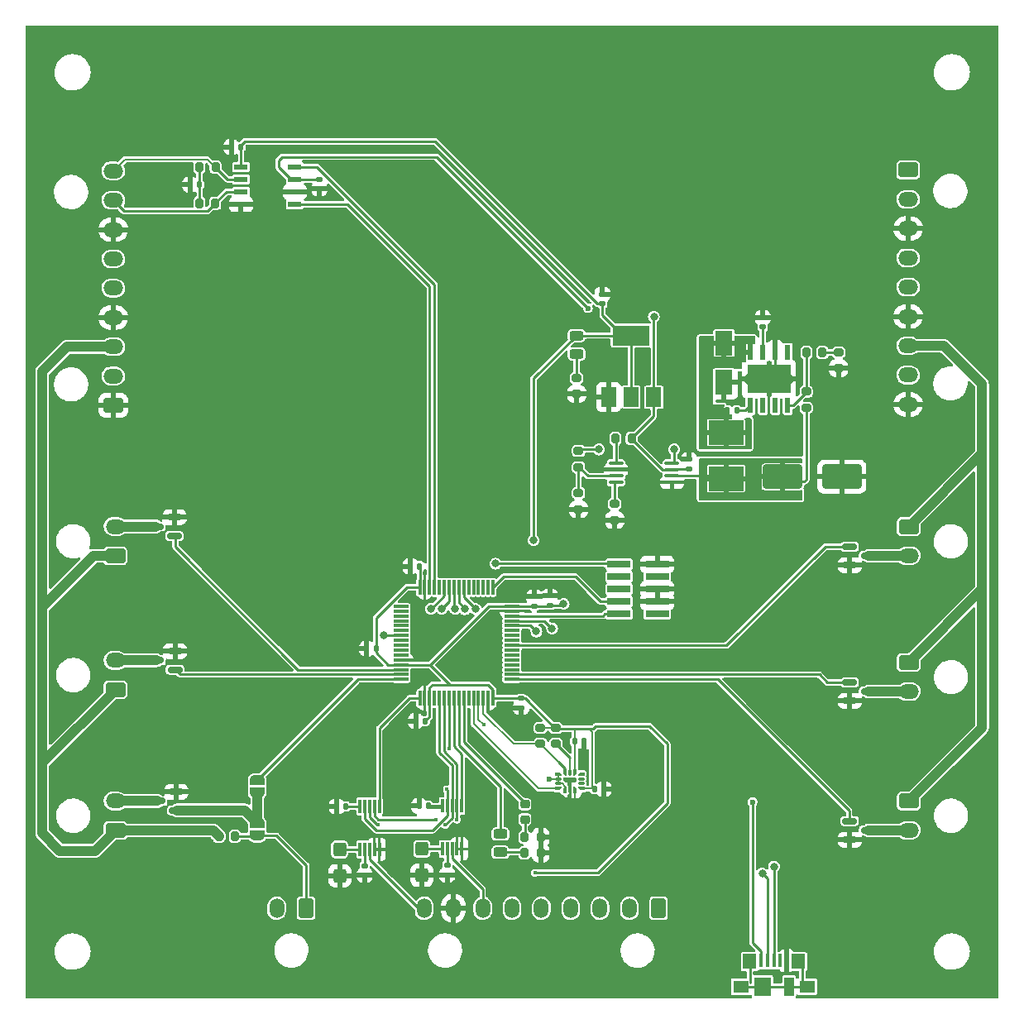
<source format=gbr>
%TF.GenerationSoftware,KiCad,Pcbnew,(6.0.2)*%
%TF.CreationDate,2022-04-06T15:39:21-04:00*%
%TF.ProjectId,Lights_Board,4c696768-7473-45f4-926f-6172642e6b69,rev?*%
%TF.SameCoordinates,Original*%
%TF.FileFunction,Copper,L1,Top*%
%TF.FilePolarity,Positive*%
%FSLAX46Y46*%
G04 Gerber Fmt 4.6, Leading zero omitted, Abs format (unit mm)*
G04 Created by KiCad (PCBNEW (6.0.2)) date 2022-04-06 15:39:21*
%MOMM*%
%LPD*%
G01*
G04 APERTURE LIST*
G04 Aperture macros list*
%AMRoundRect*
0 Rectangle with rounded corners*
0 $1 Rounding radius*
0 $2 $3 $4 $5 $6 $7 $8 $9 X,Y pos of 4 corners*
0 Add a 4 corners polygon primitive as box body*
4,1,4,$2,$3,$4,$5,$6,$7,$8,$9,$2,$3,0*
0 Add four circle primitives for the rounded corners*
1,1,$1+$1,$2,$3*
1,1,$1+$1,$4,$5*
1,1,$1+$1,$6,$7*
1,1,$1+$1,$8,$9*
0 Add four rect primitives between the rounded corners*
20,1,$1+$1,$2,$3,$4,$5,0*
20,1,$1+$1,$4,$5,$6,$7,0*
20,1,$1+$1,$6,$7,$8,$9,0*
20,1,$1+$1,$8,$9,$2,$3,0*%
%AMFreePoly0*
4,1,22,0.500000,-0.750000,0.000000,-0.750000,0.000000,-0.745033,-0.079941,-0.743568,-0.215256,-0.701293,-0.333266,-0.622738,-0.424486,-0.514219,-0.481581,-0.384460,-0.499164,-0.250000,-0.500000,-0.250000,-0.500000,0.250000,-0.499164,0.250000,-0.499963,0.256109,-0.478152,0.396186,-0.417904,0.524511,-0.324060,0.630769,-0.204165,0.706417,-0.067858,0.745374,0.000000,0.744959,0.000000,0.750000,
0.500000,0.750000,0.500000,-0.750000,0.500000,-0.750000,$1*%
%AMFreePoly1*
4,1,20,0.000000,0.744959,0.073905,0.744508,0.209726,0.703889,0.328688,0.626782,0.421226,0.519385,0.479903,0.390333,0.500000,0.250000,0.500000,-0.250000,0.499851,-0.262216,0.476331,-0.402017,0.414519,-0.529596,0.319384,-0.634700,0.198574,-0.708877,0.061801,-0.746166,0.000000,-0.745033,0.000000,-0.750000,-0.500000,-0.750000,-0.500000,0.750000,0.000000,0.750000,0.000000,0.744959,
0.000000,0.744959,$1*%
%AMFreePoly2*
4,1,48,0.036020,0.199191,0.037970,0.199714,0.040958,0.198321,0.057086,0.195477,0.069630,0.184951,0.084467,0.178033,0.290533,-0.028033,0.293203,-0.031847,0.294953,-0.032857,0.296081,-0.035957,0.305473,-0.049370,0.306900,-0.065680,0.312500,-0.081066,0.312500,-0.125000,0.310782,-0.134742,0.311361,-0.138024,0.309695,-0.140910,0.307977,-0.150652,0.295451,-0.165579,0.285709,-0.182453,
0.279350,-0.184767,0.275000,-0.189952,0.255809,-0.193336,0.237500,-0.200000,-0.237500,-0.200000,-0.247242,-0.198282,-0.250524,-0.198861,-0.253410,-0.197195,-0.263152,-0.195477,-0.278079,-0.182951,-0.294953,-0.173209,-0.297267,-0.166850,-0.302452,-0.162500,-0.305836,-0.143309,-0.312500,-0.125000,-0.312500,0.125000,-0.310782,0.134742,-0.311361,0.138024,-0.309695,0.140910,-0.307977,0.150652,
-0.295451,0.165579,-0.285709,0.182453,-0.279350,0.184767,-0.275000,0.189952,-0.255809,0.193336,-0.237500,0.200000,0.031434,0.200000,0.036020,0.199191,0.036020,0.199191,$1*%
%AMFreePoly3*
4,1,48,0.247242,0.198282,0.250524,0.198861,0.253410,0.197195,0.263152,0.195477,0.278079,0.182951,0.294953,0.173209,0.297267,0.166850,0.302452,0.162500,0.305836,0.143309,0.312500,0.125000,0.312500,0.081066,0.311691,0.076480,0.312214,0.074529,0.310820,0.071540,0.307977,0.055414,0.297452,0.042871,0.290533,0.028033,0.084467,-0.178033,0.080653,-0.180703,0.079643,-0.182453,
0.076543,-0.183581,0.063130,-0.192973,0.046819,-0.194400,0.031434,-0.200000,-0.237500,-0.200000,-0.247242,-0.198282,-0.250524,-0.198861,-0.253410,-0.197195,-0.263152,-0.195477,-0.278079,-0.182951,-0.294953,-0.173209,-0.297267,-0.166850,-0.302452,-0.162500,-0.305836,-0.143309,-0.312500,-0.125000,-0.312500,0.125000,-0.310782,0.134742,-0.311361,0.138024,-0.309695,0.140910,-0.307977,0.150652,
-0.295451,0.165579,-0.285709,0.182453,-0.279350,0.184767,-0.275000,0.189952,-0.255809,0.193336,-0.237500,0.200000,0.237500,0.200000,0.247242,0.198282,0.247242,0.198282,$1*%
%AMFreePoly4*
4,1,48,0.134742,0.310782,0.138024,0.311361,0.140910,0.309695,0.150652,0.307977,0.165579,0.295451,0.182453,0.285709,0.184767,0.279350,0.189952,0.275000,0.193336,0.255809,0.200000,0.237500,0.200000,-0.237500,0.198282,-0.247242,0.198861,-0.250524,0.197195,-0.253410,0.195477,-0.263152,0.182951,-0.278079,0.173209,-0.294953,0.166850,-0.297267,0.162500,-0.302452,0.143309,-0.305836,
0.125000,-0.312500,-0.125000,-0.312500,-0.134742,-0.310782,-0.138024,-0.311361,-0.140910,-0.309695,-0.150652,-0.307977,-0.165579,-0.295451,-0.182453,-0.285709,-0.184767,-0.279350,-0.189952,-0.275000,-0.193336,-0.255809,-0.200000,-0.237500,-0.200000,0.031434,-0.199191,0.036020,-0.199714,0.037970,-0.198321,0.040958,-0.195477,0.057086,-0.184951,0.069630,-0.178033,0.084467,0.028033,0.290533,
0.031847,0.293203,0.032857,0.294953,0.035957,0.296081,0.049370,0.305473,0.065680,0.306900,0.081066,0.312500,0.125000,0.312500,0.134742,0.310782,0.134742,0.310782,$1*%
%AMFreePoly5*
4,1,48,-0.076480,0.311691,-0.074530,0.312214,-0.071542,0.310821,-0.055414,0.307977,-0.042870,0.297451,-0.028033,0.290533,0.178033,0.084467,0.180703,0.080653,0.182453,0.079643,0.183581,0.076543,0.192973,0.063130,0.194400,0.046820,0.200000,0.031434,0.200000,-0.237500,0.198282,-0.247242,0.198861,-0.250524,0.197195,-0.253410,0.195477,-0.263152,0.182951,-0.278079,0.173209,-0.294953,
0.166850,-0.297267,0.162500,-0.302452,0.143309,-0.305836,0.125000,-0.312500,-0.125000,-0.312500,-0.134742,-0.310782,-0.138024,-0.311361,-0.140910,-0.309695,-0.150652,-0.307977,-0.165579,-0.295451,-0.182453,-0.285709,-0.184767,-0.279350,-0.189952,-0.275000,-0.193336,-0.255809,-0.200000,-0.237500,-0.200000,0.237500,-0.198282,0.247242,-0.198861,0.250524,-0.197195,0.253410,-0.195477,0.263152,
-0.182951,0.278079,-0.173209,0.294953,-0.166850,0.297267,-0.162500,0.302452,-0.143309,0.305836,-0.125000,0.312500,-0.081066,0.312500,-0.076480,0.311691,-0.076480,0.311691,$1*%
%AMFreePoly6*
4,1,48,0.247242,0.198282,0.250524,0.198861,0.253410,0.197195,0.263152,0.195477,0.278079,0.182951,0.294953,0.173209,0.297267,0.166850,0.302452,0.162500,0.305836,0.143309,0.312500,0.125000,0.312500,-0.125000,0.310782,-0.134742,0.311361,-0.138024,0.309695,-0.140910,0.307977,-0.150652,0.295451,-0.165579,0.285709,-0.182453,0.279350,-0.184767,0.275000,-0.189952,0.255809,-0.193336,
0.237500,-0.200000,-0.031434,-0.200000,-0.036020,-0.199191,-0.037971,-0.199714,-0.040960,-0.198320,-0.057086,-0.195477,-0.069629,-0.184952,-0.084467,-0.178033,-0.290533,0.028033,-0.293203,0.031847,-0.294953,0.032857,-0.296081,0.035957,-0.305473,0.049370,-0.306900,0.065681,-0.312500,0.081066,-0.312500,0.125000,-0.310782,0.134742,-0.311361,0.138024,-0.309695,0.140910,-0.307977,0.150652,
-0.295451,0.165579,-0.285709,0.182453,-0.279350,0.184767,-0.275000,0.189952,-0.255809,0.193336,-0.237500,0.200000,0.237500,0.200000,0.247242,0.198282,0.247242,0.198282,$1*%
%AMFreePoly7*
4,1,48,0.247242,0.198282,0.250524,0.198861,0.253410,0.197195,0.263152,0.195477,0.278079,0.182951,0.294953,0.173209,0.297267,0.166850,0.302452,0.162500,0.305836,0.143309,0.312500,0.125000,0.312500,-0.125000,0.310782,-0.134742,0.311361,-0.138024,0.309695,-0.140910,0.307977,-0.150652,0.295451,-0.165579,0.285709,-0.182453,0.279350,-0.184767,0.275000,-0.189952,0.255809,-0.193336,
0.237500,-0.200000,-0.237500,-0.200000,-0.247242,-0.198282,-0.250524,-0.198861,-0.253410,-0.197195,-0.263152,-0.195477,-0.278079,-0.182951,-0.294953,-0.173209,-0.297267,-0.166850,-0.302452,-0.162500,-0.305836,-0.143309,-0.312500,-0.125000,-0.312500,-0.081066,-0.311691,-0.076480,-0.312214,-0.074530,-0.310821,-0.071542,-0.307977,-0.055414,-0.297451,-0.042870,-0.290533,-0.028033,-0.084467,0.178033,
-0.080653,0.180703,-0.079643,0.182453,-0.076543,0.183581,-0.063130,0.192973,-0.046820,0.194400,-0.031434,0.200000,0.237500,0.200000,0.247242,0.198282,0.247242,0.198282,$1*%
%AMFreePoly8*
4,1,48,0.134742,0.310782,0.138024,0.311361,0.140910,0.309695,0.150652,0.307977,0.165579,0.295451,0.182453,0.285709,0.184767,0.279350,0.189952,0.275000,0.193336,0.255809,0.200000,0.237500,0.200000,-0.031434,0.199191,-0.036020,0.199714,-0.037971,0.198320,-0.040960,0.195477,-0.057086,0.184952,-0.069629,0.178033,-0.084467,-0.028033,-0.290533,-0.031847,-0.293203,-0.032857,-0.294953,
-0.035957,-0.296081,-0.049370,-0.305473,-0.065681,-0.306900,-0.081066,-0.312500,-0.125000,-0.312500,-0.134742,-0.310782,-0.138024,-0.311361,-0.140910,-0.309695,-0.150652,-0.307977,-0.165579,-0.295451,-0.182453,-0.285709,-0.184767,-0.279350,-0.189952,-0.275000,-0.193336,-0.255809,-0.200000,-0.237500,-0.200000,0.237500,-0.198282,0.247242,-0.198861,0.250524,-0.197195,0.253410,-0.195477,0.263152,
-0.182951,0.278079,-0.173209,0.294953,-0.166850,0.297267,-0.162500,0.302452,-0.143309,0.305836,-0.125000,0.312500,0.125000,0.312500,0.134742,0.310782,0.134742,0.310782,$1*%
%AMFreePoly9*
4,1,48,0.134742,0.310782,0.138024,0.311361,0.140910,0.309695,0.150652,0.307977,0.165579,0.295451,0.182453,0.285709,0.184767,0.279350,0.189952,0.275000,0.193336,0.255809,0.200000,0.237500,0.200000,-0.237500,0.198282,-0.247242,0.198861,-0.250524,0.197195,-0.253410,0.195477,-0.263152,0.182951,-0.278079,0.173209,-0.294953,0.166850,-0.297267,0.162500,-0.302452,0.143309,-0.305836,
0.125000,-0.312500,0.081066,-0.312500,0.076480,-0.311691,0.074529,-0.312214,0.071540,-0.310820,0.055414,-0.307977,0.042871,-0.297452,0.028033,-0.290533,-0.178033,-0.084467,-0.180703,-0.080653,-0.182453,-0.079643,-0.183581,-0.076543,-0.192973,-0.063130,-0.194400,-0.046819,-0.200000,-0.031434,-0.200000,0.237500,-0.198282,0.247242,-0.198861,0.250524,-0.197195,0.253410,-0.195477,0.263152,
-0.182951,0.278079,-0.173209,0.294953,-0.166850,0.297267,-0.162500,0.302452,-0.143309,0.305836,-0.125000,0.312500,0.125000,0.312500,0.134742,0.310782,0.134742,0.310782,$1*%
G04 Aperture macros list end*
%TA.AperFunction,SMDPad,CuDef*%
%ADD10RoundRect,0.140000X0.140000X0.170000X-0.140000X0.170000X-0.140000X-0.170000X0.140000X-0.170000X0*%
%TD*%
%TA.AperFunction,SMDPad,CuDef*%
%ADD11RoundRect,0.140000X-0.140000X-0.170000X0.140000X-0.170000X0.140000X0.170000X-0.140000X0.170000X0*%
%TD*%
%TA.AperFunction,SMDPad,CuDef*%
%ADD12RoundRect,0.140000X0.170000X-0.140000X0.170000X0.140000X-0.170000X0.140000X-0.170000X-0.140000X0*%
%TD*%
%TA.AperFunction,SMDPad,CuDef*%
%ADD13RoundRect,0.250000X-1.750000X-1.000000X1.750000X-1.000000X1.750000X1.000000X-1.750000X1.000000X0*%
%TD*%
%TA.AperFunction,SMDPad,CuDef*%
%ADD14RoundRect,0.243750X0.456250X-0.243750X0.456250X0.243750X-0.456250X0.243750X-0.456250X-0.243750X0*%
%TD*%
%TA.AperFunction,SMDPad,CuDef*%
%ADD15RoundRect,0.218750X0.256250X-0.218750X0.256250X0.218750X-0.256250X0.218750X-0.256250X-0.218750X0*%
%TD*%
%TA.AperFunction,SMDPad,CuDef*%
%ADD16R,1.800000X2.500000*%
%TD*%
%TA.AperFunction,SMDPad,CuDef*%
%ADD17R,2.400000X0.740000*%
%TD*%
%TA.AperFunction,SMDPad,CuDef*%
%ADD18R,0.450000X1.380000*%
%TD*%
%TA.AperFunction,SMDPad,CuDef*%
%ADD19R,1.000000X1.900000*%
%TD*%
%TA.AperFunction,SMDPad,CuDef*%
%ADD20R,1.425000X1.550000*%
%TD*%
%TA.AperFunction,SMDPad,CuDef*%
%ADD21R,1.650000X1.300000*%
%TD*%
%TA.AperFunction,SMDPad,CuDef*%
%ADD22R,1.800000X1.900000*%
%TD*%
%TA.AperFunction,ComponentPad*%
%ADD23RoundRect,0.250001X-0.759999X0.499999X-0.759999X-0.499999X0.759999X-0.499999X0.759999X0.499999X0*%
%TD*%
%TA.AperFunction,ComponentPad*%
%ADD24O,2.020000X1.500000*%
%TD*%
%TA.AperFunction,ComponentPad*%
%ADD25RoundRect,0.250001X0.499999X0.759999X-0.499999X0.759999X-0.499999X-0.759999X0.499999X-0.759999X0*%
%TD*%
%TA.AperFunction,ComponentPad*%
%ADD26O,1.500000X2.020000*%
%TD*%
%TA.AperFunction,ComponentPad*%
%ADD27RoundRect,0.250001X0.759999X-0.499999X0.759999X0.499999X-0.759999X0.499999X-0.759999X-0.499999X0*%
%TD*%
%TA.AperFunction,SMDPad,CuDef*%
%ADD28R,3.600000X2.500000*%
%TD*%
%TA.AperFunction,SMDPad,CuDef*%
%ADD29RoundRect,0.200000X0.200000X0.275000X-0.200000X0.275000X-0.200000X-0.275000X0.200000X-0.275000X0*%
%TD*%
%TA.AperFunction,SMDPad,CuDef*%
%ADD30RoundRect,0.200000X-0.200000X-0.275000X0.200000X-0.275000X0.200000X0.275000X-0.200000X0.275000X0*%
%TD*%
%TA.AperFunction,SMDPad,CuDef*%
%ADD31RoundRect,0.200000X-0.275000X0.200000X-0.275000X-0.200000X0.275000X-0.200000X0.275000X0.200000X0*%
%TD*%
%TA.AperFunction,SMDPad,CuDef*%
%ADD32R,0.600000X1.550000*%
%TD*%
%TA.AperFunction,ComponentPad*%
%ADD33C,0.600000*%
%TD*%
%TA.AperFunction,SMDPad,CuDef*%
%ADD34R,3.100000X2.600000*%
%TD*%
%TA.AperFunction,SMDPad,CuDef*%
%ADD35R,4.500000X2.950000*%
%TD*%
%TA.AperFunction,SMDPad,CuDef*%
%ADD36RoundRect,0.075000X-0.700000X-0.075000X0.700000X-0.075000X0.700000X0.075000X-0.700000X0.075000X0*%
%TD*%
%TA.AperFunction,SMDPad,CuDef*%
%ADD37RoundRect,0.075000X-0.075000X-0.700000X0.075000X-0.700000X0.075000X0.700000X-0.075000X0.700000X0*%
%TD*%
%TA.AperFunction,SMDPad,CuDef*%
%ADD38R,1.500000X2.000000*%
%TD*%
%TA.AperFunction,SMDPad,CuDef*%
%ADD39R,3.800000X2.000000*%
%TD*%
%TA.AperFunction,SMDPad,CuDef*%
%ADD40RoundRect,0.100000X-0.637500X-0.100000X0.637500X-0.100000X0.637500X0.100000X-0.637500X0.100000X0*%
%TD*%
%TA.AperFunction,SMDPad,CuDef*%
%ADD41R,1.400000X0.600000*%
%TD*%
%TA.AperFunction,SMDPad,CuDef*%
%ADD42FreePoly0,90.000000*%
%TD*%
%TA.AperFunction,SMDPad,CuDef*%
%ADD43FreePoly1,90.000000*%
%TD*%
%TA.AperFunction,SMDPad,CuDef*%
%ADD44FreePoly0,270.000000*%
%TD*%
%TA.AperFunction,SMDPad,CuDef*%
%ADD45FreePoly1,270.000000*%
%TD*%
%TA.AperFunction,SMDPad,CuDef*%
%ADD46RoundRect,0.140000X-0.170000X0.140000X-0.170000X-0.140000X0.170000X-0.140000X0.170000X0.140000X0*%
%TD*%
%TA.AperFunction,SMDPad,CuDef*%
%ADD47RoundRect,0.150000X0.587500X0.150000X-0.587500X0.150000X-0.587500X-0.150000X0.587500X-0.150000X0*%
%TD*%
%TA.AperFunction,SMDPad,CuDef*%
%ADD48RoundRect,0.150000X-0.587500X-0.150000X0.587500X-0.150000X0.587500X0.150000X-0.587500X0.150000X0*%
%TD*%
%TA.AperFunction,SMDPad,CuDef*%
%ADD49RoundRect,0.200000X0.275000X-0.200000X0.275000X0.200000X-0.275000X0.200000X-0.275000X-0.200000X0*%
%TD*%
%TA.AperFunction,SMDPad,CuDef*%
%ADD50RoundRect,0.250000X-0.425000X0.450000X-0.425000X-0.450000X0.425000X-0.450000X0.425000X0.450000X0*%
%TD*%
%TA.AperFunction,SMDPad,CuDef*%
%ADD51R,0.300000X1.400000*%
%TD*%
%TA.AperFunction,SMDPad,CuDef*%
%ADD52FreePoly2,0.000000*%
%TD*%
%TA.AperFunction,SMDPad,CuDef*%
%ADD53RoundRect,0.100000X-0.212500X-0.100000X0.212500X-0.100000X0.212500X0.100000X-0.212500X0.100000X0*%
%TD*%
%TA.AperFunction,SMDPad,CuDef*%
%ADD54FreePoly3,0.000000*%
%TD*%
%TA.AperFunction,SMDPad,CuDef*%
%ADD55FreePoly4,0.000000*%
%TD*%
%TA.AperFunction,SMDPad,CuDef*%
%ADD56RoundRect,0.100000X-0.100000X-0.212500X0.100000X-0.212500X0.100000X0.212500X-0.100000X0.212500X0*%
%TD*%
%TA.AperFunction,SMDPad,CuDef*%
%ADD57FreePoly5,0.000000*%
%TD*%
%TA.AperFunction,SMDPad,CuDef*%
%ADD58FreePoly6,0.000000*%
%TD*%
%TA.AperFunction,SMDPad,CuDef*%
%ADD59FreePoly7,0.000000*%
%TD*%
%TA.AperFunction,SMDPad,CuDef*%
%ADD60FreePoly8,0.000000*%
%TD*%
%TA.AperFunction,SMDPad,CuDef*%
%ADD61FreePoly9,0.000000*%
%TD*%
%TA.AperFunction,ViaPad*%
%ADD62C,0.800000*%
%TD*%
%TA.AperFunction,ViaPad*%
%ADD63C,0.600000*%
%TD*%
%TA.AperFunction,ViaPad*%
%ADD64C,0.400000*%
%TD*%
%TA.AperFunction,Conductor*%
%ADD65C,0.200000*%
%TD*%
%TA.AperFunction,Conductor*%
%ADD66C,0.250000*%
%TD*%
%TA.AperFunction,Conductor*%
%ADD67C,1.000000*%
%TD*%
G04 APERTURE END LIST*
D10*
%TO.P,C2,1*%
%TO.N,Net-(C2-Pad1)*%
X117980000Y-66500000D03*
%TO.P,C2,2*%
%TO.N,GND*%
X117020000Y-66500000D03*
%TD*%
D11*
%TO.P,C3,1*%
%TO.N,Net-(C3-Pad1)*%
X172035000Y-89600000D03*
%TO.P,C3,2*%
%TO.N,Net-(C3-Pad2)*%
X172995000Y-89600000D03*
%TD*%
D12*
%TO.P,C4,1*%
%TO.N,+12V*%
X175660000Y-81075000D03*
%TO.P,C4,2*%
%TO.N,GND*%
X175660000Y-80115000D03*
%TD*%
D13*
%TO.P,C5,1*%
%TO.N,/5v_Reg*%
X177650000Y-96400000D03*
%TO.P,C5,2*%
%TO.N,GND*%
X183750000Y-96400000D03*
%TD*%
D12*
%TO.P,C6,1*%
%TO.N,+5V*%
X168100000Y-95580000D03*
%TO.P,C6,2*%
%TO.N,GND*%
X168100000Y-94620000D03*
%TD*%
%TO.P,C7,1*%
%TO.N,+3V3*%
X159250000Y-78680000D03*
%TO.P,C7,2*%
%TO.N,GND*%
X159250000Y-77720000D03*
%TD*%
D14*
%TO.P,D1,1,K*%
%TO.N,Net-(D1-Pad1)*%
X148800000Y-134837500D03*
%TO.P,D1,2,A*%
%TO.N,/Board_OK*%
X148800000Y-132962500D03*
%TD*%
D15*
%TO.P,D2,1,K*%
%TO.N,Net-(D2-Pad1)*%
X151300000Y-131487500D03*
%TO.P,D2,2,A*%
%TO.N,/Error*%
X151300000Y-129912500D03*
%TD*%
D14*
%TO.P,D3,1,K*%
%TO.N,Net-(D3-Pad1)*%
X156600000Y-83837500D03*
%TO.P,D3,2,A*%
%TO.N,+3V3*%
X156600000Y-81962500D03*
%TD*%
D16*
%TO.P,D4,1,K*%
%TO.N,Net-(C3-Pad1)*%
X171700000Y-82750000D03*
%TO.P,D4,2,A*%
%TO.N,GND*%
X171700000Y-86750000D03*
%TD*%
D17*
%TO.P,J1,1,VTref*%
%TO.N,+3V3*%
X164850000Y-110440000D03*
%TO.P,J1,2,SWDIO/TMS*%
%TO.N,/TMS*%
X160950000Y-110440000D03*
%TO.P,J1,3,GND*%
%TO.N,GND*%
X164850000Y-109170000D03*
%TO.P,J1,4,SWDCLK/TCK*%
%TO.N,/TCK*%
X160950000Y-109170000D03*
%TO.P,J1,5,GND*%
%TO.N,GND*%
X164850000Y-107900000D03*
%TO.P,J1,6,SWO/TDO*%
%TO.N,unconnected-(J1-Pad6)*%
X160950000Y-107900000D03*
%TO.P,J1,7,KEY*%
%TO.N,unconnected-(J1-Pad7)*%
X164850000Y-106630000D03*
%TO.P,J1,8,NC/TDI*%
%TO.N,unconnected-(J1-Pad8)*%
X160950000Y-106630000D03*
%TO.P,J1,9,GNDDetect*%
%TO.N,GND*%
X164850000Y-105360000D03*
%TO.P,J1,10,~{RESET}*%
%TO.N,/NRST*%
X160950000Y-105360000D03*
%TD*%
D18*
%TO.P,J2,1,VBUS*%
%TO.N,/5v_USB*%
X175500000Y-145940000D03*
%TO.P,J2,2,D-*%
%TO.N,/D-*%
X176150000Y-145940000D03*
%TO.P,J2,3,D+*%
%TO.N,/D+*%
X176800000Y-145940000D03*
%TO.P,J2,4,ID*%
%TO.N,unconnected-(J2-Pad4)*%
X177450000Y-145940000D03*
%TO.P,J2,5,GND*%
%TO.N,GND*%
X178100000Y-145940000D03*
D19*
%TO.P,J2,6,Shield*%
%TO.N,unconnected-(J2-Pad6)*%
X178350000Y-148600000D03*
D20*
X174312500Y-146025000D03*
D21*
X173425000Y-148600000D03*
X180175000Y-148600000D03*
D20*
X179287500Y-146025000D03*
D22*
X175650000Y-148600000D03*
%TD*%
D23*
%TO.P,J3,1,Pin_1*%
%TO.N,/CAN-*%
X190530000Y-65000000D03*
D24*
%TO.P,J3,2,Pin_2*%
%TO.N,/CAN+*%
X190530000Y-68000000D03*
%TO.P,J3,3,Pin_3*%
%TO.N,GND*%
X190530000Y-71000000D03*
%TO.P,J3,4,Pin_4*%
%TO.N,unconnected-(J3-Pad4)*%
X190530000Y-74000000D03*
%TO.P,J3,5,Pin_5*%
%TO.N,unconnected-(J3-Pad5)*%
X190530000Y-77000000D03*
%TO.P,J3,6,Pin_6*%
%TO.N,GND*%
X190530000Y-80000000D03*
%TO.P,J3,7,Pin_7*%
%TO.N,+12V*%
X190530000Y-83000000D03*
%TO.P,J3,8,Pin_8*%
%TO.N,/12v_T*%
X190530000Y-86000000D03*
%TO.P,J3,9,Pin_9*%
%TO.N,GND*%
X190530000Y-89000000D03*
%TD*%
D25*
%TO.P,J6,1,Pin_1*%
%TO.N,/Aux_C1*%
X164990000Y-140580000D03*
D26*
%TO.P,J6,2,Pin_2*%
%TO.N,/Aux_C2*%
X161990000Y-140580000D03*
%TO.P,J6,3,Pin_3*%
%TO.N,/Aux_C3*%
X158990000Y-140580000D03*
%TO.P,J6,4,Pin_4*%
%TO.N,/Aux_C4*%
X155990000Y-140580000D03*
%TO.P,J6,5,Pin_5*%
%TO.N,/Aux_C5*%
X152990000Y-140580000D03*
%TO.P,J6,6,Pin_6*%
%TO.N,+5V*%
X149990000Y-140580000D03*
%TO.P,J6,7,Pin_7*%
%TO.N,/Throttle*%
X146990000Y-140580000D03*
%TO.P,J6,8,Pin_8*%
%TO.N,GND*%
X143990000Y-140580000D03*
%TO.P,J6,9,Pin_9*%
%TO.N,/Break*%
X140990000Y-140580000D03*
%TD*%
D27*
%TO.P,J7,1,Pin_1*%
%TO.N,+12V*%
X109400000Y-104500000D03*
D24*
%TO.P,J7,2,Pin_2*%
%TO.N,/LED_1*%
X109400000Y-101500000D03*
%TD*%
D27*
%TO.P,J8,1,Pin_1*%
%TO.N,+12V*%
X109400000Y-118200000D03*
D24*
%TO.P,J8,2,Pin_2*%
%TO.N,/LED_2*%
X109400000Y-115200000D03*
%TD*%
D27*
%TO.P,J9,1,Pin_1*%
%TO.N,+12V*%
X109400000Y-132600000D03*
D24*
%TO.P,J9,2,Pin_2*%
%TO.N,/LED_3*%
X109400000Y-129600000D03*
%TD*%
D28*
%TO.P,L1,1*%
%TO.N,/5v_Reg*%
X171900000Y-96600000D03*
%TO.P,L1,2*%
%TO.N,Net-(C3-Pad1)*%
X171900000Y-91900000D03*
%TD*%
D29*
%TO.P,R2,1*%
%TO.N,GND*%
X152925000Y-133300000D03*
%TO.P,R2,2*%
%TO.N,Net-(D2-Pad1)*%
X151275000Y-133300000D03*
%TD*%
D30*
%TO.P,R9,1*%
%TO.N,/PWR_STAT*%
X160575000Y-92500000D03*
%TO.P,R9,2*%
%TO.N,+5V*%
X162225000Y-92500000D03*
%TD*%
D31*
%TO.P,R10,1*%
%TO.N,/5v_USB*%
X156800000Y-93775000D03*
%TO.P,R10,2*%
%TO.N,/VSNS*%
X156800000Y-95425000D03*
%TD*%
D29*
%TO.P,R11,1*%
%TO.N,/CAN-*%
X119637500Y-64700000D03*
%TO.P,R11,2*%
%TO.N,Net-(C2-Pad1)*%
X117987500Y-64700000D03*
%TD*%
%TO.P,R12,1*%
%TO.N,/CAN+*%
X119625000Y-68400000D03*
%TO.P,R12,2*%
%TO.N,Net-(C2-Pad1)*%
X117975000Y-68400000D03*
%TD*%
D31*
%TO.P,R13,1*%
%TO.N,/VSNS*%
X156800000Y-98075000D03*
%TO.P,R13,2*%
%TO.N,GND*%
X156800000Y-99725000D03*
%TD*%
%TO.P,R14,1*%
%TO.N,Net-(R14-Pad1)*%
X160500000Y-99175000D03*
%TO.P,R14,2*%
%TO.N,GND*%
X160500000Y-100825000D03*
%TD*%
%TO.P,R16,1*%
%TO.N,Net-(D3-Pad1)*%
X156600000Y-86275000D03*
%TO.P,R16,2*%
%TO.N,GND*%
X156600000Y-87925000D03*
%TD*%
D30*
%TO.P,R17,1*%
%TO.N,/VSENSE*%
X180115000Y-83680000D03*
%TO.P,R17,2*%
%TO.N,Net-(R17-Pad2)*%
X181765000Y-83680000D03*
%TD*%
D32*
%TO.P,U5,1,BOOT*%
%TO.N,Net-(C3-Pad2)*%
X174395000Y-89100000D03*
%TO.P,U5,2,NC*%
%TO.N,unconnected-(U5-Pad2)*%
X175665000Y-89100000D03*
%TO.P,U5,3,NC*%
%TO.N,unconnected-(U5-Pad3)*%
X176935000Y-89100000D03*
%TO.P,U5,4,VSENSE*%
%TO.N,/VSENSE*%
X178205000Y-89100000D03*
%TO.P,U5,5,EN*%
%TO.N,unconnected-(U5-Pad5)*%
X178205000Y-83700000D03*
%TO.P,U5,6,GND*%
%TO.N,GND*%
X176935000Y-83700000D03*
%TO.P,U5,7,VIN*%
%TO.N,+12V*%
X175665000Y-83700000D03*
%TO.P,U5,8,PH*%
%TO.N,Net-(C3-Pad1)*%
X174395000Y-83700000D03*
D33*
%TO.P,U5,9,GNDPAD*%
%TO.N,GND*%
X177000000Y-85800000D03*
X177000000Y-87000000D03*
X178100000Y-85800000D03*
X175700000Y-85800000D03*
D34*
X176300000Y-86400000D03*
D33*
X178100000Y-87000000D03*
X174500000Y-85800000D03*
X174500000Y-87000000D03*
D35*
X176300000Y-86400000D03*
D33*
X175700000Y-87000000D03*
%TD*%
D36*
%TO.P,U1,1,VBAT*%
%TO.N,unconnected-(U1-Pad1)*%
X138625000Y-109650000D03*
%TO.P,U1,2,PC13*%
%TO.N,unconnected-(U1-Pad2)*%
X138625000Y-110150000D03*
%TO.P,U1,3,PC14*%
%TO.N,unconnected-(U1-Pad3)*%
X138625000Y-110650000D03*
%TO.P,U1,4,PC15*%
%TO.N,unconnected-(U1-Pad4)*%
X138625000Y-111150000D03*
%TO.P,U1,5,PF0*%
%TO.N,unconnected-(U1-Pad5)*%
X138625000Y-111650000D03*
%TO.P,U1,6,PF1*%
%TO.N,unconnected-(U1-Pad6)*%
X138625000Y-112150000D03*
%TO.P,U1,7,NRST*%
%TO.N,/NRST*%
X138625000Y-112650000D03*
%TO.P,U1,8,PC0*%
%TO.N,unconnected-(U1-Pad8)*%
X138625000Y-113150000D03*
%TO.P,U1,9,PC1*%
%TO.N,unconnected-(U1-Pad9)*%
X138625000Y-113650000D03*
%TO.P,U1,10,PC2*%
%TO.N,unconnected-(U1-Pad10)*%
X138625000Y-114150000D03*
%TO.P,U1,11,PC3*%
%TO.N,unconnected-(U1-Pad11)*%
X138625000Y-114650000D03*
%TO.P,U1,12,VSSA*%
%TO.N,GND*%
X138625000Y-115150000D03*
%TO.P,U1,13,VDDA*%
%TO.N,+3V3*%
X138625000Y-115650000D03*
%TO.P,U1,14,PA0*%
%TO.N,/LED1_EN*%
X138625000Y-116150000D03*
%TO.P,U1,15,PA1*%
%TO.N,/LED2_EN*%
X138625000Y-116650000D03*
%TO.P,U1,16,PA2*%
%TO.N,/LED3_EN_uC*%
X138625000Y-117150000D03*
D37*
%TO.P,U1,17,PA3*%
%TO.N,/Break_CS*%
X140550000Y-119075000D03*
%TO.P,U1,18,VSS*%
%TO.N,GND*%
X141050000Y-119075000D03*
%TO.P,U1,19,VDD*%
%TO.N,+3V3*%
X141550000Y-119075000D03*
%TO.P,U1,20,PA4*%
%TO.N,unconnected-(U1-Pad20)*%
X142050000Y-119075000D03*
%TO.P,U1,21,PA5*%
%TO.N,/ADC_Clk*%
X142550000Y-119075000D03*
%TO.P,U1,22,PA6*%
%TO.N,/ADC_MISO*%
X143050000Y-119075000D03*
%TO.P,U1,23,PA7*%
%TO.N,/ADC_MOSI*%
X143550000Y-119075000D03*
%TO.P,U1,24,PC4*%
%TO.N,/Throttle_CS*%
X144050000Y-119075000D03*
%TO.P,U1,25,PC5*%
%TO.N,/Board_OK*%
X144550000Y-119075000D03*
%TO.P,U1,26,PB0*%
%TO.N,/Error*%
X145050000Y-119075000D03*
%TO.P,U1,27,PB1*%
%TO.N,unconnected-(U1-Pad27)*%
X145550000Y-119075000D03*
%TO.P,U1,28,PB2*%
%TO.N,/INT1_IMU*%
X146050000Y-119075000D03*
%TO.P,U1,29,PB10*%
%TO.N,/SCL_IMU*%
X146550000Y-119075000D03*
%TO.P,U1,30,PB11*%
%TO.N,/SDA_IMU*%
X147050000Y-119075000D03*
%TO.P,U1,31,VSS*%
%TO.N,GND*%
X147550000Y-119075000D03*
%TO.P,U1,32,VDD*%
%TO.N,+3V3*%
X148050000Y-119075000D03*
D36*
%TO.P,U1,33,PB12*%
%TO.N,/LED6_EN*%
X149975000Y-117150000D03*
%TO.P,U1,34,PB13*%
%TO.N,/LED5_EN*%
X149975000Y-116650000D03*
%TO.P,U1,35,PB14*%
%TO.N,unconnected-(U1-Pad35)*%
X149975000Y-116150000D03*
%TO.P,U1,36,PB15*%
%TO.N,unconnected-(U1-Pad36)*%
X149975000Y-115650000D03*
%TO.P,U1,37,PC6*%
%TO.N,unconnected-(U1-Pad37)*%
X149975000Y-115150000D03*
%TO.P,U1,38,PC7*%
%TO.N,unconnected-(U1-Pad38)*%
X149975000Y-114650000D03*
%TO.P,U1,39,PC8*%
%TO.N,unconnected-(U1-Pad39)*%
X149975000Y-114150000D03*
%TO.P,U1,40,PC9*%
%TO.N,/LED4_EN*%
X149975000Y-113650000D03*
%TO.P,U1,41,PA8*%
%TO.N,unconnected-(U1-Pad41)*%
X149975000Y-113150000D03*
%TO.P,U1,42,PA9*%
%TO.N,unconnected-(U1-Pad42)*%
X149975000Y-112650000D03*
%TO.P,U1,43,PA10*%
%TO.N,unconnected-(U1-Pad43)*%
X149975000Y-112150000D03*
%TO.P,U1,44,PA11*%
%TO.N,/D-*%
X149975000Y-111650000D03*
%TO.P,U1,45,PA12*%
%TO.N,/D+*%
X149975000Y-111150000D03*
%TO.P,U1,46,PA13*%
%TO.N,/TMS*%
X149975000Y-110650000D03*
%TO.P,U1,47,VSS*%
%TO.N,GND*%
X149975000Y-110150000D03*
%TO.P,U1,48,VDDIO2*%
%TO.N,+3V3*%
X149975000Y-109650000D03*
D37*
%TO.P,U1,49,PA14*%
%TO.N,/TCK*%
X148050000Y-107725000D03*
%TO.P,U1,50,PA15*%
%TO.N,unconnected-(U1-Pad50)*%
X147550000Y-107725000D03*
%TO.P,U1,51,PC10*%
%TO.N,unconnected-(U1-Pad51)*%
X147050000Y-107725000D03*
%TO.P,U1,52,PC11*%
%TO.N,unconnected-(U1-Pad52)*%
X146550000Y-107725000D03*
%TO.P,U1,53,PC12*%
%TO.N,unconnected-(U1-Pad53)*%
X146050000Y-107725000D03*
%TO.P,U1,54,PD2*%
%TO.N,unconnected-(U1-Pad54)*%
X145550000Y-107725000D03*
%TO.P,U1,55,PB3*%
%TO.N,/Aux_C1*%
X145050000Y-107725000D03*
%TO.P,U1,56,PB4*%
%TO.N,/Aux_C2*%
X144550000Y-107725000D03*
%TO.P,U1,57,PB5*%
%TO.N,/Aux_C3*%
X144050000Y-107725000D03*
%TO.P,U1,58,PB6*%
%TO.N,/Aux_C4*%
X143550000Y-107725000D03*
%TO.P,U1,59,PB7*%
%TO.N,/Aux_C5*%
X143050000Y-107725000D03*
%TO.P,U1,60,BOOT0*%
%TO.N,unconnected-(U1-Pad60)*%
X142550000Y-107725000D03*
%TO.P,U1,61,PB8*%
%TO.N,/RXD*%
X142050000Y-107725000D03*
%TO.P,U1,62,PB9*%
%TO.N,/TXD*%
X141550000Y-107725000D03*
%TO.P,U1,63,VSS*%
%TO.N,GND*%
X141050000Y-107725000D03*
%TO.P,U1,64,VDD*%
%TO.N,+3V3*%
X140550000Y-107725000D03*
%TD*%
D38*
%TO.P,U4,1,GND*%
%TO.N,GND*%
X159900000Y-88250000D03*
%TO.P,U4,2,VO*%
%TO.N,+3V3*%
X162200000Y-88250000D03*
D39*
X162200000Y-81950000D03*
D38*
%TO.P,U4,3,VI*%
%TO.N,+5V*%
X164500000Y-88250000D03*
%TD*%
D40*
%TO.P,U2,1,STAT*%
%TO.N,/PWR_STAT*%
X160637500Y-95025000D03*
%TO.P,U2,2,~{EN}*%
%TO.N,GND*%
X160637500Y-95675000D03*
%TO.P,U2,3,VSNS*%
%TO.N,/VSNS*%
X160637500Y-96325000D03*
%TO.P,U2,4,ILIM*%
%TO.N,Net-(R14-Pad1)*%
X160637500Y-96975000D03*
%TO.P,U2,5,GND*%
%TO.N,GND*%
X166362500Y-96975000D03*
%TO.P,U2,6,IN2*%
%TO.N,/5v_Reg*%
X166362500Y-96325000D03*
%TO.P,U2,7,OUT*%
%TO.N,+5V*%
X166362500Y-95675000D03*
%TO.P,U2,8,IN1*%
%TO.N,/5v_USB*%
X166362500Y-95025000D03*
%TD*%
D41*
%TO.P,U3,1,TxD*%
%TO.N,/TXD*%
X127750000Y-68505000D03*
%TO.P,U3,2,GND*%
%TO.N,GND*%
X127750000Y-67235000D03*
%TO.P,U3,3,VCC*%
%TO.N,+5V*%
X127750000Y-65965000D03*
%TO.P,U3,4,RxD*%
%TO.N,/RXD*%
X127750000Y-64695000D03*
%TO.P,U3,5,Vio*%
%TO.N,+3V3*%
X122250000Y-64695000D03*
%TO.P,U3,6,CAN_L*%
%TO.N,/CAN-*%
X122250000Y-65965000D03*
%TO.P,U3,7,CAN_H*%
%TO.N,/CAN+*%
X122250000Y-67235000D03*
%TO.P,U3,8,STB*%
%TO.N,GND*%
X122250000Y-68505000D03*
%TD*%
D29*
%TO.P,R1,1*%
%TO.N,GND*%
X152925000Y-134900000D03*
%TO.P,R1,2*%
%TO.N,Net-(D1-Pad1)*%
X151275000Y-134900000D03*
%TD*%
D23*
%TO.P,J11,1,Pin_1*%
%TO.N,+12V*%
X190600000Y-115400000D03*
D24*
%TO.P,J11,2,Pin_2*%
%TO.N,/LED_5*%
X190600000Y-118400000D03*
%TD*%
D23*
%TO.P,J10,1,Pin_1*%
%TO.N,+12V*%
X190600000Y-101500000D03*
D24*
%TO.P,J10,2,Pin_2*%
%TO.N,/LED_4*%
X190600000Y-104500000D03*
%TD*%
D23*
%TO.P,J12,1,Pin_1*%
%TO.N,+12V*%
X190600000Y-129600000D03*
D24*
%TO.P,J12,2,Pin_2*%
%TO.N,/LED_6*%
X190600000Y-132600000D03*
%TD*%
D27*
%TO.P,J5,1,Pin_1*%
%TO.N,GND*%
X109170000Y-89100000D03*
D24*
%TO.P,J5,2,Pin_2*%
%TO.N,/12v_T*%
X109170000Y-86100000D03*
%TO.P,J5,3,Pin_3*%
%TO.N,+12V*%
X109170000Y-83100000D03*
%TO.P,J5,4,Pin_4*%
%TO.N,GND*%
X109170000Y-80100000D03*
%TO.P,J5,5,Pin_5*%
%TO.N,unconnected-(J5-Pad5)*%
X109170000Y-77100000D03*
%TO.P,J5,6,Pin_6*%
%TO.N,unconnected-(J5-Pad6)*%
X109170000Y-74100000D03*
%TO.P,J5,7,Pin_7*%
%TO.N,GND*%
X109170000Y-71100000D03*
%TO.P,J5,8,Pin_8*%
%TO.N,/CAN+*%
X109170000Y-68100000D03*
%TO.P,J5,9,Pin_9*%
%TO.N,/CAN-*%
X109170000Y-65100000D03*
%TD*%
D25*
%TO.P,J13,1,Pin_1*%
%TO.N,/EXT*%
X128900000Y-140580000D03*
D26*
%TO.P,J13,2,Pin_2*%
%TO.N,unconnected-(J13-Pad2)*%
X125900000Y-140580000D03*
%TD*%
D42*
%TO.P,JP3,1,A*%
%TO.N,/LED3_EN*%
X123900000Y-128750000D03*
D43*
%TO.P,JP3,2,B*%
%TO.N,/LED3_EN_uC*%
X123900000Y-127450000D03*
%TD*%
D44*
%TO.P,JP4,1,A*%
%TO.N,/LED3_EN*%
X123900000Y-131850000D03*
D45*
%TO.P,JP4,2,B*%
%TO.N,/EXT*%
X123900000Y-133150000D03*
%TD*%
D29*
%TO.P,R21,1*%
%TO.N,/EXT*%
X121625000Y-133200000D03*
%TO.P,R21,2*%
%TO.N,+12V*%
X119975000Y-133200000D03*
%TD*%
D10*
%TO.P,C1,1*%
%TO.N,+3V3*%
X122215000Y-62640000D03*
%TO.P,C1,2*%
%TO.N,GND*%
X121255000Y-62640000D03*
%TD*%
D12*
%TO.P,C8,1*%
%TO.N,+3V3*%
X152260000Y-109640000D03*
%TO.P,C8,2*%
%TO.N,GND*%
X152260000Y-108680000D03*
%TD*%
%TO.P,C9,1*%
%TO.N,+3V3*%
X153850000Y-109565000D03*
%TO.P,C9,2*%
%TO.N,GND*%
X153850000Y-108605000D03*
%TD*%
D46*
%TO.P,C10,1*%
%TO.N,+3V3*%
X150920000Y-119085000D03*
%TO.P,C10,2*%
%TO.N,GND*%
X150920000Y-120045000D03*
%TD*%
D10*
%TO.P,C12,1*%
%TO.N,+3V3*%
X140545000Y-105560000D03*
%TO.P,C12,2*%
%TO.N,GND*%
X139585000Y-105560000D03*
%TD*%
%TO.P,C13,1*%
%TO.N,+3V3*%
X136085000Y-114010000D03*
%TO.P,C13,2*%
%TO.N,GND*%
X135125000Y-114010000D03*
%TD*%
%TO.P,C11,1*%
%TO.N,+3V3*%
X141095000Y-121400000D03*
%TO.P,C11,2*%
%TO.N,GND*%
X140135000Y-121400000D03*
%TD*%
D31*
%TO.P,R18,1*%
%TO.N,Net-(R17-Pad2)*%
X183410000Y-83657500D03*
%TO.P,R18,2*%
%TO.N,GND*%
X183410000Y-85307500D03*
%TD*%
D47*
%TO.P,Q1,1,G*%
%TO.N,/LED1_EN*%
X115437500Y-102450000D03*
%TO.P,Q1,2,S*%
%TO.N,GND*%
X115437500Y-100550000D03*
%TO.P,Q1,3,D*%
%TO.N,/LED_1*%
X113562500Y-101500000D03*
%TD*%
%TO.P,Q2,1,G*%
%TO.N,/LED2_EN*%
X115487500Y-116150000D03*
%TO.P,Q2,2,S*%
%TO.N,GND*%
X115487500Y-114250000D03*
%TO.P,Q2,3,D*%
%TO.N,/LED_2*%
X113612500Y-115200000D03*
%TD*%
%TO.P,Q3,1,G*%
%TO.N,/LED3_EN*%
X115637500Y-130550000D03*
%TO.P,Q3,2,S*%
%TO.N,GND*%
X115637500Y-128650000D03*
%TO.P,Q3,3,D*%
%TO.N,/LED_3*%
X113762500Y-129600000D03*
%TD*%
D48*
%TO.P,Q4,1,G*%
%TO.N,/LED4_EN*%
X184562500Y-103550000D03*
%TO.P,Q4,2,S*%
%TO.N,GND*%
X184562500Y-105450000D03*
%TO.P,Q4,3,D*%
%TO.N,/LED_4*%
X186437500Y-104500000D03*
%TD*%
%TO.P,Q5,1,G*%
%TO.N,/LED5_EN*%
X184562500Y-117450000D03*
%TO.P,Q5,2,S*%
%TO.N,GND*%
X184562500Y-119350000D03*
%TO.P,Q5,3,D*%
%TO.N,/LED_5*%
X186437500Y-118400000D03*
%TD*%
%TO.P,Q6,1,G*%
%TO.N,/LED6_EN*%
X184562500Y-131650000D03*
%TO.P,Q6,2,S*%
%TO.N,GND*%
X184562500Y-133550000D03*
%TO.P,Q6,3,D*%
%TO.N,/LED_6*%
X186437500Y-132600000D03*
%TD*%
D46*
%TO.P,C18,1*%
%TO.N,+5V*%
X130270000Y-65965000D03*
%TO.P,C18,2*%
%TO.N,GND*%
X130270000Y-66925000D03*
%TD*%
D49*
%TO.P,R15,1*%
%TO.N,/5v_Reg*%
X180100000Y-89337500D03*
%TO.P,R15,2*%
%TO.N,/VSENSE*%
X180100000Y-87687500D03*
%TD*%
D50*
%TO.P,C103,1*%
%TO.N,+5V*%
X140750000Y-134500000D03*
%TO.P,C103,2*%
%TO.N,GND*%
X140750000Y-137200000D03*
%TD*%
D51*
%TO.P,U8,1,Vref*%
%TO.N,+5V*%
X134400000Y-134550000D03*
%TO.P,U8,2,Avdd*%
X134900000Y-134550000D03*
%TO.P,U8,3,Ain+*%
%TO.N,/Break*%
X135400000Y-134550000D03*
%TO.P,U8,4,Ain-*%
%TO.N,GND*%
X135900000Y-134550000D03*
%TO.P,U8,5,Gnd*%
X136400000Y-134550000D03*
%TO.P,U8,6,CNVST*%
%TO.N,/Break_CS*%
X136400000Y-130150000D03*
%TO.P,U8,7,SDO*%
%TO.N,/ADC_MISO*%
X135900000Y-130150000D03*
%TO.P,U8,8,SClk*%
%TO.N,/ADC_Clk*%
X135400000Y-130150000D03*
%TO.P,U8,9,SDI*%
%TO.N,/ADC_MOSI*%
X134900000Y-130150000D03*
%TO.P,U8,10,Dvio*%
%TO.N,+3V3*%
X134400000Y-130150000D03*
%TD*%
D10*
%TO.P,C14,1*%
%TO.N,GND*%
X157385000Y-123500000D03*
%TO.P,C14,2*%
%TO.N,+3V3*%
X156425000Y-123500000D03*
%TD*%
D31*
%TO.P,R20,1*%
%TO.N,+3V3*%
X154475000Y-122100000D03*
%TO.P,R20,2*%
%TO.N,/SCL_IMU*%
X154475000Y-123750000D03*
%TD*%
D11*
%TO.P,C15,1*%
%TO.N,+3V3*%
X158415000Y-128350000D03*
%TO.P,C15,2*%
%TO.N,GND*%
X159375000Y-128350000D03*
%TD*%
D31*
%TO.P,R19,1*%
%TO.N,+3V3*%
X152900000Y-122100000D03*
%TO.P,R19,2*%
%TO.N,/SDA_IMU*%
X152900000Y-123750000D03*
%TD*%
D50*
%TO.P,C104,1*%
%TO.N,+5V*%
X132350000Y-134550000D03*
%TO.P,C104,2*%
%TO.N,GND*%
X132350000Y-137250000D03*
%TD*%
D51*
%TO.P,U7,1,Vref*%
%TO.N,+5V*%
X142850000Y-134500000D03*
%TO.P,U7,2,Avdd*%
X143350000Y-134500000D03*
%TO.P,U7,3,Ain+*%
%TO.N,/Throttle*%
X143850000Y-134500000D03*
%TO.P,U7,4,Ain-*%
%TO.N,GND*%
X144350000Y-134500000D03*
%TO.P,U7,5,Gnd*%
X144850000Y-134500000D03*
%TO.P,U7,6,CNVST*%
%TO.N,/Throttle_CS*%
X144850000Y-130100000D03*
%TO.P,U7,7,SDO*%
%TO.N,/ADC_MISO*%
X144350000Y-130100000D03*
%TO.P,U7,8,SClk*%
%TO.N,/ADC_Clk*%
X143850000Y-130100000D03*
%TO.P,U7,9,SDI*%
%TO.N,/ADC_MOSI*%
X143350000Y-130100000D03*
%TO.P,U7,10,Dvio*%
%TO.N,+3V3*%
X142850000Y-130100000D03*
%TD*%
D52*
%TO.P,U6,1,SDO/SA0*%
%TO.N,+3V3*%
X154737500Y-126825000D03*
D53*
%TO.P,U6,2,SDX*%
X154737500Y-127325000D03*
%TO.P,U6,3,SCX*%
X154737500Y-127825000D03*
D54*
%TO.P,U6,4,INT1*%
%TO.N,/INT1_IMU*%
X154737500Y-128325000D03*
D55*
%TO.P,U6,5,VDDIO*%
%TO.N,+3V3*%
X155400000Y-128487500D03*
D56*
%TO.P,U6,6,GND*%
%TO.N,GND*%
X155900000Y-128487500D03*
D57*
%TO.P,U6,7,GND*%
X156400000Y-128487500D03*
D58*
%TO.P,U6,8,VDD*%
%TO.N,+3V3*%
X157062500Y-128325000D03*
D53*
%TO.P,U6,9,INT2*%
%TO.N,unconnected-(U6-Pad9)*%
X157062500Y-127825000D03*
%TO.P,U6,10,NC*%
%TO.N,unconnected-(U6-Pad10)*%
X157062500Y-127325000D03*
D59*
%TO.P,U6,11,NC*%
%TO.N,unconnected-(U6-Pad11)*%
X157062500Y-126825000D03*
D60*
%TO.P,U6,12,CS*%
%TO.N,+3V3*%
X156400000Y-126662500D03*
D56*
%TO.P,U6,13,SCL*%
%TO.N,/SCL_IMU*%
X155900000Y-126662500D03*
D61*
%TO.P,U6,14,SDA*%
%TO.N,/SDA_IMU*%
X155400000Y-126662500D03*
%TD*%
D11*
%TO.P,C106,1*%
%TO.N,GND*%
X132050000Y-130150000D03*
%TO.P,C106,2*%
%TO.N,+3V3*%
X133010000Y-130150000D03*
%TD*%
D46*
%TO.P,C101,1*%
%TO.N,+5V*%
X143350000Y-136200000D03*
%TO.P,C101,2*%
%TO.N,GND*%
X143350000Y-137160000D03*
%TD*%
D11*
%TO.P,C105,1*%
%TO.N,GND*%
X140470000Y-130100000D03*
%TO.P,C105,2*%
%TO.N,+3V3*%
X141430000Y-130100000D03*
%TD*%
D46*
%TO.P,C102,1*%
%TO.N,+5V*%
X134900000Y-136220000D03*
%TO.P,C102,2*%
%TO.N,GND*%
X134900000Y-137180000D03*
%TD*%
D62*
%TO.N,GND*%
X180000000Y-144000000D03*
X148210000Y-112390000D03*
D63*
X184400000Y-92100000D03*
D62*
X116300000Y-64850000D03*
D63*
X183700000Y-92100000D03*
D62*
X150230000Y-108190000D03*
D63*
X115600000Y-114300000D03*
D64*
X157375000Y-123500000D03*
D63*
X163550000Y-118325000D03*
D62*
X157325000Y-124800000D03*
X178000000Y-143000000D03*
D64*
X140125000Y-121400000D03*
D63*
X132975000Y-122200000D03*
X139150000Y-118150000D03*
X148200000Y-113500000D03*
X185100000Y-92100000D03*
X125475000Y-119475000D03*
D62*
X180000000Y-143000000D03*
X116320000Y-68100000D03*
D63*
X183000000Y-92100000D03*
D62*
X140380000Y-110570000D03*
D63*
X171950000Y-122525000D03*
X149400000Y-120950000D03*
X181600000Y-92100000D03*
D62*
X140390000Y-111610000D03*
X140370000Y-114160000D03*
D64*
X150925000Y-120075000D03*
D62*
X148220000Y-111370000D03*
X179000000Y-143000000D03*
X164780000Y-126910000D03*
D63*
X169025000Y-131650000D03*
D62*
X115430000Y-66490000D03*
D63*
X115500000Y-100600000D03*
X130450000Y-110200000D03*
X180900000Y-92100000D03*
D62*
X140380000Y-112900000D03*
D63*
X182300000Y-92100000D03*
D64*
%TO.N,+5V*%
X132350000Y-134550000D03*
X140750000Y-134500000D03*
D63*
X157749999Y-79149999D03*
D62*
X164510000Y-80010000D03*
D63*
X162193750Y-92493750D03*
D64*
X143350000Y-136200000D03*
X134900000Y-136200000D03*
D63*
%TO.N,+3V3*%
X164850000Y-110440000D03*
D62*
X155270000Y-109420000D03*
D64*
X152350000Y-136950000D03*
D63*
X153775000Y-127325000D03*
D64*
X141450000Y-130100000D03*
X133000000Y-130150000D03*
D62*
X152200000Y-102900000D03*
D64*
X154475000Y-122100000D03*
D62*
%TO.N,/NRST*%
X148300000Y-105300000D03*
X136829998Y-112650000D03*
%TO.N,/D+*%
X154086622Y-111918056D03*
X176800000Y-136300000D03*
%TO.N,/D-*%
X175600000Y-137000000D03*
X152480000Y-112240000D03*
D63*
%TO.N,/5v_USB*%
X174600000Y-129700000D03*
D62*
X166600000Y-93600000D03*
X158890000Y-93610000D03*
D63*
%TO.N,/CAN-*%
X119600000Y-64700000D03*
%TO.N,/CAN+*%
X119601250Y-68386250D03*
D62*
%TO.N,/Aux_C5*%
X141694455Y-109905697D03*
%TO.N,/Aux_C4*%
X142794482Y-109913957D03*
%TO.N,/Aux_C3*%
X144162522Y-109937819D03*
%TO.N,/Aux_C2*%
X145162297Y-109960050D03*
%TO.N,/Aux_C1*%
X146230000Y-109910000D03*
D64*
%TO.N,/SCL_IMU*%
X147100000Y-121775000D03*
D62*
X154475000Y-123750000D03*
D63*
%TO.N,+12V*%
X175660000Y-81080000D03*
D64*
%TO.N,/ADC_MISO*%
X144350000Y-131500000D03*
X142228633Y-131478633D03*
%TO.N,/ADC_Clk*%
X136300000Y-132050000D03*
X143145389Y-132045389D03*
%TO.N,/ADC_MOSI*%
X143574500Y-124249435D03*
X143325500Y-128400000D03*
%TD*%
D65*
%TO.N,GND*%
X156400000Y-129375000D02*
X156225000Y-129550000D01*
D66*
X176935000Y-83700000D02*
X176935000Y-85765000D01*
D65*
X156400000Y-128487500D02*
X156400000Y-129375000D01*
D66*
%TO.N,Net-(C2-Pad1)*%
X117985000Y-66500000D02*
X117985000Y-64740000D01*
X118012500Y-68400000D02*
X118012500Y-66527500D01*
%TO.N,Net-(C3-Pad2)*%
X172995000Y-89600000D02*
X173895000Y-89600000D01*
X173895000Y-89600000D02*
X174395000Y-89100000D01*
%TO.N,/5v_Reg*%
X166450000Y-96325000D02*
X171625000Y-96325000D01*
X180100000Y-96700000D02*
X180100000Y-89300000D01*
X178150000Y-96900000D02*
X179900000Y-96900000D01*
X179900000Y-96900000D02*
X180100000Y-96700000D01*
%TO.N,+5V*%
X162193750Y-92493750D02*
X164500000Y-90187500D01*
X143350000Y-136200000D02*
X143350000Y-134500000D01*
X132350000Y-134550000D02*
X134400000Y-134550000D01*
X126070000Y-64060000D02*
X126480000Y-63650000D01*
X164500000Y-80020000D02*
X164500000Y-88250000D01*
X166450000Y-95675000D02*
X165362500Y-95675000D01*
X130265000Y-65965000D02*
X127750000Y-65965000D01*
X164510000Y-80010000D02*
X164500000Y-80020000D01*
X127350000Y-65965000D02*
X126070000Y-64685000D01*
X168200000Y-95585000D02*
X166540000Y-95585000D01*
X164500000Y-90187500D02*
X164500000Y-88250000D01*
X142250000Y-63650000D02*
X157749999Y-79149999D01*
X126070000Y-64685000D02*
X126070000Y-64060000D01*
X134900000Y-136200000D02*
X134900000Y-134550000D01*
X140750000Y-134500000D02*
X142850000Y-134500000D01*
X126480000Y-63650000D02*
X142250000Y-63650000D01*
X165362500Y-95675000D02*
X162187500Y-92500000D01*
%TO.N,+3V3*%
X152200000Y-86337500D02*
X152200000Y-102900000D01*
X142105480Y-62055480D02*
X122644520Y-62055480D01*
X159250000Y-78685000D02*
X158735000Y-78685000D01*
D65*
X156425000Y-123500000D02*
X156425000Y-126637500D01*
D66*
X164065489Y-121945489D02*
X165875000Y-123755000D01*
X165875000Y-129835000D02*
X158760000Y-136950000D01*
X136090000Y-114430000D02*
X137310000Y-115650000D01*
X158760000Y-136950000D02*
X152350000Y-136950000D01*
X148050000Y-118200000D02*
X148050000Y-119075000D01*
X141620000Y-115650000D02*
X147620000Y-109650000D01*
D65*
X158170489Y-128105489D02*
X158170489Y-122545489D01*
D66*
X141550000Y-130200000D02*
X142850000Y-130200000D01*
X154510000Y-122250000D02*
X154535000Y-122225000D01*
X153850000Y-109570000D02*
X155120000Y-109570000D01*
X157850000Y-122225000D02*
X158290386Y-122225000D01*
X141430000Y-130100000D02*
X142850000Y-130100000D01*
X158290386Y-122225000D02*
X158569897Y-121945489D01*
X136090000Y-110844298D02*
X139209298Y-107725000D01*
X141550000Y-119075000D02*
X141550000Y-118000000D01*
X165875000Y-123755000D02*
X165875000Y-129835000D01*
X162200000Y-88250000D02*
X162200000Y-81950000D01*
X136090000Y-114010000D02*
X136090000Y-110844298D01*
D65*
X155400000Y-128487500D02*
X155400000Y-128095349D01*
D66*
X139209298Y-107725000D02*
X140550000Y-107725000D01*
X149975000Y-109650000D02*
X152255000Y-109650000D01*
D65*
X155400000Y-128095349D02*
X155129651Y-127825000D01*
D66*
X150920000Y-119080000D02*
X151340000Y-119080000D01*
X122250000Y-64695000D02*
X122250000Y-62720000D01*
X151340000Y-119080000D02*
X154510000Y-122250000D01*
X147620000Y-109650000D02*
X149975000Y-109650000D01*
D65*
X156425000Y-123500000D02*
X156425000Y-122300000D01*
D66*
X155120000Y-109570000D02*
X155270000Y-109420000D01*
X141550000Y-118000000D02*
X141860000Y-117690000D01*
X152260000Y-109645000D02*
X153775000Y-109645000D01*
X156600000Y-81937500D02*
X152200000Y-86337500D01*
X156500000Y-122225000D02*
X157850000Y-122225000D01*
X136090000Y-114010000D02*
X136090000Y-114430000D01*
D65*
X152900000Y-122100000D02*
X154475000Y-122100000D01*
D66*
X122644520Y-62055480D02*
X122230000Y-62470000D01*
X143640000Y-117690000D02*
X147540000Y-117690000D01*
X137310000Y-115650000D02*
X138625000Y-115650000D01*
X159250000Y-79900000D02*
X159250000Y-78685000D01*
D65*
X156425000Y-122300000D02*
X156500000Y-122225000D01*
X154737500Y-126825000D02*
X154737500Y-127325000D01*
X156425000Y-126637500D02*
X156400000Y-126662500D01*
D66*
X147540000Y-117690000D02*
X148050000Y-118200000D01*
X156600000Y-81937500D02*
X162187500Y-81937500D01*
D65*
X158415000Y-128350000D02*
X158170489Y-128105489D01*
D66*
X141550000Y-120950000D02*
X141550000Y-119075000D01*
X158569897Y-121945489D02*
X164065489Y-121945489D01*
X158735000Y-78685000D02*
X142105480Y-62055480D01*
D65*
X158390000Y-128325000D02*
X158415000Y-128350000D01*
X154737500Y-127325000D02*
X153775000Y-127325000D01*
D66*
X143640000Y-117670000D02*
X143640000Y-117690000D01*
X138625000Y-115650000D02*
X141620000Y-115650000D01*
X140550000Y-105560000D02*
X140550000Y-107725000D01*
D65*
X158170489Y-122545489D02*
X157850000Y-122225000D01*
X157062500Y-128325000D02*
X158390000Y-128325000D01*
D66*
X141100000Y-121400000D02*
X141550000Y-120950000D01*
X141620000Y-115650000D02*
X143640000Y-117670000D01*
D65*
X154737500Y-127325000D02*
X154737500Y-127825000D01*
D66*
X154535000Y-122225000D02*
X156500000Y-122225000D01*
D65*
X155129651Y-127825000D02*
X154737500Y-127825000D01*
D66*
X141860000Y-117690000D02*
X143640000Y-117690000D01*
X148050000Y-119075000D02*
X150915000Y-119075000D01*
X133000000Y-130150000D02*
X134400000Y-130150000D01*
X161300000Y-81950000D02*
X159250000Y-79900000D01*
%TO.N,/Board_OK*%
X144550000Y-123850000D02*
X148800000Y-128100000D01*
X144550000Y-119075000D02*
X144550000Y-123850000D01*
X148800000Y-128100000D02*
X148800000Y-132962500D01*
%TO.N,Net-(D1-Pad1)*%
X148800000Y-134837500D02*
X151212500Y-134837500D01*
%TO.N,/Error*%
X151300000Y-129800000D02*
X145050000Y-123550000D01*
X145050000Y-123550000D02*
X145050000Y-119075000D01*
%TO.N,Net-(D2-Pad1)*%
X151300000Y-131487500D02*
X151300000Y-133275000D01*
%TO.N,Net-(D3-Pad1)*%
X156600000Y-83862500D02*
X156600000Y-86312500D01*
%TO.N,/NRST*%
X148300000Y-105300000D02*
X160890000Y-105300000D01*
X138625000Y-112650000D02*
X136829998Y-112650000D01*
%TO.N,/TCK*%
X148050000Y-107725000D02*
X149145000Y-106630000D01*
X159020000Y-109170000D02*
X160950000Y-109170000D01*
X156480000Y-106630000D02*
X159020000Y-109170000D01*
X149145000Y-106630000D02*
X156480000Y-106630000D01*
%TO.N,/TMS*%
X159500000Y-110440000D02*
X160950000Y-110440000D01*
X149975000Y-110650000D02*
X159290000Y-110650000D01*
X159290000Y-110650000D02*
X159500000Y-110440000D01*
%TO.N,/D+*%
X176800000Y-136300000D02*
X176800000Y-145940000D01*
X153318566Y-111150000D02*
X154086622Y-111918056D01*
X149975000Y-111150000D02*
X153318566Y-111150000D01*
%TO.N,/D-*%
X151890000Y-111650000D02*
X152480000Y-112240000D01*
X149975000Y-111650000D02*
X151890000Y-111650000D01*
X175600000Y-137000000D02*
X176150000Y-137550000D01*
X176150000Y-137550000D02*
X176150000Y-145940000D01*
%TO.N,/5v_USB*%
X166600000Y-93600000D02*
X166600000Y-94875000D01*
X175500000Y-145000000D02*
X174600000Y-144100000D01*
X166600000Y-94875000D02*
X166450000Y-95025000D01*
X174600000Y-144100000D02*
X174600000Y-129700000D01*
X175500000Y-145940000D02*
X175500000Y-145000000D01*
X158890000Y-93610000D02*
X157002500Y-93610000D01*
D65*
%TO.N,/CAN-*%
X118825480Y-63925480D02*
X119600000Y-64700000D01*
X110344520Y-63925480D02*
X118825480Y-63925480D01*
X109170000Y-65100000D02*
X110344520Y-63925480D01*
D66*
X120865000Y-65965000D02*
X119600000Y-64700000D01*
X122250000Y-65965000D02*
X120865000Y-65965000D01*
%TO.N,/CAN+*%
X110269520Y-69199520D02*
X109170000Y-68100000D01*
X119601250Y-68386250D02*
X120752500Y-67235000D01*
X120752500Y-67235000D02*
X122250000Y-67235000D01*
X118787980Y-69199520D02*
X110269520Y-69199520D01*
X119587500Y-68400000D02*
X118787980Y-69199520D01*
%TO.N,/Aux_C5*%
X141744303Y-109905697D02*
X141694455Y-109905697D01*
X143050000Y-107725000D02*
X143050000Y-108600000D01*
X143050000Y-108600000D02*
X141744303Y-109905697D01*
%TO.N,/Aux_C4*%
X143550000Y-107725000D02*
X143550000Y-109158439D01*
X143550000Y-109158439D02*
X142794482Y-109913957D01*
%TO.N,/Aux_C3*%
X144050000Y-109825297D02*
X144162522Y-109937819D01*
X144050000Y-107725000D02*
X144050000Y-109825297D01*
%TO.N,/Aux_C2*%
X145162297Y-109885344D02*
X145162297Y-109960050D01*
X144550000Y-109273047D02*
X145162297Y-109885344D01*
X144550000Y-107725000D02*
X144550000Y-109273047D01*
%TO.N,/Aux_C1*%
X145050000Y-108730000D02*
X146230000Y-109910000D01*
X145050000Y-107725000D02*
X145050000Y-108730000D01*
D67*
%TO.N,/LED_1*%
X109400000Y-101500000D02*
X113500000Y-101500000D01*
%TO.N,/LED_2*%
X109400000Y-115200000D02*
X113550000Y-115200000D01*
%TO.N,/LED_3*%
X109400000Y-129600000D02*
X113700000Y-129600000D01*
%TO.N,/LED_4*%
X186500000Y-104500000D02*
X190600000Y-104500000D01*
%TO.N,/LED_5*%
X186500000Y-118400000D02*
X190600000Y-118400000D01*
%TO.N,/LED_6*%
X186500000Y-132600000D02*
X190600000Y-132600000D01*
D66*
%TO.N,/LED1_EN*%
X115550000Y-103600000D02*
X128100000Y-116150000D01*
X128100000Y-116150000D02*
X138625000Y-116150000D01*
X115550000Y-102440000D02*
X115550000Y-103600000D01*
%TO.N,/LED2_EN*%
X138625000Y-116650000D02*
X116050000Y-116650000D01*
X116050000Y-116650000D02*
X115550000Y-116150000D01*
D67*
%TO.N,/LED3_EN*%
X115700000Y-130550000D02*
X122600000Y-130550000D01*
X122600000Y-130550000D02*
X123900000Y-131850000D01*
X123900000Y-131850000D02*
X123900000Y-128750000D01*
D66*
%TO.N,/LED4_EN*%
X171925010Y-113674990D02*
X149999990Y-113674990D01*
X182050000Y-103550000D02*
X171925010Y-113674990D01*
X184500000Y-103550000D02*
X182050000Y-103550000D01*
%TO.N,/LED5_EN*%
X182250000Y-117450000D02*
X181450000Y-116650000D01*
X184500000Y-117450000D02*
X182250000Y-117450000D01*
X181450000Y-116650000D02*
X149975000Y-116650000D01*
%TO.N,/LED6_EN*%
X184500000Y-131650000D02*
X184500000Y-130600000D01*
X171050000Y-117150000D02*
X149975000Y-117150000D01*
X184500000Y-130600000D02*
X171050000Y-117150000D01*
%TO.N,/PWR_STAT*%
X160612500Y-92500000D02*
X160612500Y-94962500D01*
%TO.N,/VSNS*%
X160550000Y-96325000D02*
X157737500Y-96325000D01*
X156800000Y-98112500D02*
X156800000Y-95387500D01*
X157737500Y-96325000D02*
X156800000Y-95387500D01*
%TO.N,Net-(R14-Pad1)*%
X160500000Y-99212500D02*
X160500000Y-97025000D01*
%TO.N,/VSENSE*%
X178755000Y-89100000D02*
X178205000Y-89100000D01*
X180152500Y-83680000D02*
X180152500Y-87702500D01*
X180152500Y-87702500D02*
X178755000Y-89100000D01*
%TO.N,/TXD*%
X141550000Y-76888181D02*
X133166819Y-68505000D01*
X133166819Y-68505000D02*
X127750000Y-68505000D01*
X141550000Y-107725000D02*
X141550000Y-76888181D01*
%TO.N,/RXD*%
X142050000Y-76752463D02*
X142050000Y-107725000D01*
X127750000Y-64695000D02*
X129992537Y-64695000D01*
X129992537Y-64695000D02*
X142050000Y-76752463D01*
%TO.N,/EXT*%
X123900000Y-133150000D02*
X125882500Y-133150000D01*
X125882500Y-133150000D02*
X128900000Y-136167500D01*
X128900000Y-136167500D02*
X128900000Y-136200000D01*
X121587500Y-133200000D02*
X123850000Y-133200000D01*
X128900000Y-140580000D02*
X128900000Y-136232500D01*
%TO.N,/LED3_EN_uC*%
X123900000Y-127450000D02*
X134200000Y-117150000D01*
X134200000Y-117150000D02*
X138625000Y-117150000D01*
D65*
%TO.N,/INT1_IMU*%
X146050000Y-121714259D02*
X146050000Y-119075000D01*
X152660741Y-128325000D02*
X146050000Y-121714259D01*
X154737500Y-128325000D02*
X152660741Y-128325000D01*
D66*
%TO.N,Net-(R17-Pad2)*%
X183410000Y-83695000D02*
X181742500Y-83695000D01*
%TO.N,/SDA_IMU*%
X155375480Y-126225480D02*
X155375480Y-126662500D01*
D65*
X154725000Y-125575000D02*
X152900000Y-123750000D01*
D66*
X154725000Y-125575000D02*
X155375480Y-126225480D01*
D65*
X147050000Y-120675000D02*
X147050000Y-119075000D01*
X152900000Y-123750000D02*
X150125000Y-123750000D01*
X150125000Y-123750000D02*
X147050000Y-120675000D01*
%TO.N,/SCL_IMU*%
X155900000Y-125190006D02*
X155900000Y-126662500D01*
D66*
X154475000Y-123750000D02*
X155907503Y-125182503D01*
D65*
X146550000Y-121225000D02*
X147100000Y-121775000D01*
X155907503Y-125182503D02*
X155900000Y-125190006D01*
X146550000Y-119075000D02*
X146550000Y-121225000D01*
D67*
%TO.N,+12V*%
X109400000Y-132600000D02*
X119412500Y-132600000D01*
X198100000Y-86918696D02*
X198100000Y-94000000D01*
X103700000Y-134700000D02*
X101900000Y-132900000D01*
X109400000Y-118200000D02*
X101900000Y-125700000D01*
X198100000Y-122100000D02*
X190600000Y-129600000D01*
X109400000Y-132600000D02*
X107300000Y-134700000D01*
X107300000Y-134700000D02*
X103700000Y-134700000D01*
X119412500Y-132600000D02*
X120012500Y-133200000D01*
X194181304Y-83000000D02*
X198100000Y-86918696D01*
X104400000Y-83100000D02*
X109170000Y-83100000D01*
X198100000Y-107900000D02*
X190600000Y-115400000D01*
X101900000Y-85600000D02*
X104400000Y-83100000D01*
X198100000Y-94000000D02*
X198100000Y-107900000D01*
X109400000Y-104500000D02*
X107130000Y-104500000D01*
X101900000Y-132900000D02*
X101900000Y-85600000D01*
X198100000Y-107900000D02*
X198100000Y-122100000D01*
D66*
X175665000Y-83255000D02*
X175665000Y-81085000D01*
D67*
X107130000Y-104500000D02*
X101900000Y-109730000D01*
X190530000Y-83000000D02*
X194181304Y-83000000D01*
X198100000Y-94000000D02*
X190600000Y-101500000D01*
D66*
%TO.N,/Break*%
X135400000Y-134550000D02*
X135400000Y-135549022D01*
X135400000Y-135549022D02*
X140430978Y-140580000D01*
%TO.N,/Throttle*%
X146990000Y-138639022D02*
X146990000Y-140580000D01*
X143850000Y-134500000D02*
X143850000Y-135499022D01*
X143850000Y-135499022D02*
X146990000Y-138639022D01*
%TO.N,/ADC_MISO*%
X136278633Y-131478633D02*
X142228633Y-131478633D01*
X144350000Y-125800000D02*
X144350000Y-130100000D01*
X135900000Y-131100000D02*
X136278633Y-131478633D01*
X143050000Y-124500000D02*
X144350000Y-125800000D01*
X143050000Y-119075000D02*
X143050000Y-124500000D01*
X135900000Y-130150000D02*
X135900000Y-131100000D01*
X144350000Y-131500000D02*
X144350000Y-130100000D01*
%TO.N,/ADC_Clk*%
X136300000Y-132050000D02*
X136185718Y-132050000D01*
X143850000Y-125935718D02*
X143850000Y-130100000D01*
X142550000Y-124635718D02*
X143850000Y-125935718D01*
X143850000Y-131340778D02*
X143145389Y-132045389D01*
X143850000Y-130100000D02*
X143850000Y-131340778D01*
X142550000Y-119075000D02*
X142550000Y-124635718D01*
X136185718Y-132050000D02*
X135400000Y-131264282D01*
X135400000Y-131264282D02*
X135400000Y-130150000D01*
%TO.N,/Throttle_CS*%
X144050000Y-119075000D02*
X144050000Y-123985718D01*
X144050000Y-123985718D02*
X144850000Y-124785718D01*
X144850000Y-124785718D02*
X144850000Y-130100000D01*
%TO.N,/Break_CS*%
X136400000Y-122150000D02*
X139475000Y-119075000D01*
X139475000Y-119075000D02*
X140550000Y-119075000D01*
X136400000Y-130150000D02*
X136400000Y-122150000D01*
%TO.N,unconnected-(J2-Pad6)*%
X175960000Y-148600000D02*
X179710000Y-148600000D01*
X173890000Y-148600000D02*
X175960000Y-148600000D01*
X179710000Y-148600000D02*
X179710000Y-146747500D01*
X174337500Y-146300000D02*
X174337500Y-148152500D01*
%TO.N,/ADC_MOSI*%
X143550000Y-119075000D02*
X143550000Y-124224935D01*
X143550000Y-124224935D02*
X143574500Y-124249435D01*
X136100000Y-132600000D02*
X134900000Y-131400000D01*
X141849022Y-132600000D02*
X136100000Y-132600000D01*
X143350000Y-131099022D02*
X141849022Y-132600000D01*
X143325500Y-128400000D02*
X143350000Y-128424500D01*
X143350000Y-130100000D02*
X143350000Y-131099022D01*
X134900000Y-131400000D02*
X134900000Y-130150000D01*
X143350000Y-128424500D02*
X143350000Y-130100000D01*
%TD*%
%TA.AperFunction,Conductor*%
%TO.N,/5v_Reg*%
G36*
X179642121Y-94520002D02*
G01*
X179688614Y-94573658D01*
X179700000Y-94626000D01*
X179700000Y-94925147D01*
X179679998Y-94993268D01*
X179626342Y-95039761D01*
X179556068Y-95049865D01*
X179518672Y-95038349D01*
X179517987Y-95038014D01*
X179499514Y-95032305D01*
X179440259Y-95023660D01*
X179431160Y-95023000D01*
X177922115Y-95023000D01*
X177906876Y-95027475D01*
X177905671Y-95028865D01*
X177904000Y-95036548D01*
X177904000Y-97758884D01*
X177908475Y-97774123D01*
X177909865Y-97775328D01*
X177917548Y-97776999D01*
X179431124Y-97776999D01*
X179440290Y-97776328D01*
X179500143Y-97767518D01*
X179527975Y-97758870D01*
X179528371Y-97760144D01*
X179588433Y-97749784D01*
X179653814Y-97777458D01*
X179693855Y-97836086D01*
X179700000Y-97874955D01*
X179700000Y-98674000D01*
X179679998Y-98742121D01*
X179626342Y-98788614D01*
X179574000Y-98800000D01*
X169226000Y-98800000D01*
X169157879Y-98779998D01*
X169111386Y-98726342D01*
X169100000Y-98674000D01*
X169100000Y-97856321D01*
X169973000Y-97856321D01*
X169974207Y-97868575D01*
X169977948Y-97887382D01*
X169987263Y-97909871D01*
X170001546Y-97931247D01*
X170018753Y-97948454D01*
X170040129Y-97962737D01*
X170062618Y-97972052D01*
X170081425Y-97975793D01*
X170093679Y-97977000D01*
X171627885Y-97977000D01*
X171643124Y-97972525D01*
X171644329Y-97971135D01*
X171646000Y-97963452D01*
X171646000Y-97958885D01*
X172154000Y-97958885D01*
X172158475Y-97974124D01*
X172159865Y-97975329D01*
X172167548Y-97977000D01*
X173706321Y-97977000D01*
X173718575Y-97975793D01*
X173737382Y-97972052D01*
X173759871Y-97962737D01*
X173781247Y-97948454D01*
X173798454Y-97931247D01*
X173812737Y-97909871D01*
X173822052Y-97887382D01*
X173825793Y-97868575D01*
X173827000Y-97856321D01*
X173827000Y-97431124D01*
X175523001Y-97431124D01*
X175523672Y-97440290D01*
X175532482Y-97500143D01*
X175538225Y-97518625D01*
X175584632Y-97613147D01*
X175596592Y-97629852D01*
X175670677Y-97703808D01*
X175687405Y-97715740D01*
X175782018Y-97761987D01*
X175800486Y-97767695D01*
X175859741Y-97776340D01*
X175868840Y-97777000D01*
X177377885Y-97777000D01*
X177393124Y-97772525D01*
X177394329Y-97771135D01*
X177396000Y-97763452D01*
X177396000Y-96672115D01*
X177391525Y-96656876D01*
X177390135Y-96655671D01*
X177382452Y-96654000D01*
X175541116Y-96654000D01*
X175525877Y-96658475D01*
X175524672Y-96659865D01*
X175523001Y-96667548D01*
X175523001Y-97431124D01*
X173827000Y-97431124D01*
X173827000Y-96872115D01*
X173822525Y-96856876D01*
X173821135Y-96855671D01*
X173813452Y-96854000D01*
X172172115Y-96854000D01*
X172156876Y-96858475D01*
X172155671Y-96859865D01*
X172154000Y-96867548D01*
X172154000Y-97958885D01*
X171646000Y-97958885D01*
X171646000Y-96872115D01*
X171641525Y-96856876D01*
X171640135Y-96855671D01*
X171632452Y-96854000D01*
X169991115Y-96854000D01*
X169975876Y-96858475D01*
X169974671Y-96859865D01*
X169973000Y-96867548D01*
X169973000Y-97856321D01*
X169100000Y-97856321D01*
X169100000Y-96327885D01*
X169973000Y-96327885D01*
X169977475Y-96343124D01*
X169978865Y-96344329D01*
X169986548Y-96346000D01*
X171627885Y-96346000D01*
X171643124Y-96341525D01*
X171644329Y-96340135D01*
X171646000Y-96332452D01*
X171646000Y-96327885D01*
X172154000Y-96327885D01*
X172158475Y-96343124D01*
X172159865Y-96344329D01*
X172167548Y-96346000D01*
X173808885Y-96346000D01*
X173824124Y-96341525D01*
X173825329Y-96340135D01*
X173827000Y-96332452D01*
X173827000Y-96127885D01*
X175523000Y-96127885D01*
X175527475Y-96143124D01*
X175528865Y-96144329D01*
X175536548Y-96146000D01*
X177377885Y-96146000D01*
X177393124Y-96141525D01*
X177394329Y-96140135D01*
X177396000Y-96132452D01*
X177396000Y-95041116D01*
X177391525Y-95025877D01*
X177390135Y-95024672D01*
X177382452Y-95023001D01*
X175868876Y-95023001D01*
X175859710Y-95023672D01*
X175799857Y-95032482D01*
X175781375Y-95038225D01*
X175686853Y-95084632D01*
X175670148Y-95096592D01*
X175596192Y-95170677D01*
X175584260Y-95187405D01*
X175538013Y-95282018D01*
X175532305Y-95300486D01*
X175523660Y-95359741D01*
X175523000Y-95368840D01*
X175523000Y-96127885D01*
X173827000Y-96127885D01*
X173827000Y-95343679D01*
X173825793Y-95331425D01*
X173822052Y-95312618D01*
X173812737Y-95290129D01*
X173798454Y-95268753D01*
X173781247Y-95251546D01*
X173759871Y-95237263D01*
X173737382Y-95227948D01*
X173718575Y-95224207D01*
X173706321Y-95223000D01*
X172172115Y-95223000D01*
X172156876Y-95227475D01*
X172155671Y-95228865D01*
X172154000Y-95236548D01*
X172154000Y-96327885D01*
X171646000Y-96327885D01*
X171646000Y-95241115D01*
X171641525Y-95225876D01*
X171640135Y-95224671D01*
X171632452Y-95223000D01*
X170093679Y-95223000D01*
X170081425Y-95224207D01*
X170062618Y-95227948D01*
X170040129Y-95237263D01*
X170018753Y-95251546D01*
X170001546Y-95268753D01*
X169987263Y-95290129D01*
X169977948Y-95312618D01*
X169974207Y-95331425D01*
X169973000Y-95343679D01*
X169973000Y-96327885D01*
X169100000Y-96327885D01*
X169100000Y-94626000D01*
X169120002Y-94557879D01*
X169173658Y-94511386D01*
X169226000Y-94500000D01*
X179574000Y-94500000D01*
X179642121Y-94520002D01*
G37*
%TD.AperFunction*%
%TD*%
%TA.AperFunction,Conductor*%
%TO.N,Net-(C3-Pad1)*%
G36*
X170615121Y-82020002D02*
G01*
X170661614Y-82073658D01*
X170673000Y-82126000D01*
X170673000Y-82477885D01*
X170677475Y-82493124D01*
X170678865Y-82494329D01*
X170686548Y-82496000D01*
X172708885Y-82496000D01*
X172724124Y-82491525D01*
X172725329Y-82490135D01*
X172727000Y-82482452D01*
X172727000Y-82126000D01*
X172747002Y-82057879D01*
X172800658Y-82011386D01*
X172853000Y-82000000D01*
X174774000Y-82000000D01*
X174842121Y-82020002D01*
X174888614Y-82073658D01*
X174900000Y-82126000D01*
X174900000Y-82683805D01*
X174879998Y-82751926D01*
X174826342Y-82798419D01*
X174756068Y-82808523D01*
X174744554Y-82805364D01*
X174744553Y-82805369D01*
X174713575Y-82799207D01*
X174701321Y-82798000D01*
X174667115Y-82798000D01*
X174651876Y-82802475D01*
X174650671Y-82803865D01*
X174649000Y-82811548D01*
X174649000Y-83828000D01*
X174628998Y-83896121D01*
X174575342Y-83942614D01*
X174523000Y-83954000D01*
X173986115Y-83954000D01*
X173970876Y-83958475D01*
X173969671Y-83959865D01*
X173968000Y-83967548D01*
X173968000Y-84481321D01*
X173969207Y-84493575D01*
X173972948Y-84512382D01*
X173978499Y-84525784D01*
X173986087Y-84596373D01*
X173954306Y-84659860D01*
X173893248Y-84696087D01*
X173862089Y-84700000D01*
X173500000Y-84700000D01*
X173500000Y-85274000D01*
X173479998Y-85342121D01*
X173426342Y-85388614D01*
X173374000Y-85400000D01*
X172837871Y-85400000D01*
X172769750Y-85379998D01*
X172750696Y-85364643D01*
X172744552Y-85355448D01*
X172678231Y-85311133D01*
X172666062Y-85308712D01*
X172666061Y-85308712D01*
X172625816Y-85300707D01*
X172619748Y-85299500D01*
X170780252Y-85299500D01*
X170774184Y-85300707D01*
X170733939Y-85308712D01*
X170733938Y-85308712D01*
X170721769Y-85311133D01*
X170655448Y-85355448D01*
X170648554Y-85365766D01*
X170639780Y-85374540D01*
X170637422Y-85372182D01*
X170613642Y-85392051D01*
X170606754Y-85400000D01*
X170600000Y-85400000D01*
X170600000Y-85475174D01*
X170599833Y-85478578D01*
X170599500Y-85480252D01*
X170599500Y-88019748D01*
X170599833Y-88021422D01*
X170600000Y-88024826D01*
X170600000Y-89000000D01*
X171642586Y-89000000D01*
X171710707Y-89020002D01*
X171757200Y-89073658D01*
X171767304Y-89143932D01*
X171737810Y-89208512D01*
X171713237Y-89230193D01*
X171695613Y-89247817D01*
X171650383Y-89315507D01*
X171643385Y-89332403D01*
X171644163Y-89341106D01*
X171659318Y-89346000D01*
X172163000Y-89346000D01*
X172231121Y-89366002D01*
X172277614Y-89419658D01*
X172289000Y-89472000D01*
X172289000Y-89996831D01*
X172292898Y-90010108D01*
X172300737Y-90007104D01*
X172304000Y-90004924D01*
X172371753Y-89983710D01*
X172440220Y-90002494D01*
X172487662Y-90055312D01*
X172500000Y-90109690D01*
X172500000Y-90397000D01*
X172479998Y-90465121D01*
X172426342Y-90511614D01*
X172374000Y-90523000D01*
X172172115Y-90523000D01*
X172156876Y-90527475D01*
X172155671Y-90528865D01*
X172154000Y-90536548D01*
X172154000Y-91627885D01*
X172158475Y-91643124D01*
X172159865Y-91644329D01*
X172167548Y-91646000D01*
X173808885Y-91646000D01*
X173824124Y-91641525D01*
X173825329Y-91640135D01*
X173827000Y-91632452D01*
X173827000Y-90643679D01*
X173825793Y-90631425D01*
X173822052Y-90612618D01*
X173807988Y-90578664D01*
X173810860Y-90577474D01*
X173795446Y-90528254D01*
X173814226Y-90459787D01*
X173867041Y-90412341D01*
X173921426Y-90400000D01*
X174374000Y-90400000D01*
X174442121Y-90420002D01*
X174488614Y-90473658D01*
X174500000Y-90526000D01*
X174500000Y-93474000D01*
X174479998Y-93542121D01*
X174426342Y-93588614D01*
X174374000Y-93600000D01*
X169226000Y-93600000D01*
X169157879Y-93579998D01*
X169111386Y-93526342D01*
X169100000Y-93474000D01*
X169100000Y-93156321D01*
X169973000Y-93156321D01*
X169974207Y-93168575D01*
X169977948Y-93187382D01*
X169987263Y-93209871D01*
X170001546Y-93231247D01*
X170018753Y-93248454D01*
X170040129Y-93262737D01*
X170062618Y-93272052D01*
X170081425Y-93275793D01*
X170093679Y-93277000D01*
X171627885Y-93277000D01*
X171643124Y-93272525D01*
X171644329Y-93271135D01*
X171646000Y-93263452D01*
X171646000Y-93258885D01*
X172154000Y-93258885D01*
X172158475Y-93274124D01*
X172159865Y-93275329D01*
X172167548Y-93277000D01*
X173706321Y-93277000D01*
X173718575Y-93275793D01*
X173737382Y-93272052D01*
X173759871Y-93262737D01*
X173781247Y-93248454D01*
X173798454Y-93231247D01*
X173812737Y-93209871D01*
X173822052Y-93187382D01*
X173825793Y-93168575D01*
X173827000Y-93156321D01*
X173827000Y-92172115D01*
X173822525Y-92156876D01*
X173821135Y-92155671D01*
X173813452Y-92154000D01*
X172172115Y-92154000D01*
X172156876Y-92158475D01*
X172155671Y-92159865D01*
X172154000Y-92167548D01*
X172154000Y-93258885D01*
X171646000Y-93258885D01*
X171646000Y-92172115D01*
X171641525Y-92156876D01*
X171640135Y-92155671D01*
X171632452Y-92154000D01*
X169991115Y-92154000D01*
X169975876Y-92158475D01*
X169974671Y-92159865D01*
X169973000Y-92167548D01*
X169973000Y-93156321D01*
X169100000Y-93156321D01*
X169100000Y-91627885D01*
X169973000Y-91627885D01*
X169977475Y-91643124D01*
X169978865Y-91644329D01*
X169986548Y-91646000D01*
X171627885Y-91646000D01*
X171643124Y-91641525D01*
X171644329Y-91640135D01*
X171646000Y-91632452D01*
X171646000Y-90541115D01*
X171641525Y-90525876D01*
X171640135Y-90524671D01*
X171632452Y-90523000D01*
X170093679Y-90523000D01*
X170081425Y-90524207D01*
X170062618Y-90527948D01*
X170040129Y-90537263D01*
X170018753Y-90551546D01*
X170001546Y-90568753D01*
X169987263Y-90590129D01*
X169977948Y-90612618D01*
X169974207Y-90631425D01*
X169973000Y-90643679D01*
X169973000Y-91627885D01*
X169100000Y-91627885D01*
X169100000Y-89868815D01*
X171643889Y-89868815D01*
X171650383Y-89884493D01*
X171695610Y-89952179D01*
X171712822Y-89969391D01*
X171765938Y-90004882D01*
X171779142Y-90009016D01*
X171781000Y-90000829D01*
X171781000Y-89872115D01*
X171776525Y-89856876D01*
X171775135Y-89855671D01*
X171767452Y-89854000D01*
X171657592Y-89854000D01*
X171645191Y-89857641D01*
X171643889Y-89868815D01*
X169100000Y-89868815D01*
X169100000Y-84006321D01*
X170673000Y-84006321D01*
X170674207Y-84018575D01*
X170677948Y-84037382D01*
X170687263Y-84059871D01*
X170701546Y-84081247D01*
X170718753Y-84098454D01*
X170740129Y-84112737D01*
X170762618Y-84122052D01*
X170781425Y-84125793D01*
X170793679Y-84127000D01*
X171427885Y-84127000D01*
X171443124Y-84122525D01*
X171444329Y-84121135D01*
X171446000Y-84113452D01*
X171446000Y-84108885D01*
X171954000Y-84108885D01*
X171958475Y-84124124D01*
X171959865Y-84125329D01*
X171967548Y-84127000D01*
X172606321Y-84127000D01*
X172618575Y-84125793D01*
X172637382Y-84122052D01*
X172659871Y-84112737D01*
X172681247Y-84098454D01*
X172698454Y-84081247D01*
X172712737Y-84059871D01*
X172722052Y-84037382D01*
X172725793Y-84018575D01*
X172727000Y-84006321D01*
X172727000Y-83427885D01*
X173968000Y-83427885D01*
X173972475Y-83443124D01*
X173973865Y-83444329D01*
X173981548Y-83446000D01*
X174122885Y-83446000D01*
X174138124Y-83441525D01*
X174139329Y-83440135D01*
X174141000Y-83432452D01*
X174141000Y-82816115D01*
X174136525Y-82800876D01*
X174135135Y-82799671D01*
X174127452Y-82798000D01*
X174088679Y-82798000D01*
X174076425Y-82799207D01*
X174057618Y-82802948D01*
X174035129Y-82812263D01*
X174013753Y-82826546D01*
X173996546Y-82843753D01*
X173982263Y-82865129D01*
X173972948Y-82887618D01*
X173969207Y-82906425D01*
X173968000Y-82918679D01*
X173968000Y-83427885D01*
X172727000Y-83427885D01*
X172727000Y-83022115D01*
X172722525Y-83006876D01*
X172721135Y-83005671D01*
X172713452Y-83004000D01*
X171972115Y-83004000D01*
X171956876Y-83008475D01*
X171955671Y-83009865D01*
X171954000Y-83017548D01*
X171954000Y-84108885D01*
X171446000Y-84108885D01*
X171446000Y-83022115D01*
X171441525Y-83006876D01*
X171440135Y-83005671D01*
X171432452Y-83004000D01*
X170691115Y-83004000D01*
X170675876Y-83008475D01*
X170674671Y-83009865D01*
X170673000Y-83017548D01*
X170673000Y-84006321D01*
X169100000Y-84006321D01*
X169100000Y-82126000D01*
X169120002Y-82057879D01*
X169173658Y-82011386D01*
X169226000Y-82000000D01*
X170547000Y-82000000D01*
X170615121Y-82020002D01*
G37*
%TD.AperFunction*%
%TD*%
%TA.AperFunction,Conductor*%
%TO.N,GND*%
G36*
X199742121Y-50220002D02*
G01*
X199788614Y-50273658D01*
X199800000Y-50326000D01*
X199800000Y-149674000D01*
X199779998Y-149742121D01*
X199726342Y-149788614D01*
X199674000Y-149800000D01*
X179153670Y-149800000D01*
X179085549Y-149779998D01*
X179039056Y-149726342D01*
X179028952Y-149656068D01*
X179035002Y-149634016D01*
X179038867Y-149628231D01*
X179050500Y-149569748D01*
X179050500Y-149526750D01*
X179070502Y-149458629D01*
X179124158Y-149412136D01*
X179194432Y-149402032D01*
X179246501Y-149421984D01*
X179261451Y-149431973D01*
X179261452Y-149431974D01*
X179271769Y-149438867D01*
X179283938Y-149441288D01*
X179283939Y-149441288D01*
X179324184Y-149449293D01*
X179330252Y-149450500D01*
X181019748Y-149450500D01*
X181025816Y-149449293D01*
X181066061Y-149441288D01*
X181066062Y-149441288D01*
X181078231Y-149438867D01*
X181144552Y-149394552D01*
X181188867Y-149328231D01*
X181200500Y-149269748D01*
X181200500Y-147930252D01*
X181188867Y-147871769D01*
X181144552Y-147805448D01*
X181078231Y-147761133D01*
X181066062Y-147758712D01*
X181066061Y-147758712D01*
X181025816Y-147750707D01*
X181019748Y-147749500D01*
X180161500Y-147749500D01*
X180093379Y-147729498D01*
X180046886Y-147675842D01*
X180035500Y-147623500D01*
X180035500Y-147084768D01*
X180055502Y-147016647D01*
X180091497Y-146980004D01*
X180134236Y-146951446D01*
X180134239Y-146951443D01*
X180144552Y-146944552D01*
X180188867Y-146878231D01*
X180197199Y-146836346D01*
X180199293Y-146825816D01*
X180200500Y-146819748D01*
X180200500Y-145230252D01*
X180188867Y-145171769D01*
X180144552Y-145105448D01*
X180078231Y-145061133D01*
X180066062Y-145058712D01*
X180066061Y-145058712D01*
X180025816Y-145050707D01*
X180019748Y-145049500D01*
X178872646Y-145049500D01*
X178847427Y-145042095D01*
X193145028Y-145042095D01*
X193170534Y-145309431D01*
X193171619Y-145313865D01*
X193171620Y-145313871D01*
X193221817Y-145519011D01*
X193234364Y-145570285D01*
X193236076Y-145574511D01*
X193236077Y-145574515D01*
X193325294Y-145794779D01*
X193335182Y-145819192D01*
X193470875Y-146050938D01*
X193473728Y-146054505D01*
X193585225Y-146193925D01*
X193638601Y-146260669D01*
X193834846Y-146443991D01*
X193895543Y-146486098D01*
X194051746Y-146594461D01*
X194051751Y-146594464D01*
X194055499Y-146597064D01*
X194059584Y-146599096D01*
X194059587Y-146599098D01*
X194151129Y-146644639D01*
X194295938Y-146716680D01*
X194300272Y-146718101D01*
X194300275Y-146718102D01*
X194546793Y-146798915D01*
X194546798Y-146798916D01*
X194551126Y-146800335D01*
X194555617Y-146801115D01*
X194555618Y-146801115D01*
X194811936Y-146845620D01*
X194811944Y-146845621D01*
X194815717Y-146846276D01*
X194819554Y-146846467D01*
X194898996Y-146850422D01*
X194899004Y-146850422D01*
X194900567Y-146850500D01*
X195068223Y-146850500D01*
X195070491Y-146850335D01*
X195070503Y-146850335D01*
X195200823Y-146840879D01*
X195267846Y-146836016D01*
X195272301Y-146835032D01*
X195272304Y-146835032D01*
X195525620Y-146779105D01*
X195525624Y-146779104D01*
X195530080Y-146778120D01*
X195714549Y-146708231D01*
X195776941Y-146684593D01*
X195776944Y-146684592D01*
X195781211Y-146682975D01*
X196015976Y-146552574D01*
X196108336Y-146482087D01*
X196225833Y-146392417D01*
X196225837Y-146392413D01*
X196229458Y-146389650D01*
X196288645Y-146329105D01*
X196413999Y-146200873D01*
X196417185Y-146197614D01*
X196575225Y-145980491D01*
X196662313Y-145814963D01*
X196698140Y-145746868D01*
X196698143Y-145746862D01*
X196700265Y-145742828D01*
X196759703Y-145574515D01*
X196788165Y-145493916D01*
X196788165Y-145493915D01*
X196789688Y-145489603D01*
X196826097Y-145304879D01*
X196840739Y-145230594D01*
X196840740Y-145230588D01*
X196841620Y-145226122D01*
X196844326Y-145171769D01*
X196854745Y-144962474D01*
X196854745Y-144962468D01*
X196854972Y-144957905D01*
X196829466Y-144690569D01*
X196825558Y-144674596D01*
X196766721Y-144434149D01*
X196765636Y-144429715D01*
X196727953Y-144336679D01*
X196666531Y-144185037D01*
X196666531Y-144185036D01*
X196664818Y-144180808D01*
X196529125Y-143949062D01*
X196418211Y-143810371D01*
X196364251Y-143742897D01*
X196364250Y-143742895D01*
X196361399Y-143739331D01*
X196165154Y-143556009D01*
X196001362Y-143442382D01*
X195948254Y-143405539D01*
X195948249Y-143405536D01*
X195944501Y-143402936D01*
X195940416Y-143400904D01*
X195940413Y-143400902D01*
X195809793Y-143335920D01*
X195704062Y-143283320D01*
X195699728Y-143281899D01*
X195699725Y-143281898D01*
X195453207Y-143201085D01*
X195453202Y-143201084D01*
X195448874Y-143199665D01*
X195444382Y-143198885D01*
X195188064Y-143154380D01*
X195188056Y-143154379D01*
X195184283Y-143153724D01*
X195175622Y-143153293D01*
X195101004Y-143149578D01*
X195100996Y-143149578D01*
X195099433Y-143149500D01*
X194931777Y-143149500D01*
X194929509Y-143149665D01*
X194929497Y-143149665D01*
X194799177Y-143159121D01*
X194732154Y-143163984D01*
X194727699Y-143164968D01*
X194727696Y-143164968D01*
X194474380Y-143220895D01*
X194474376Y-143220896D01*
X194469920Y-143221880D01*
X194429711Y-143237114D01*
X194223059Y-143315407D01*
X194223056Y-143315408D01*
X194218789Y-143317025D01*
X193984024Y-143447426D01*
X193980392Y-143450198D01*
X193774167Y-143607583D01*
X193774163Y-143607587D01*
X193770542Y-143610350D01*
X193582815Y-143802386D01*
X193558866Y-143835288D01*
X193482819Y-143939766D01*
X193424775Y-144019509D01*
X193422651Y-144023547D01*
X193301860Y-144253132D01*
X193301857Y-144253138D01*
X193299735Y-144257172D01*
X193298215Y-144261477D01*
X193298213Y-144261481D01*
X193238804Y-144429715D01*
X193210312Y-144510397D01*
X193205457Y-144535030D01*
X193161993Y-144755548D01*
X193158380Y-144773878D01*
X193158153Y-144778431D01*
X193158153Y-144778434D01*
X193146767Y-145007165D01*
X193145028Y-145042095D01*
X178847427Y-145042095D01*
X178804525Y-145029498D01*
X178771820Y-144999065D01*
X178693285Y-144894276D01*
X178680724Y-144881715D01*
X178578649Y-144805214D01*
X178563054Y-144796676D01*
X178442606Y-144751522D01*
X178427351Y-144747895D01*
X178376486Y-144742369D01*
X178369672Y-144742000D01*
X178343115Y-144742000D01*
X178327876Y-144746475D01*
X178326671Y-144747865D01*
X178325000Y-144755548D01*
X178325000Y-147119884D01*
X178329475Y-147135123D01*
X178330865Y-147136328D01*
X178338548Y-147137999D01*
X178369669Y-147137999D01*
X178376490Y-147137629D01*
X178427352Y-147132105D01*
X178442604Y-147128479D01*
X178563059Y-147083322D01*
X178578647Y-147074788D01*
X178644180Y-147025674D01*
X178710687Y-147000826D01*
X178719745Y-147000500D01*
X179258500Y-147000500D01*
X179326621Y-147020502D01*
X179373114Y-147074158D01*
X179384500Y-147126500D01*
X179384500Y-147635304D01*
X179364498Y-147703425D01*
X179310842Y-147749918D01*
X179285107Y-147758228D01*
X179283937Y-147758713D01*
X179271769Y-147761133D01*
X179261452Y-147768026D01*
X179261451Y-147768027D01*
X179246501Y-147778016D01*
X179178748Y-147799230D01*
X179110281Y-147780447D01*
X179062839Y-147727629D01*
X179050500Y-147673250D01*
X179050500Y-147630252D01*
X179038867Y-147571769D01*
X178994552Y-147505448D01*
X178928231Y-147461133D01*
X178916062Y-147458712D01*
X178916061Y-147458712D01*
X178875816Y-147450707D01*
X178869748Y-147449500D01*
X177830252Y-147449500D01*
X177824184Y-147450707D01*
X177783939Y-147458712D01*
X177783938Y-147458712D01*
X177771769Y-147461133D01*
X177705448Y-147505448D01*
X177661133Y-147571769D01*
X177649500Y-147630252D01*
X177649500Y-148148500D01*
X177629498Y-148216621D01*
X177575842Y-148263114D01*
X177523500Y-148274500D01*
X176876500Y-148274500D01*
X176808379Y-148254498D01*
X176761886Y-148200842D01*
X176750500Y-148148500D01*
X176750500Y-147630252D01*
X176738867Y-147571769D01*
X176694552Y-147505448D01*
X176628231Y-147461133D01*
X176616062Y-147458712D01*
X176616061Y-147458712D01*
X176575816Y-147450707D01*
X176569748Y-147449500D01*
X174789000Y-147449500D01*
X174720879Y-147429498D01*
X174674386Y-147375842D01*
X174663000Y-147323500D01*
X174663000Y-147126500D01*
X174683002Y-147058379D01*
X174736658Y-147011886D01*
X174789000Y-147000500D01*
X175044748Y-147000500D01*
X175060499Y-146997367D01*
X175091061Y-146991288D01*
X175091062Y-146991288D01*
X175103231Y-146988867D01*
X175169552Y-146944552D01*
X175176443Y-146934239D01*
X175176446Y-146934236D01*
X175208345Y-146886497D01*
X175262822Y-146840970D01*
X175313109Y-146830500D01*
X175744748Y-146830500D01*
X175800421Y-146819426D01*
X175849579Y-146819426D01*
X175905252Y-146830500D01*
X176394748Y-146830500D01*
X176450421Y-146819426D01*
X176499579Y-146819426D01*
X176555252Y-146830500D01*
X177044748Y-146830500D01*
X177100421Y-146819426D01*
X177149579Y-146819426D01*
X177205252Y-146830500D01*
X177327354Y-146830500D01*
X177395475Y-146850502D01*
X177428180Y-146880935D01*
X177506715Y-146985724D01*
X177519276Y-146998285D01*
X177621351Y-147074786D01*
X177636946Y-147083324D01*
X177757394Y-147128478D01*
X177772649Y-147132105D01*
X177823514Y-147137631D01*
X177830328Y-147138000D01*
X177856885Y-147138000D01*
X177872124Y-147133525D01*
X177873329Y-147132135D01*
X177875000Y-147124452D01*
X177875000Y-146654826D01*
X177875167Y-146651422D01*
X177875500Y-146649748D01*
X177875500Y-145230252D01*
X177875167Y-145228578D01*
X177875000Y-145225174D01*
X177875000Y-144760116D01*
X177870525Y-144744877D01*
X177869135Y-144743672D01*
X177861452Y-144742001D01*
X177830331Y-144742001D01*
X177823510Y-144742371D01*
X177772648Y-144747895D01*
X177757396Y-144751521D01*
X177636946Y-144796676D01*
X177621351Y-144805214D01*
X177519276Y-144881715D01*
X177506715Y-144894276D01*
X177428180Y-144999065D01*
X177371321Y-145041580D01*
X177327354Y-145049500D01*
X177251500Y-145049500D01*
X177183379Y-145029498D01*
X177136886Y-144975842D01*
X177125500Y-144923500D01*
X177125500Y-136869286D01*
X177145502Y-136801165D01*
X177174796Y-136769323D01*
X177221736Y-136733305D01*
X177228282Y-136728282D01*
X177238336Y-136715180D01*
X177287740Y-136650794D01*
X177324536Y-136602841D01*
X177385044Y-136456762D01*
X177405682Y-136300000D01*
X177385044Y-136143238D01*
X177324536Y-135997159D01*
X177228282Y-135871718D01*
X177102841Y-135775464D01*
X176956762Y-135714956D01*
X176891226Y-135706328D01*
X176808188Y-135695396D01*
X176800000Y-135694318D01*
X176791812Y-135695396D01*
X176708775Y-135706328D01*
X176643238Y-135714956D01*
X176497159Y-135775464D01*
X176371718Y-135871718D01*
X176275464Y-135997159D01*
X176214956Y-136143238D01*
X176194318Y-136300000D01*
X176207470Y-136399900D01*
X176213063Y-136442383D01*
X176202124Y-136512532D01*
X176154996Y-136565630D01*
X176086642Y-136584820D01*
X176018764Y-136564009D01*
X176011437Y-136558792D01*
X175914518Y-136484424D01*
X175902841Y-136475464D01*
X175756762Y-136414956D01*
X175600000Y-136394318D01*
X175443238Y-136414956D01*
X175297159Y-136475464D01*
X175244631Y-136515770D01*
X175181765Y-136564009D01*
X175171718Y-136571718D01*
X175166695Y-136578264D01*
X175151463Y-136598115D01*
X175094125Y-136639982D01*
X175023254Y-136644204D01*
X174961351Y-136609440D01*
X174928070Y-136546728D01*
X174925500Y-136521411D01*
X174925500Y-133815871D01*
X183323456Y-133815871D01*
X183364107Y-133955790D01*
X183370352Y-133970221D01*
X183446911Y-134099678D01*
X183456551Y-134112104D01*
X183562896Y-134218449D01*
X183575322Y-134228089D01*
X183704779Y-134304648D01*
X183719210Y-134310893D01*
X183865065Y-134353269D01*
X183877667Y-134355570D01*
X183906084Y-134357807D01*
X183911014Y-134358000D01*
X184290385Y-134358000D01*
X184305624Y-134353525D01*
X184306829Y-134352135D01*
X184308500Y-134344452D01*
X184308500Y-134339884D01*
X184816500Y-134339884D01*
X184820975Y-134355123D01*
X184822365Y-134356328D01*
X184830048Y-134357999D01*
X185213984Y-134357999D01*
X185218920Y-134357805D01*
X185247336Y-134355570D01*
X185259931Y-134353270D01*
X185405790Y-134310893D01*
X185420221Y-134304648D01*
X185549678Y-134228089D01*
X185562104Y-134218449D01*
X185668449Y-134112104D01*
X185678089Y-134099678D01*
X185754648Y-133970221D01*
X185760893Y-133955790D01*
X185799939Y-133821395D01*
X185799899Y-133807294D01*
X185792630Y-133804000D01*
X184834615Y-133804000D01*
X184819376Y-133808475D01*
X184818171Y-133809865D01*
X184816500Y-133817548D01*
X184816500Y-134339884D01*
X184308500Y-134339884D01*
X184308500Y-133822115D01*
X184304025Y-133806876D01*
X184302635Y-133805671D01*
X184294952Y-133804000D01*
X183338122Y-133804000D01*
X183324591Y-133807973D01*
X183323456Y-133815871D01*
X174925500Y-133815871D01*
X174925500Y-133278605D01*
X183325061Y-133278605D01*
X183325101Y-133292706D01*
X183332370Y-133296000D01*
X184290385Y-133296000D01*
X184305624Y-133291525D01*
X184306829Y-133290135D01*
X184308500Y-133282452D01*
X184308500Y-133277885D01*
X184816500Y-133277885D01*
X184820975Y-133293124D01*
X184822365Y-133294329D01*
X184830048Y-133296000D01*
X185786878Y-133296000D01*
X185800409Y-133292027D01*
X185801544Y-133284128D01*
X185795015Y-133261655D01*
X185795216Y-133190658D01*
X185833769Y-133131042D01*
X185898434Y-133101732D01*
X185916011Y-133100500D01*
X185954288Y-133100500D01*
X186022409Y-133120502D01*
X186027719Y-133124556D01*
X186027831Y-133124396D01*
X186160330Y-133217518D01*
X186160332Y-133217519D01*
X186166547Y-133221887D01*
X186324513Y-133283476D01*
X186332046Y-133284468D01*
X186332047Y-133284468D01*
X186449739Y-133299962D01*
X186453826Y-133300500D01*
X189643525Y-133300500D01*
X189715795Y-133323287D01*
X189750939Y-133347895D01*
X189873898Y-133433991D01*
X189968770Y-133475046D01*
X190026960Y-133500227D01*
X190051115Y-133510680D01*
X190057363Y-133511985D01*
X190057362Y-133511985D01*
X190235388Y-133549177D01*
X190235392Y-133549177D01*
X190240133Y-133550168D01*
X190246468Y-133550500D01*
X190908259Y-133550500D01*
X190978649Y-133543350D01*
X191045761Y-133536533D01*
X191045762Y-133536533D01*
X191052110Y-133535888D01*
X191236373Y-133478144D01*
X191405261Y-133384528D01*
X191551875Y-133258864D01*
X191555787Y-133253821D01*
X191666311Y-133111335D01*
X191666313Y-133111332D01*
X191670227Y-133106286D01*
X191755481Y-132933026D01*
X191757088Y-132926856D01*
X191757090Y-132926851D01*
X191802545Y-132752345D01*
X191802545Y-132752342D01*
X191804155Y-132746163D01*
X191809798Y-132638497D01*
X191813927Y-132559710D01*
X191813927Y-132559706D01*
X191814261Y-132553329D01*
X191785386Y-132362401D01*
X191770328Y-132321475D01*
X191720914Y-132187168D01*
X191720912Y-132187164D01*
X191718710Y-132181179D01*
X191616955Y-132017066D01*
X191514085Y-131908284D01*
X191488666Y-131881404D01*
X191488665Y-131881403D01*
X191484279Y-131876765D01*
X191473430Y-131869168D01*
X191331335Y-131769673D01*
X191331334Y-131769672D01*
X191326102Y-131766009D01*
X191148885Y-131689320D01*
X191107853Y-131680748D01*
X190964612Y-131650823D01*
X190964608Y-131650823D01*
X190959867Y-131649832D01*
X190953532Y-131649500D01*
X190291741Y-131649500D01*
X190269512Y-131651758D01*
X190154239Y-131663467D01*
X190154238Y-131663467D01*
X190147890Y-131664112D01*
X189963627Y-131721856D01*
X189794739Y-131815472D01*
X189744755Y-131858314D01*
X189732091Y-131869168D01*
X189667352Y-131898312D01*
X189650093Y-131899500D01*
X186457484Y-131899500D01*
X186331680Y-131914724D01*
X186173077Y-131974655D01*
X186166819Y-131978956D01*
X186152525Y-131988780D01*
X186033349Y-132070688D01*
X186033030Y-132070224D01*
X185973438Y-132098059D01*
X185954437Y-132099500D01*
X185816782Y-132099500D01*
X185812232Y-132100170D01*
X185812229Y-132100170D01*
X185757574Y-132108216D01*
X185757573Y-132108216D01*
X185747888Y-132109642D01*
X185708890Y-132128789D01*
X185652493Y-132156478D01*
X185652491Y-132156479D01*
X185643145Y-132161068D01*
X185635787Y-132168438D01*
X185635788Y-132168438D01*
X185585600Y-132218714D01*
X185560707Y-132243650D01*
X185509464Y-132348482D01*
X185507385Y-132362735D01*
X185500688Y-132408641D01*
X185499500Y-132416782D01*
X185499500Y-132648515D01*
X185479498Y-132716636D01*
X185425842Y-132763129D01*
X185355568Y-132773233D01*
X185338347Y-132769512D01*
X185259938Y-132746732D01*
X185247333Y-132744430D01*
X185218916Y-132742193D01*
X185213986Y-132742000D01*
X184834615Y-132742000D01*
X184819376Y-132746475D01*
X184818171Y-132747865D01*
X184816500Y-132755548D01*
X184816500Y-133277885D01*
X184308500Y-133277885D01*
X184308500Y-132760116D01*
X184304025Y-132744877D01*
X184302635Y-132743672D01*
X184294952Y-132742001D01*
X183911017Y-132742001D01*
X183906080Y-132742195D01*
X183877664Y-132744430D01*
X183865069Y-132746730D01*
X183719210Y-132789107D01*
X183704779Y-132795352D01*
X183575322Y-132871911D01*
X183562896Y-132881551D01*
X183456551Y-132987896D01*
X183446911Y-133000322D01*
X183370352Y-133129779D01*
X183364107Y-133144210D01*
X183325061Y-133278605D01*
X174925500Y-133278605D01*
X174925500Y-130134829D01*
X174945502Y-130066708D01*
X174958085Y-130050274D01*
X175013176Y-129989411D01*
X175013181Y-129989404D01*
X175019200Y-129982754D01*
X175063890Y-129890513D01*
X175077795Y-129861814D01*
X175077795Y-129861813D01*
X175081710Y-129853733D01*
X175105496Y-129712354D01*
X175105647Y-129700000D01*
X175090577Y-129594770D01*
X175086596Y-129566968D01*
X175086595Y-129566965D01*
X175085323Y-129558082D01*
X175081563Y-129549811D01*
X175051351Y-129483364D01*
X175025984Y-129427572D01*
X175006231Y-129404648D01*
X174938260Y-129325763D01*
X174938257Y-129325760D01*
X174932400Y-129318963D01*
X174812095Y-129240985D01*
X174674739Y-129199907D01*
X174665763Y-129199852D01*
X174665762Y-129199852D01*
X174605555Y-129199484D01*
X174531376Y-129199031D01*
X174393529Y-129238428D01*
X174272280Y-129314930D01*
X174266338Y-129321658D01*
X174266337Y-129321659D01*
X174235618Y-129356442D01*
X174177377Y-129422388D01*
X174116447Y-129552163D01*
X174113036Y-129574071D01*
X174097961Y-129670895D01*
X174094391Y-129693823D01*
X174095555Y-129702725D01*
X174095555Y-129702728D01*
X174099342Y-129731684D01*
X174112980Y-129835979D01*
X174132178Y-129879609D01*
X174165945Y-129956350D01*
X174170720Y-129967203D01*
X174176497Y-129974076D01*
X174176498Y-129974077D01*
X174244951Y-130055512D01*
X174273472Y-130120528D01*
X174274500Y-130136587D01*
X174274500Y-144080290D01*
X174274020Y-144091272D01*
X174270736Y-144128807D01*
X174273590Y-144139456D01*
X174280491Y-144165210D01*
X174282870Y-144175942D01*
X174283462Y-144179301D01*
X174289412Y-144213045D01*
X174294923Y-144222590D01*
X174296115Y-144225866D01*
X174297592Y-144229034D01*
X174300446Y-144239684D01*
X174306770Y-144248715D01*
X174322055Y-144270544D01*
X174327961Y-144279815D01*
X174328639Y-144280989D01*
X174346806Y-144312455D01*
X174355251Y-144319541D01*
X174375675Y-144336679D01*
X174383780Y-144344106D01*
X174874078Y-144834405D01*
X174908103Y-144896717D01*
X174903038Y-144967533D01*
X174860491Y-145024368D01*
X174793971Y-145049179D01*
X174784982Y-145049500D01*
X173580252Y-145049500D01*
X173574184Y-145050707D01*
X173533939Y-145058712D01*
X173533938Y-145058712D01*
X173521769Y-145061133D01*
X173455448Y-145105448D01*
X173411133Y-145171769D01*
X173399500Y-145230252D01*
X173399500Y-146819748D01*
X173400707Y-146825816D01*
X173402802Y-146836346D01*
X173411133Y-146878231D01*
X173455448Y-146944552D01*
X173521769Y-146988867D01*
X173533938Y-146991288D01*
X173533939Y-146991288D01*
X173564501Y-146997367D01*
X173580252Y-147000500D01*
X173886000Y-147000500D01*
X173954121Y-147020502D01*
X174000614Y-147074158D01*
X174012000Y-147126500D01*
X174012000Y-147623500D01*
X173991998Y-147691621D01*
X173938342Y-147738114D01*
X173886000Y-147749500D01*
X172580252Y-147749500D01*
X172574184Y-147750707D01*
X172533939Y-147758712D01*
X172533938Y-147758712D01*
X172521769Y-147761133D01*
X172455448Y-147805448D01*
X172411133Y-147871769D01*
X172399500Y-147930252D01*
X172399500Y-149269748D01*
X172411133Y-149328231D01*
X172455448Y-149394552D01*
X172521769Y-149438867D01*
X172533938Y-149441288D01*
X172533939Y-149441288D01*
X172574184Y-149449293D01*
X172580252Y-149450500D01*
X174269748Y-149450500D01*
X174275816Y-149449293D01*
X174316061Y-149441288D01*
X174316062Y-149441288D01*
X174328231Y-149438867D01*
X174338548Y-149431974D01*
X174338549Y-149431973D01*
X174353499Y-149421984D01*
X174421252Y-149400770D01*
X174489719Y-149419553D01*
X174537161Y-149472371D01*
X174549500Y-149526750D01*
X174549500Y-149569748D01*
X174561133Y-149628231D01*
X174563362Y-149631566D01*
X174570328Y-149696373D01*
X174538547Y-149759860D01*
X174477489Y-149796087D01*
X174446330Y-149800000D01*
X100326000Y-149800000D01*
X100257879Y-149779998D01*
X100211386Y-149726342D01*
X100200000Y-149674000D01*
X100200000Y-145042095D01*
X103145028Y-145042095D01*
X103170534Y-145309431D01*
X103171619Y-145313865D01*
X103171620Y-145313871D01*
X103221817Y-145519011D01*
X103234364Y-145570285D01*
X103236076Y-145574511D01*
X103236077Y-145574515D01*
X103325294Y-145794779D01*
X103335182Y-145819192D01*
X103470875Y-146050938D01*
X103473728Y-146054505D01*
X103585225Y-146193925D01*
X103638601Y-146260669D01*
X103834846Y-146443991D01*
X103895543Y-146486098D01*
X104051746Y-146594461D01*
X104051751Y-146594464D01*
X104055499Y-146597064D01*
X104059584Y-146599096D01*
X104059587Y-146599098D01*
X104151129Y-146644639D01*
X104295938Y-146716680D01*
X104300272Y-146718101D01*
X104300275Y-146718102D01*
X104546793Y-146798915D01*
X104546798Y-146798916D01*
X104551126Y-146800335D01*
X104555617Y-146801115D01*
X104555618Y-146801115D01*
X104811936Y-146845620D01*
X104811944Y-146845621D01*
X104815717Y-146846276D01*
X104819554Y-146846467D01*
X104898996Y-146850422D01*
X104899004Y-146850422D01*
X104900567Y-146850500D01*
X105068223Y-146850500D01*
X105070491Y-146850335D01*
X105070503Y-146850335D01*
X105200823Y-146840879D01*
X105267846Y-146836016D01*
X105272301Y-146835032D01*
X105272304Y-146835032D01*
X105525620Y-146779105D01*
X105525624Y-146779104D01*
X105530080Y-146778120D01*
X105714549Y-146708231D01*
X105776941Y-146684593D01*
X105776944Y-146684592D01*
X105781211Y-146682975D01*
X106015976Y-146552574D01*
X106108336Y-146482087D01*
X106225833Y-146392417D01*
X106225837Y-146392413D01*
X106229458Y-146389650D01*
X106288645Y-146329105D01*
X106413999Y-146200873D01*
X106417185Y-146197614D01*
X106575225Y-145980491D01*
X106662313Y-145814963D01*
X106698140Y-145746868D01*
X106698143Y-145746862D01*
X106700265Y-145742828D01*
X106759703Y-145574515D01*
X106788165Y-145493916D01*
X106788165Y-145493915D01*
X106789688Y-145489603D01*
X106826097Y-145304879D01*
X106840739Y-145230594D01*
X106840740Y-145230588D01*
X106841620Y-145226122D01*
X106844326Y-145171769D01*
X106852520Y-145007165D01*
X125647866Y-145007165D01*
X125682952Y-145264970D01*
X125755758Y-145514757D01*
X125864686Y-145751039D01*
X125867246Y-145754944D01*
X125867249Y-145754949D01*
X126004775Y-145964712D01*
X126004779Y-145964717D01*
X126007341Y-145968625D01*
X126180591Y-146162735D01*
X126380629Y-146329105D01*
X126603061Y-146464080D01*
X126607375Y-146465889D01*
X126607377Y-146465890D01*
X126838686Y-146562886D01*
X126838691Y-146562888D01*
X126843001Y-146564695D01*
X126847533Y-146565846D01*
X126847536Y-146565847D01*
X126960206Y-146594461D01*
X127095177Y-146628739D01*
X127311286Y-146650500D01*
X127466044Y-146650500D01*
X127468369Y-146650327D01*
X127468375Y-146650327D01*
X127654814Y-146636472D01*
X127654818Y-146636471D01*
X127659466Y-146636126D01*
X127913232Y-146578705D01*
X127917586Y-146577012D01*
X128151370Y-146486098D01*
X128151372Y-146486097D01*
X128155723Y-146484405D01*
X128191285Y-146464080D01*
X128327212Y-146386391D01*
X128381612Y-146355299D01*
X128585936Y-146194223D01*
X128764208Y-146004714D01*
X128912511Y-145790937D01*
X128930258Y-145754949D01*
X129025521Y-145561775D01*
X129025522Y-145561772D01*
X129027586Y-145557587D01*
X129106906Y-145309792D01*
X129146280Y-145068026D01*
X129147977Y-145057606D01*
X129147977Y-145057605D01*
X129148728Y-145052994D01*
X129149328Y-145007165D01*
X141387866Y-145007165D01*
X141422952Y-145264970D01*
X141495758Y-145514757D01*
X141604686Y-145751039D01*
X141607246Y-145754944D01*
X141607249Y-145754949D01*
X141744775Y-145964712D01*
X141744779Y-145964717D01*
X141747341Y-145968625D01*
X141920591Y-146162735D01*
X142120629Y-146329105D01*
X142343061Y-146464080D01*
X142347375Y-146465889D01*
X142347377Y-146465890D01*
X142578686Y-146562886D01*
X142578691Y-146562888D01*
X142583001Y-146564695D01*
X142587533Y-146565846D01*
X142587536Y-146565847D01*
X142700206Y-146594461D01*
X142835177Y-146628739D01*
X143051286Y-146650500D01*
X143206044Y-146650500D01*
X143208369Y-146650327D01*
X143208375Y-146650327D01*
X143394814Y-146636472D01*
X143394818Y-146636471D01*
X143399466Y-146636126D01*
X143653232Y-146578705D01*
X143657586Y-146577012D01*
X143891370Y-146486098D01*
X143891372Y-146486097D01*
X143895723Y-146484405D01*
X143931285Y-146464080D01*
X144067212Y-146386391D01*
X144121612Y-146355299D01*
X144325936Y-146194223D01*
X144504208Y-146004714D01*
X144652511Y-145790937D01*
X144670258Y-145754949D01*
X144765521Y-145561775D01*
X144765522Y-145561772D01*
X144767586Y-145557587D01*
X144846906Y-145309792D01*
X144886280Y-145068026D01*
X144887977Y-145057606D01*
X144887977Y-145057605D01*
X144888728Y-145052994D01*
X144889328Y-145007165D01*
X161087866Y-145007165D01*
X161122952Y-145264970D01*
X161195758Y-145514757D01*
X161304686Y-145751039D01*
X161307246Y-145754944D01*
X161307249Y-145754949D01*
X161444775Y-145964712D01*
X161444779Y-145964717D01*
X161447341Y-145968625D01*
X161620591Y-146162735D01*
X161820629Y-146329105D01*
X162043061Y-146464080D01*
X162047375Y-146465889D01*
X162047377Y-146465890D01*
X162278686Y-146562886D01*
X162278691Y-146562888D01*
X162283001Y-146564695D01*
X162287533Y-146565846D01*
X162287536Y-146565847D01*
X162400206Y-146594461D01*
X162535177Y-146628739D01*
X162751286Y-146650500D01*
X162906044Y-146650500D01*
X162908369Y-146650327D01*
X162908375Y-146650327D01*
X163094814Y-146636472D01*
X163094818Y-146636471D01*
X163099466Y-146636126D01*
X163353232Y-146578705D01*
X163357586Y-146577012D01*
X163591370Y-146486098D01*
X163591372Y-146486097D01*
X163595723Y-146484405D01*
X163631285Y-146464080D01*
X163767212Y-146386391D01*
X163821612Y-146355299D01*
X164025936Y-146194223D01*
X164204208Y-146004714D01*
X164352511Y-145790937D01*
X164370258Y-145754949D01*
X164465521Y-145561775D01*
X164465522Y-145561772D01*
X164467586Y-145557587D01*
X164546906Y-145309792D01*
X164586280Y-145068026D01*
X164587977Y-145057606D01*
X164587977Y-145057605D01*
X164588728Y-145052994D01*
X164592134Y-144792835D01*
X164557048Y-144535030D01*
X164484242Y-144285243D01*
X164375314Y-144048961D01*
X164344577Y-144002079D01*
X164235225Y-143835288D01*
X164235221Y-143835283D01*
X164232659Y-143831375D01*
X164059409Y-143637265D01*
X163859371Y-143470895D01*
X163636939Y-143335920D01*
X163632623Y-143334110D01*
X163401314Y-143237114D01*
X163401309Y-143237112D01*
X163396999Y-143235305D01*
X163392467Y-143234154D01*
X163392464Y-143234153D01*
X163253594Y-143198885D01*
X163144823Y-143171261D01*
X162928714Y-143149500D01*
X162773956Y-143149500D01*
X162771631Y-143149673D01*
X162771625Y-143149673D01*
X162585186Y-143163528D01*
X162585182Y-143163529D01*
X162580534Y-143163874D01*
X162326768Y-143221295D01*
X162322416Y-143222987D01*
X162322414Y-143222988D01*
X162088630Y-143313902D01*
X162088628Y-143313903D01*
X162084277Y-143315595D01*
X162080223Y-143317912D01*
X162080221Y-143317913D01*
X162044467Y-143338348D01*
X161858388Y-143444701D01*
X161654064Y-143605777D01*
X161475792Y-143795286D01*
X161327489Y-144009063D01*
X161325423Y-144013253D01*
X161325421Y-144013256D01*
X161226897Y-144213045D01*
X161212414Y-144242413D01*
X161210992Y-144246856D01*
X161210991Y-144246858D01*
X161200441Y-144279815D01*
X161133094Y-144490208D01*
X161129806Y-144510397D01*
X161106223Y-144655206D01*
X161091272Y-144747006D01*
X161090979Y-144769406D01*
X161088571Y-144953349D01*
X161087866Y-145007165D01*
X144889328Y-145007165D01*
X144892134Y-144792835D01*
X144857048Y-144535030D01*
X144784242Y-144285243D01*
X144675314Y-144048961D01*
X144644577Y-144002079D01*
X144535225Y-143835288D01*
X144535221Y-143835283D01*
X144532659Y-143831375D01*
X144359409Y-143637265D01*
X144159371Y-143470895D01*
X143936939Y-143335920D01*
X143932623Y-143334110D01*
X143701314Y-143237114D01*
X143701309Y-143237112D01*
X143696999Y-143235305D01*
X143692467Y-143234154D01*
X143692464Y-143234153D01*
X143553594Y-143198885D01*
X143444823Y-143171261D01*
X143228714Y-143149500D01*
X143073956Y-143149500D01*
X143071631Y-143149673D01*
X143071625Y-143149673D01*
X142885186Y-143163528D01*
X142885182Y-143163529D01*
X142880534Y-143163874D01*
X142626768Y-143221295D01*
X142622416Y-143222987D01*
X142622414Y-143222988D01*
X142388630Y-143313902D01*
X142388628Y-143313903D01*
X142384277Y-143315595D01*
X142380223Y-143317912D01*
X142380221Y-143317913D01*
X142344467Y-143338348D01*
X142158388Y-143444701D01*
X141954064Y-143605777D01*
X141775792Y-143795286D01*
X141627489Y-144009063D01*
X141625423Y-144013253D01*
X141625421Y-144013256D01*
X141526897Y-144213045D01*
X141512414Y-144242413D01*
X141510992Y-144246856D01*
X141510991Y-144246858D01*
X141500441Y-144279815D01*
X141433094Y-144490208D01*
X141429806Y-144510397D01*
X141406223Y-144655206D01*
X141391272Y-144747006D01*
X141390979Y-144769406D01*
X141388571Y-144953349D01*
X141387866Y-145007165D01*
X129149328Y-145007165D01*
X129152134Y-144792835D01*
X129117048Y-144535030D01*
X129044242Y-144285243D01*
X128935314Y-144048961D01*
X128904577Y-144002079D01*
X128795225Y-143835288D01*
X128795221Y-143835283D01*
X128792659Y-143831375D01*
X128619409Y-143637265D01*
X128419371Y-143470895D01*
X128196939Y-143335920D01*
X128192623Y-143334110D01*
X127961314Y-143237114D01*
X127961309Y-143237112D01*
X127956999Y-143235305D01*
X127952467Y-143234154D01*
X127952464Y-143234153D01*
X127813594Y-143198885D01*
X127704823Y-143171261D01*
X127488714Y-143149500D01*
X127333956Y-143149500D01*
X127331631Y-143149673D01*
X127331625Y-143149673D01*
X127145186Y-143163528D01*
X127145182Y-143163529D01*
X127140534Y-143163874D01*
X126886768Y-143221295D01*
X126882416Y-143222987D01*
X126882414Y-143222988D01*
X126648630Y-143313902D01*
X126648628Y-143313903D01*
X126644277Y-143315595D01*
X126640223Y-143317912D01*
X126640221Y-143317913D01*
X126604467Y-143338348D01*
X126418388Y-143444701D01*
X126214064Y-143605777D01*
X126035792Y-143795286D01*
X125887489Y-144009063D01*
X125885423Y-144013253D01*
X125885421Y-144013256D01*
X125786897Y-144213045D01*
X125772414Y-144242413D01*
X125770992Y-144246856D01*
X125770991Y-144246858D01*
X125760441Y-144279815D01*
X125693094Y-144490208D01*
X125689806Y-144510397D01*
X125666223Y-144655206D01*
X125651272Y-144747006D01*
X125650979Y-144769406D01*
X125648571Y-144953349D01*
X125647866Y-145007165D01*
X106852520Y-145007165D01*
X106854745Y-144962474D01*
X106854745Y-144962468D01*
X106854972Y-144957905D01*
X106829466Y-144690569D01*
X106825558Y-144674596D01*
X106766721Y-144434149D01*
X106765636Y-144429715D01*
X106727953Y-144336679D01*
X106666531Y-144185037D01*
X106666531Y-144185036D01*
X106664818Y-144180808D01*
X106529125Y-143949062D01*
X106418211Y-143810371D01*
X106364251Y-143742897D01*
X106364250Y-143742895D01*
X106361399Y-143739331D01*
X106165154Y-143556009D01*
X106001362Y-143442382D01*
X105948254Y-143405539D01*
X105948249Y-143405536D01*
X105944501Y-143402936D01*
X105940416Y-143400904D01*
X105940413Y-143400902D01*
X105809793Y-143335920D01*
X105704062Y-143283320D01*
X105699728Y-143281899D01*
X105699725Y-143281898D01*
X105453207Y-143201085D01*
X105453202Y-143201084D01*
X105448874Y-143199665D01*
X105444382Y-143198885D01*
X105188064Y-143154380D01*
X105188056Y-143154379D01*
X105184283Y-143153724D01*
X105175622Y-143153293D01*
X105101004Y-143149578D01*
X105100996Y-143149578D01*
X105099433Y-143149500D01*
X104931777Y-143149500D01*
X104929509Y-143149665D01*
X104929497Y-143149665D01*
X104799177Y-143159121D01*
X104732154Y-143163984D01*
X104727699Y-143164968D01*
X104727696Y-143164968D01*
X104474380Y-143220895D01*
X104474376Y-143220896D01*
X104469920Y-143221880D01*
X104429711Y-143237114D01*
X104223059Y-143315407D01*
X104223056Y-143315408D01*
X104218789Y-143317025D01*
X103984024Y-143447426D01*
X103980392Y-143450198D01*
X103774167Y-143607583D01*
X103774163Y-143607587D01*
X103770542Y-143610350D01*
X103582815Y-143802386D01*
X103558866Y-143835288D01*
X103482819Y-143939766D01*
X103424775Y-144019509D01*
X103422651Y-144023547D01*
X103301860Y-144253132D01*
X103301857Y-144253138D01*
X103299735Y-144257172D01*
X103298215Y-144261477D01*
X103298213Y-144261481D01*
X103238804Y-144429715D01*
X103210312Y-144510397D01*
X103205457Y-144535030D01*
X103161993Y-144755548D01*
X103158380Y-144773878D01*
X103158153Y-144778431D01*
X103158153Y-144778434D01*
X103146767Y-145007165D01*
X103145028Y-145042095D01*
X100200000Y-145042095D01*
X100200000Y-140888259D01*
X124949500Y-140888259D01*
X124964112Y-141032110D01*
X125021856Y-141216373D01*
X125115472Y-141385261D01*
X125241136Y-141531875D01*
X125246178Y-141535786D01*
X125246179Y-141535787D01*
X125388665Y-141646311D01*
X125388668Y-141646313D01*
X125393714Y-141650227D01*
X125566974Y-141735481D01*
X125573144Y-141737088D01*
X125573149Y-141737090D01*
X125747655Y-141782545D01*
X125747658Y-141782545D01*
X125753837Y-141784155D01*
X125831803Y-141788241D01*
X125940290Y-141793927D01*
X125940294Y-141793927D01*
X125946671Y-141794261D01*
X126137599Y-141765386D01*
X126143595Y-141763180D01*
X126312832Y-141700914D01*
X126312836Y-141700912D01*
X126318821Y-141698710D01*
X126482934Y-141596955D01*
X126623235Y-141464279D01*
X126662489Y-141408219D01*
X126730327Y-141311335D01*
X126730328Y-141311334D01*
X126733991Y-141306102D01*
X126810680Y-141128885D01*
X126829625Y-141038201D01*
X126849177Y-140944612D01*
X126849177Y-140944608D01*
X126850168Y-140939867D01*
X126850500Y-140933532D01*
X126850500Y-140271741D01*
X126835888Y-140127890D01*
X126778144Y-139943627D01*
X126684528Y-139774739D01*
X126558864Y-139628125D01*
X126474964Y-139563045D01*
X126411335Y-139513689D01*
X126411332Y-139513687D01*
X126406286Y-139509773D01*
X126233026Y-139424519D01*
X126226856Y-139422912D01*
X126226851Y-139422910D01*
X126052345Y-139377455D01*
X126052342Y-139377455D01*
X126046163Y-139375845D01*
X125962797Y-139371476D01*
X125859710Y-139366073D01*
X125859706Y-139366073D01*
X125853329Y-139365739D01*
X125662401Y-139394614D01*
X125656406Y-139396820D01*
X125656405Y-139396820D01*
X125487168Y-139459086D01*
X125487164Y-139459088D01*
X125481179Y-139461290D01*
X125317066Y-139563045D01*
X125176765Y-139695721D01*
X125173103Y-139700951D01*
X125173102Y-139700952D01*
X125127438Y-139766168D01*
X125066009Y-139853898D01*
X124989320Y-140031115D01*
X124988015Y-140037362D01*
X124958334Y-140179438D01*
X124949832Y-140220133D01*
X124949500Y-140226468D01*
X124949500Y-140888259D01*
X100200000Y-140888259D01*
X100200000Y-132936930D01*
X101195322Y-132936930D01*
X101196627Y-132944406D01*
X101196627Y-132944409D01*
X101206178Y-132999132D01*
X101207141Y-133005658D01*
X101214724Y-133068320D01*
X101217409Y-133075427D01*
X101218218Y-133078720D01*
X101222177Y-133093191D01*
X101223166Y-133096467D01*
X101224473Y-133103954D01*
X101227528Y-133110913D01*
X101227528Y-133110914D01*
X101249847Y-133161760D01*
X101252339Y-133167866D01*
X101260952Y-133190658D01*
X101274655Y-133226923D01*
X101278954Y-133233178D01*
X101280535Y-133236203D01*
X101287825Y-133249299D01*
X101289566Y-133252243D01*
X101292621Y-133259202D01*
X101297246Y-133265230D01*
X101297247Y-133265231D01*
X101331042Y-133309273D01*
X101334919Y-133314609D01*
X101366381Y-133360386D01*
X101366386Y-133360392D01*
X101370688Y-133366651D01*
X101376362Y-133371706D01*
X101416657Y-133407608D01*
X101421933Y-133412589D01*
X103184411Y-135175067D01*
X103190264Y-135181332D01*
X103227831Y-135224396D01*
X103234042Y-135228761D01*
X103234045Y-135228764D01*
X103279493Y-135260705D01*
X103284788Y-135264638D01*
X103327638Y-135298236D01*
X103334457Y-135303583D01*
X103341379Y-135306708D01*
X103344306Y-135308481D01*
X103357325Y-135315906D01*
X103360329Y-135317517D01*
X103366547Y-135321887D01*
X103425363Y-135344818D01*
X103431445Y-135347375D01*
X103482057Y-135370228D01*
X103482059Y-135370229D01*
X103488983Y-135373355D01*
X103496455Y-135374740D01*
X103499733Y-135375767D01*
X103514114Y-135379863D01*
X103517430Y-135380715D01*
X103524513Y-135383476D01*
X103587111Y-135391717D01*
X103593614Y-135392747D01*
X103655692Y-135404252D01*
X103663272Y-135403815D01*
X103663273Y-135403815D01*
X103717138Y-135400709D01*
X103724391Y-135400500D01*
X107271359Y-135400500D01*
X107279929Y-135400792D01*
X107329354Y-135404162D01*
X107329358Y-135404162D01*
X107336930Y-135404678D01*
X107344406Y-135403373D01*
X107344409Y-135403373D01*
X107399132Y-135393822D01*
X107405658Y-135392859D01*
X107446096Y-135387965D01*
X107468320Y-135385276D01*
X107475427Y-135382591D01*
X107478720Y-135381782D01*
X107493191Y-135377823D01*
X107496467Y-135376834D01*
X107503954Y-135375527D01*
X107521999Y-135367606D01*
X107561760Y-135350153D01*
X107567866Y-135347661D01*
X107619818Y-135328030D01*
X107619820Y-135328029D01*
X107626923Y-135325345D01*
X107633178Y-135321046D01*
X107636203Y-135319465D01*
X107649299Y-135312175D01*
X107652243Y-135310434D01*
X107659202Y-135307379D01*
X107668423Y-135300304D01*
X107709273Y-135268958D01*
X107714609Y-135265081D01*
X107760386Y-135233619D01*
X107760392Y-135233614D01*
X107766651Y-135229312D01*
X107807609Y-135183342D01*
X107812589Y-135178067D01*
X109403252Y-133587404D01*
X109465564Y-133553378D01*
X109492347Y-133550499D01*
X110213832Y-133550499D01*
X110216782Y-133550220D01*
X110216787Y-133550220D01*
X110227822Y-133549177D01*
X110245368Y-133547519D01*
X110252609Y-133544976D01*
X110252610Y-133544976D01*
X110364294Y-133505756D01*
X110364296Y-133505755D01*
X110373183Y-133502634D01*
X110482150Y-133422150D01*
X110500965Y-133396676D01*
X110534229Y-133351641D01*
X110590790Y-133308730D01*
X110635580Y-133300500D01*
X119070153Y-133300500D01*
X119138274Y-133320502D01*
X119159248Y-133337404D01*
X119258370Y-133436527D01*
X119354597Y-133532754D01*
X119385334Y-133582913D01*
X119387803Y-133590512D01*
X119389354Y-133600304D01*
X119446950Y-133713342D01*
X119536658Y-133803050D01*
X119649696Y-133860646D01*
X119659485Y-133862196D01*
X119659487Y-133862197D01*
X119686849Y-133866530D01*
X119743481Y-133875500D01*
X119801481Y-133875500D01*
X119824442Y-133877610D01*
X119968192Y-133904252D01*
X119975772Y-133903815D01*
X119975773Y-133903815D01*
X120006999Y-133902015D01*
X120137459Y-133894493D01*
X120166148Y-133885667D01*
X120185090Y-133879840D01*
X120206557Y-133875744D01*
X120206518Y-133875499D01*
X120211412Y-133874724D01*
X120290506Y-133862198D01*
X120290508Y-133862197D01*
X120300304Y-133860646D01*
X120309472Y-133855975D01*
X120347073Y-133836816D01*
X120413342Y-133803050D01*
X120503050Y-133713342D01*
X120507554Y-133704504D01*
X120513381Y-133696483D01*
X120513438Y-133696524D01*
X120531063Y-133672399D01*
X120560110Y-133643654D01*
X120560111Y-133643653D01*
X120565510Y-133638310D01*
X120602402Y-133578107D01*
X120650126Y-133500227D01*
X120650127Y-133500224D01*
X120654097Y-133493746D01*
X120657937Y-133481715D01*
X120703337Y-133339461D01*
X120703338Y-133339458D01*
X120705646Y-133332225D01*
X120706163Y-133324646D01*
X120716662Y-133170646D01*
X120716662Y-133170642D01*
X120717178Y-133163070D01*
X120688027Y-132996046D01*
X120684450Y-132987896D01*
X120653387Y-132917133D01*
X120619878Y-132840797D01*
X120613796Y-132832870D01*
X120578335Y-132786658D01*
X120540478Y-132737322D01*
X120530913Y-132727757D01*
X120507740Y-132695863D01*
X120507550Y-132695490D01*
X120503050Y-132686658D01*
X120413342Y-132596950D01*
X120404138Y-132592261D01*
X120372244Y-132569088D01*
X120153157Y-132350000D01*
X119928076Y-132124919D01*
X119922223Y-132118653D01*
X119889665Y-132081331D01*
X119884669Y-132075604D01*
X119833027Y-132039310D01*
X119827742Y-132035384D01*
X119784024Y-132001105D01*
X119784020Y-132001103D01*
X119778043Y-131996416D01*
X119771120Y-131993290D01*
X119768172Y-131991505D01*
X119755212Y-131984113D01*
X119752166Y-131982480D01*
X119745953Y-131978113D01*
X119687133Y-131955180D01*
X119681054Y-131952624D01*
X119668416Y-131946918D01*
X119623516Y-131926645D01*
X119616045Y-131925260D01*
X119612777Y-131924236D01*
X119598336Y-131920123D01*
X119595063Y-131919283D01*
X119587987Y-131916524D01*
X119528470Y-131908689D01*
X119525394Y-131908284D01*
X119518877Y-131907252D01*
X119464275Y-131897132D01*
X119456808Y-131895748D01*
X119449228Y-131896185D01*
X119449227Y-131896185D01*
X119395356Y-131899291D01*
X119388104Y-131899500D01*
X110635580Y-131899500D01*
X110567459Y-131879498D01*
X110534229Y-131848359D01*
X110487745Y-131785425D01*
X110482150Y-131777850D01*
X110373183Y-131697366D01*
X110364296Y-131694245D01*
X110364294Y-131694244D01*
X110252615Y-131655026D01*
X110245368Y-131652481D01*
X110237722Y-131651758D01*
X110237721Y-131651758D01*
X110231751Y-131651194D01*
X110213833Y-131649500D01*
X109400412Y-131649500D01*
X108586168Y-131649501D01*
X108583218Y-131649780D01*
X108583213Y-131649780D01*
X108572594Y-131650784D01*
X108554632Y-131652481D01*
X108547391Y-131655024D01*
X108547390Y-131655024D01*
X108435706Y-131694244D01*
X108435704Y-131694245D01*
X108426817Y-131697366D01*
X108317850Y-131777850D01*
X108312255Y-131785425D01*
X108305481Y-131794597D01*
X108237366Y-131886817D01*
X108234245Y-131895704D01*
X108234244Y-131895706D01*
X108222281Y-131929772D01*
X108192481Y-132014632D01*
X108189500Y-132046167D01*
X108189501Y-132432586D01*
X108189501Y-132767652D01*
X108169499Y-132835773D01*
X108152596Y-132856747D01*
X107046748Y-133962595D01*
X106984436Y-133996621D01*
X106957653Y-133999500D01*
X104042347Y-133999500D01*
X103974226Y-133979498D01*
X103953252Y-133962595D01*
X102637405Y-132646748D01*
X102603379Y-132584436D01*
X102600500Y-132557653D01*
X102600500Y-131207165D01*
X103327866Y-131207165D01*
X103362952Y-131464970D01*
X103364260Y-131469456D01*
X103364260Y-131469458D01*
X103383686Y-131536107D01*
X103435758Y-131714757D01*
X103544686Y-131951039D01*
X103547246Y-131954944D01*
X103547249Y-131954949D01*
X103684775Y-132164712D01*
X103684779Y-132164717D01*
X103687341Y-132168625D01*
X103757235Y-132246934D01*
X103849225Y-132350000D01*
X103860591Y-132362735D01*
X104060629Y-132529105D01*
X104283061Y-132664080D01*
X104287375Y-132665889D01*
X104287377Y-132665890D01*
X104518686Y-132762886D01*
X104518691Y-132762888D01*
X104523001Y-132764695D01*
X104527533Y-132765846D01*
X104527536Y-132765847D01*
X104652815Y-132797663D01*
X104775177Y-132828739D01*
X104991286Y-132850500D01*
X105146044Y-132850500D01*
X105148369Y-132850327D01*
X105148375Y-132850327D01*
X105334814Y-132836472D01*
X105334818Y-132836471D01*
X105339466Y-132836126D01*
X105593232Y-132778705D01*
X105597586Y-132777012D01*
X105831370Y-132686098D01*
X105831372Y-132686097D01*
X105835723Y-132684405D01*
X105871285Y-132664080D01*
X105952566Y-132617624D01*
X106061612Y-132555299D01*
X106265936Y-132394223D01*
X106444208Y-132204714D01*
X106558331Y-132040207D01*
X106589846Y-131994779D01*
X106589848Y-131994776D01*
X106592511Y-131990937D01*
X106595876Y-131984113D01*
X106705521Y-131761775D01*
X106705522Y-131761772D01*
X106707586Y-131757587D01*
X106713747Y-131738342D01*
X106760630Y-131591878D01*
X106786906Y-131509792D01*
X106810346Y-131365863D01*
X106827977Y-131257606D01*
X106827977Y-131257605D01*
X106828728Y-131252994D01*
X106831388Y-131049840D01*
X106832073Y-130997512D01*
X106832073Y-130997509D01*
X106832134Y-130992835D01*
X106797048Y-130735030D01*
X106794395Y-130725926D01*
X106774655Y-130658204D01*
X106724242Y-130485243D01*
X106719751Y-130475500D01*
X106679202Y-130387545D01*
X106615314Y-130248961D01*
X106612751Y-130245051D01*
X106475225Y-130035288D01*
X106475221Y-130035283D01*
X106472659Y-130031375D01*
X106375012Y-129921971D01*
X106302526Y-129840757D01*
X106302524Y-129840755D01*
X106299409Y-129837265D01*
X106099371Y-129670895D01*
X106059451Y-129646671D01*
X108185739Y-129646671D01*
X108214614Y-129837599D01*
X108216820Y-129843594D01*
X108216820Y-129843595D01*
X108279086Y-130012832D01*
X108279088Y-130012836D01*
X108281290Y-130018821D01*
X108383045Y-130182934D01*
X108515721Y-130323235D01*
X108520951Y-130326897D01*
X108520952Y-130326898D01*
X108667417Y-130429453D01*
X108673898Y-130433991D01*
X108851115Y-130510680D01*
X108857363Y-130511985D01*
X108857362Y-130511985D01*
X109035388Y-130549177D01*
X109035392Y-130549177D01*
X109040133Y-130550168D01*
X109046468Y-130550500D01*
X109708259Y-130550500D01*
X109778649Y-130543350D01*
X109845761Y-130536533D01*
X109845762Y-130536533D01*
X109852110Y-130535888D01*
X110036373Y-130478144D01*
X110043615Y-130474130D01*
X110167118Y-130405671D01*
X110205261Y-130384528D01*
X110267909Y-130330832D01*
X110332648Y-130301688D01*
X110349907Y-130300500D01*
X113742516Y-130300500D01*
X113868320Y-130285276D01*
X114026923Y-130225345D01*
X114044513Y-130213256D01*
X114083764Y-130186279D01*
X114166651Y-130129312D01*
X114166970Y-130129776D01*
X114226562Y-130101941D01*
X114245563Y-130100500D01*
X114383218Y-130100500D01*
X114387768Y-130099830D01*
X114387771Y-130099830D01*
X114442426Y-130091784D01*
X114442427Y-130091784D01*
X114452112Y-130090358D01*
X114505883Y-130063958D01*
X114547507Y-130043522D01*
X114547509Y-130043521D01*
X114556855Y-130038932D01*
X114639293Y-129956350D01*
X114646550Y-129941505D01*
X114664305Y-129905180D01*
X114690536Y-129851518D01*
X114700500Y-129783218D01*
X114700500Y-129551485D01*
X114720502Y-129483364D01*
X114774158Y-129436871D01*
X114844432Y-129426767D01*
X114861653Y-129430488D01*
X114940062Y-129453268D01*
X114952667Y-129455570D01*
X114981084Y-129457807D01*
X114986014Y-129458000D01*
X115365385Y-129458000D01*
X115380624Y-129453525D01*
X115381829Y-129452135D01*
X115383500Y-129444452D01*
X115383500Y-129439884D01*
X115891500Y-129439884D01*
X115895975Y-129455123D01*
X115897365Y-129456328D01*
X115905048Y-129457999D01*
X116288984Y-129457999D01*
X116293920Y-129457805D01*
X116322336Y-129455570D01*
X116334931Y-129453270D01*
X116480790Y-129410893D01*
X116495221Y-129404648D01*
X116624678Y-129328089D01*
X116637104Y-129318449D01*
X116743449Y-129212104D01*
X116753089Y-129199678D01*
X116829648Y-129070221D01*
X116835893Y-129055790D01*
X116874939Y-128921395D01*
X116874899Y-128907294D01*
X116867630Y-128904000D01*
X115909615Y-128904000D01*
X115894376Y-128908475D01*
X115893171Y-128909865D01*
X115891500Y-128917548D01*
X115891500Y-129439884D01*
X115383500Y-129439884D01*
X115383500Y-128922115D01*
X115379025Y-128906876D01*
X115377635Y-128905671D01*
X115369952Y-128904000D01*
X114413122Y-128904000D01*
X114399591Y-128907973D01*
X114398456Y-128915872D01*
X114404985Y-128938345D01*
X114404784Y-129009342D01*
X114366231Y-129068958D01*
X114301566Y-129098268D01*
X114283989Y-129099500D01*
X114245712Y-129099500D01*
X114177591Y-129079498D01*
X114172281Y-129075444D01*
X114172169Y-129075604D01*
X114039670Y-128982482D01*
X114039668Y-128982481D01*
X114033453Y-128978113D01*
X113875487Y-128916524D01*
X113867954Y-128915532D01*
X113867953Y-128915532D01*
X113750261Y-128900038D01*
X113750260Y-128900038D01*
X113746174Y-128899500D01*
X110356475Y-128899500D01*
X110284205Y-128876713D01*
X110134779Y-128772085D01*
X110126102Y-128766009D01*
X109992798Y-128708323D01*
X109954741Y-128691854D01*
X109954740Y-128691854D01*
X109948885Y-128689320D01*
X109890042Y-128677027D01*
X109764612Y-128650823D01*
X109764608Y-128650823D01*
X109759867Y-128649832D01*
X109753532Y-128649500D01*
X109091741Y-128649500D01*
X109075596Y-128651140D01*
X108954239Y-128663467D01*
X108954238Y-128663467D01*
X108947890Y-128664112D01*
X108763627Y-128721856D01*
X108758038Y-128724954D01*
X108747594Y-128730743D01*
X108594739Y-128815472D01*
X108448125Y-128941136D01*
X108444214Y-128946178D01*
X108444213Y-128946179D01*
X108336936Y-129084480D01*
X108329773Y-129093714D01*
X108244519Y-129266974D01*
X108242912Y-129273144D01*
X108242910Y-129273149D01*
X108197455Y-129447655D01*
X108195845Y-129453837D01*
X108194298Y-129483364D01*
X108186087Y-129640038D01*
X108185739Y-129646671D01*
X106059451Y-129646671D01*
X105876939Y-129535920D01*
X105872623Y-129534110D01*
X105641314Y-129437114D01*
X105641309Y-129437112D01*
X105636999Y-129435305D01*
X105632467Y-129434154D01*
X105632464Y-129434153D01*
X105444587Y-129386439D01*
X105384823Y-129371261D01*
X105168714Y-129349500D01*
X105013956Y-129349500D01*
X105011631Y-129349673D01*
X105011625Y-129349673D01*
X104825186Y-129363528D01*
X104825182Y-129363529D01*
X104820534Y-129363874D01*
X104566768Y-129421295D01*
X104562416Y-129422987D01*
X104562414Y-129422988D01*
X104328630Y-129513902D01*
X104328628Y-129513903D01*
X104324277Y-129515595D01*
X104320223Y-129517912D01*
X104320221Y-129517913D01*
X104287699Y-129536501D01*
X104098388Y-129644701D01*
X103894064Y-129805777D01*
X103715792Y-129995286D01*
X103622493Y-130129776D01*
X103582397Y-130187574D01*
X103567489Y-130209063D01*
X103565423Y-130213253D01*
X103565421Y-130213256D01*
X103455317Y-130436527D01*
X103452414Y-130442413D01*
X103450992Y-130446856D01*
X103450991Y-130446858D01*
X103430144Y-130511985D01*
X103373094Y-130690208D01*
X103331272Y-130947006D01*
X103330458Y-131009201D01*
X103328491Y-131159464D01*
X103327866Y-131207165D01*
X102600500Y-131207165D01*
X102600500Y-128378605D01*
X114400061Y-128378605D01*
X114400101Y-128392706D01*
X114407370Y-128396000D01*
X115365385Y-128396000D01*
X115380624Y-128391525D01*
X115381829Y-128390135D01*
X115383500Y-128382452D01*
X115383500Y-128377885D01*
X115891500Y-128377885D01*
X115895975Y-128393124D01*
X115897365Y-128394329D01*
X115905048Y-128396000D01*
X116861878Y-128396000D01*
X116875409Y-128392027D01*
X116876544Y-128384129D01*
X116835893Y-128244210D01*
X116829648Y-128229779D01*
X116753089Y-128100322D01*
X116743449Y-128087896D01*
X116637104Y-127981551D01*
X116624678Y-127971911D01*
X116495221Y-127895352D01*
X116480790Y-127889107D01*
X116334935Y-127846731D01*
X116322333Y-127844430D01*
X116293916Y-127842193D01*
X116288986Y-127842000D01*
X115909615Y-127842000D01*
X115894376Y-127846475D01*
X115893171Y-127847865D01*
X115891500Y-127855548D01*
X115891500Y-128377885D01*
X115383500Y-128377885D01*
X115383500Y-127860116D01*
X115379025Y-127844877D01*
X115377635Y-127843672D01*
X115369952Y-127842001D01*
X114986017Y-127842001D01*
X114981080Y-127842195D01*
X114952664Y-127844430D01*
X114940069Y-127846730D01*
X114794210Y-127889107D01*
X114779779Y-127895352D01*
X114650322Y-127971911D01*
X114637896Y-127981551D01*
X114531551Y-128087896D01*
X114521911Y-128100322D01*
X114445352Y-128229779D01*
X114439107Y-128244210D01*
X114400061Y-128378605D01*
X102600500Y-128378605D01*
X102600500Y-126042346D01*
X102620502Y-125974225D01*
X102637405Y-125953251D01*
X109403252Y-119187404D01*
X109465564Y-119153378D01*
X109492347Y-119150499D01*
X110213832Y-119150499D01*
X110216782Y-119150220D01*
X110216787Y-119150220D01*
X110227406Y-119149216D01*
X110245368Y-119147519D01*
X110252609Y-119144976D01*
X110252610Y-119144976D01*
X110364294Y-119105756D01*
X110364296Y-119105755D01*
X110373183Y-119102634D01*
X110482150Y-119022150D01*
X110562634Y-118913183D01*
X110566656Y-118901732D01*
X110604974Y-118792615D01*
X110607519Y-118785368D01*
X110610500Y-118753833D01*
X110610499Y-117646168D01*
X110607519Y-117614632D01*
X110590444Y-117566009D01*
X110565756Y-117495706D01*
X110565755Y-117495704D01*
X110562634Y-117486817D01*
X110482150Y-117377850D01*
X110373183Y-117297366D01*
X110364296Y-117294245D01*
X110364294Y-117294244D01*
X110252615Y-117255026D01*
X110245368Y-117252481D01*
X110237722Y-117251758D01*
X110237721Y-117251758D01*
X110231751Y-117251194D01*
X110213833Y-117249500D01*
X109400412Y-117249500D01*
X108586168Y-117249501D01*
X108583218Y-117249780D01*
X108583213Y-117249780D01*
X108572594Y-117250784D01*
X108554632Y-117252481D01*
X108547391Y-117255024D01*
X108547390Y-117255024D01*
X108435706Y-117294244D01*
X108435704Y-117294245D01*
X108426817Y-117297366D01*
X108317850Y-117377850D01*
X108237366Y-117486817D01*
X108234245Y-117495704D01*
X108234244Y-117495706D01*
X108209556Y-117566009D01*
X108192481Y-117614632D01*
X108189500Y-117646167D01*
X108189501Y-118029456D01*
X108189501Y-118367653D01*
X108169499Y-118435774D01*
X108152596Y-118456748D01*
X102815595Y-123793748D01*
X102753283Y-123827774D01*
X102682468Y-123822709D01*
X102625632Y-123780162D01*
X102600821Y-123713642D01*
X102600500Y-123704653D01*
X102600500Y-116807165D01*
X103327866Y-116807165D01*
X103362952Y-117064970D01*
X103364260Y-117069456D01*
X103364260Y-117069458D01*
X103371164Y-117093145D01*
X103435758Y-117314757D01*
X103437718Y-117319010D01*
X103437719Y-117319011D01*
X103449469Y-117344498D01*
X103544686Y-117551039D01*
X103547246Y-117554944D01*
X103547249Y-117554949D01*
X103684775Y-117764712D01*
X103684779Y-117764717D01*
X103687341Y-117768625D01*
X103769178Y-117860316D01*
X103854481Y-117955889D01*
X103860591Y-117962735D01*
X104060629Y-118129105D01*
X104283061Y-118264080D01*
X104287375Y-118265889D01*
X104287377Y-118265890D01*
X104518686Y-118362886D01*
X104518691Y-118362888D01*
X104523001Y-118364695D01*
X104527533Y-118365846D01*
X104527536Y-118365847D01*
X104652815Y-118397663D01*
X104775177Y-118428739D01*
X104991286Y-118450500D01*
X105146044Y-118450500D01*
X105148369Y-118450327D01*
X105148375Y-118450327D01*
X105334814Y-118436472D01*
X105334818Y-118436471D01*
X105339466Y-118436126D01*
X105593232Y-118378705D01*
X105597586Y-118377012D01*
X105831370Y-118286098D01*
X105831372Y-118286097D01*
X105835723Y-118284405D01*
X105871285Y-118264080D01*
X105999461Y-118190821D01*
X106061612Y-118155299D01*
X106265936Y-117994223D01*
X106444208Y-117804714D01*
X106572611Y-117619623D01*
X106589846Y-117594779D01*
X106589848Y-117594776D01*
X106592511Y-117590937D01*
X106606892Y-117561775D01*
X106705521Y-117361775D01*
X106705522Y-117361772D01*
X106707586Y-117357587D01*
X106721463Y-117314237D01*
X106785483Y-117114237D01*
X106786906Y-117109792D01*
X106819655Y-116908707D01*
X106827977Y-116857606D01*
X106827977Y-116857605D01*
X106828728Y-116852994D01*
X106831491Y-116641948D01*
X106832073Y-116597512D01*
X106832073Y-116597509D01*
X106832134Y-116592835D01*
X106797048Y-116335030D01*
X106792761Y-116320320D01*
X106761939Y-116214575D01*
X106724242Y-116085243D01*
X106704214Y-116041798D01*
X106678199Y-115985368D01*
X106615314Y-115848961D01*
X106606350Y-115835288D01*
X106475225Y-115635288D01*
X106475221Y-115635283D01*
X106472659Y-115631375D01*
X106319974Y-115460306D01*
X106302526Y-115440757D01*
X106302524Y-115440755D01*
X106299409Y-115437265D01*
X106099371Y-115270895D01*
X106059451Y-115246671D01*
X108185739Y-115246671D01*
X108214614Y-115437599D01*
X108216820Y-115443594D01*
X108216820Y-115443595D01*
X108279086Y-115612832D01*
X108279088Y-115612836D01*
X108281290Y-115618821D01*
X108383045Y-115782934D01*
X108432554Y-115835288D01*
X108491752Y-115897888D01*
X108515721Y-115923235D01*
X108520951Y-115926897D01*
X108520952Y-115926898D01*
X108632810Y-116005221D01*
X108673898Y-116033991D01*
X108792334Y-116085243D01*
X108829904Y-116101501D01*
X108851115Y-116110680D01*
X108857363Y-116111985D01*
X108857362Y-116111985D01*
X109035388Y-116149177D01*
X109035392Y-116149177D01*
X109040133Y-116150168D01*
X109046468Y-116150500D01*
X109708259Y-116150500D01*
X109778649Y-116143350D01*
X109845761Y-116136533D01*
X109845762Y-116136533D01*
X109852110Y-116135888D01*
X110036373Y-116078144D01*
X110205261Y-115984528D01*
X110267909Y-115930832D01*
X110332648Y-115901688D01*
X110349907Y-115900500D01*
X113592516Y-115900500D01*
X113718320Y-115885276D01*
X113876923Y-115825345D01*
X113884232Y-115820322D01*
X113974616Y-115758202D01*
X114016651Y-115729312D01*
X114016970Y-115729776D01*
X114076562Y-115701941D01*
X114095563Y-115700500D01*
X114233218Y-115700500D01*
X114237768Y-115699830D01*
X114237771Y-115699830D01*
X114292426Y-115691784D01*
X114292427Y-115691784D01*
X114302112Y-115690358D01*
X114356286Y-115663760D01*
X114397507Y-115643522D01*
X114397509Y-115643521D01*
X114406855Y-115638932D01*
X114489293Y-115556350D01*
X114540536Y-115451518D01*
X114550500Y-115383218D01*
X114550500Y-115151485D01*
X114570502Y-115083364D01*
X114624158Y-115036871D01*
X114694432Y-115026767D01*
X114711653Y-115030488D01*
X114790062Y-115053268D01*
X114802667Y-115055570D01*
X114831084Y-115057807D01*
X114836014Y-115058000D01*
X115215385Y-115058000D01*
X115230624Y-115053525D01*
X115231829Y-115052135D01*
X115233500Y-115044452D01*
X115233500Y-115039884D01*
X115741500Y-115039884D01*
X115745975Y-115055123D01*
X115747365Y-115056328D01*
X115755048Y-115057999D01*
X116138984Y-115057999D01*
X116143920Y-115057805D01*
X116172336Y-115055570D01*
X116184931Y-115053270D01*
X116330790Y-115010893D01*
X116345221Y-115004648D01*
X116474678Y-114928089D01*
X116487104Y-114918449D01*
X116593449Y-114812104D01*
X116603089Y-114799678D01*
X116679648Y-114670221D01*
X116685893Y-114655790D01*
X116724939Y-114521395D01*
X116724899Y-114507294D01*
X116717630Y-114504000D01*
X115759615Y-114504000D01*
X115744376Y-114508475D01*
X115743171Y-114509865D01*
X115741500Y-114517548D01*
X115741500Y-115039884D01*
X115233500Y-115039884D01*
X115233500Y-114522115D01*
X115229025Y-114506876D01*
X115227635Y-114505671D01*
X115219952Y-114504000D01*
X114263122Y-114504000D01*
X114249591Y-114507973D01*
X114248456Y-114515872D01*
X114254985Y-114538345D01*
X114254784Y-114609342D01*
X114216231Y-114668958D01*
X114151566Y-114698268D01*
X114133989Y-114699500D01*
X114095712Y-114699500D01*
X114027591Y-114679498D01*
X114022281Y-114675444D01*
X114022169Y-114675604D01*
X113889670Y-114582482D01*
X113889668Y-114582481D01*
X113883453Y-114578113D01*
X113725487Y-114516524D01*
X113717954Y-114515532D01*
X113717953Y-114515532D01*
X113600261Y-114500038D01*
X113600260Y-114500038D01*
X113596174Y-114499500D01*
X110356475Y-114499500D01*
X110284205Y-114476713D01*
X110153117Y-114384925D01*
X110126102Y-114366009D01*
X109948885Y-114289320D01*
X109841452Y-114266876D01*
X109764612Y-114250823D01*
X109764608Y-114250823D01*
X109759867Y-114249832D01*
X109753532Y-114249500D01*
X109091741Y-114249500D01*
X109065830Y-114252132D01*
X108954239Y-114263467D01*
X108954238Y-114263467D01*
X108947890Y-114264112D01*
X108763627Y-114321856D01*
X108594739Y-114415472D01*
X108448125Y-114541136D01*
X108444214Y-114546178D01*
X108444213Y-114546179D01*
X108335123Y-114686817D01*
X108329773Y-114693714D01*
X108244519Y-114866974D01*
X108242912Y-114873144D01*
X108242910Y-114873149D01*
X108197455Y-115047655D01*
X108195845Y-115053837D01*
X108195511Y-115060216D01*
X108186240Y-115237114D01*
X108185739Y-115246671D01*
X106059451Y-115246671D01*
X105876939Y-115135920D01*
X105854475Y-115126500D01*
X105641314Y-115037114D01*
X105641309Y-115037112D01*
X105636999Y-115035305D01*
X105632467Y-115034154D01*
X105632464Y-115034153D01*
X105497984Y-115000000D01*
X105384823Y-114971261D01*
X105168714Y-114949500D01*
X105013956Y-114949500D01*
X105011631Y-114949673D01*
X105011625Y-114949673D01*
X104825186Y-114963528D01*
X104825182Y-114963529D01*
X104820534Y-114963874D01*
X104566768Y-115021295D01*
X104562416Y-115022987D01*
X104562414Y-115022988D01*
X104328630Y-115113902D01*
X104328628Y-115113903D01*
X104324277Y-115115595D01*
X104320223Y-115117912D01*
X104320221Y-115117913D01*
X104261482Y-115151485D01*
X104098388Y-115244701D01*
X103894064Y-115405777D01*
X103715792Y-115595286D01*
X103622493Y-115729776D01*
X103574215Y-115799368D01*
X103567489Y-115809063D01*
X103565423Y-115813253D01*
X103565421Y-115813256D01*
X103455317Y-116036527D01*
X103452414Y-116042413D01*
X103450992Y-116046856D01*
X103450991Y-116046858D01*
X103430144Y-116111985D01*
X103373094Y-116290208D01*
X103331272Y-116547006D01*
X103330611Y-116597512D01*
X103328054Y-116792835D01*
X103327866Y-116807165D01*
X102600500Y-116807165D01*
X102600500Y-113978605D01*
X114250061Y-113978605D01*
X114250101Y-113992706D01*
X114257370Y-113996000D01*
X115215385Y-113996000D01*
X115230624Y-113991525D01*
X115231829Y-113990135D01*
X115233500Y-113982452D01*
X115233500Y-113977885D01*
X115741500Y-113977885D01*
X115745975Y-113993124D01*
X115747365Y-113994329D01*
X115755048Y-113996000D01*
X116711878Y-113996000D01*
X116725409Y-113992027D01*
X116726544Y-113984129D01*
X116685893Y-113844210D01*
X116679648Y-113829779D01*
X116603089Y-113700322D01*
X116593449Y-113687896D01*
X116487104Y-113581551D01*
X116474678Y-113571911D01*
X116345221Y-113495352D01*
X116330790Y-113489107D01*
X116184935Y-113446731D01*
X116172333Y-113444430D01*
X116143916Y-113442193D01*
X116138986Y-113442000D01*
X115759615Y-113442000D01*
X115744376Y-113446475D01*
X115743171Y-113447865D01*
X115741500Y-113455548D01*
X115741500Y-113977885D01*
X115233500Y-113977885D01*
X115233500Y-113460116D01*
X115229025Y-113444877D01*
X115227635Y-113443672D01*
X115219952Y-113442001D01*
X114836017Y-113442001D01*
X114831080Y-113442195D01*
X114802664Y-113444430D01*
X114790069Y-113446730D01*
X114644210Y-113489107D01*
X114629779Y-113495352D01*
X114500322Y-113571911D01*
X114487896Y-113581551D01*
X114381551Y-113687896D01*
X114371911Y-113700322D01*
X114295352Y-113829779D01*
X114289107Y-113844210D01*
X114250061Y-113978605D01*
X102600500Y-113978605D01*
X102600500Y-110072346D01*
X102620502Y-110004225D01*
X102637405Y-109983251D01*
X107383252Y-105237405D01*
X107445564Y-105203379D01*
X107472347Y-105200500D01*
X108164420Y-105200500D01*
X108232541Y-105220502D01*
X108265771Y-105251641D01*
X108312255Y-105314575D01*
X108317850Y-105322150D01*
X108426817Y-105402634D01*
X108435704Y-105405755D01*
X108435706Y-105405756D01*
X108516075Y-105433979D01*
X108554632Y-105447519D01*
X108562278Y-105448242D01*
X108562279Y-105448242D01*
X108565792Y-105448574D01*
X108586167Y-105450500D01*
X109399588Y-105450500D01*
X110213832Y-105450499D01*
X110216782Y-105450220D01*
X110216787Y-105450220D01*
X110227822Y-105449177D01*
X110245368Y-105447519D01*
X110252609Y-105444976D01*
X110252610Y-105444976D01*
X110364294Y-105405756D01*
X110364296Y-105405755D01*
X110373183Y-105402634D01*
X110482150Y-105322150D01*
X110562634Y-105213183D01*
X110568669Y-105196000D01*
X110604974Y-105092615D01*
X110607519Y-105085368D01*
X110610500Y-105053833D01*
X110610499Y-103946168D01*
X110607519Y-103914632D01*
X110600547Y-103894779D01*
X110565756Y-103795706D01*
X110565755Y-103795704D01*
X110562634Y-103786817D01*
X110482150Y-103677850D01*
X110373183Y-103597366D01*
X110364296Y-103594245D01*
X110364294Y-103594244D01*
X110252615Y-103555026D01*
X110245368Y-103552481D01*
X110237722Y-103551758D01*
X110237721Y-103551758D01*
X110231751Y-103551194D01*
X110213833Y-103549500D01*
X109400412Y-103549500D01*
X108586168Y-103549501D01*
X108583218Y-103549780D01*
X108583213Y-103549780D01*
X108572594Y-103550784D01*
X108554632Y-103552481D01*
X108547391Y-103555024D01*
X108547390Y-103555024D01*
X108435706Y-103594244D01*
X108435704Y-103594245D01*
X108426817Y-103597366D01*
X108317850Y-103677850D01*
X108312255Y-103685425D01*
X108265771Y-103748359D01*
X108209210Y-103791270D01*
X108164420Y-103799500D01*
X107158641Y-103799500D01*
X107150071Y-103799208D01*
X107100646Y-103795838D01*
X107100642Y-103795838D01*
X107093070Y-103795322D01*
X107085594Y-103796627D01*
X107085591Y-103796627D01*
X107030868Y-103806178D01*
X107024342Y-103807141D01*
X106983904Y-103812035D01*
X106961680Y-103814724D01*
X106954573Y-103817409D01*
X106951280Y-103818218D01*
X106936809Y-103822177D01*
X106933533Y-103823166D01*
X106926046Y-103824473D01*
X106919087Y-103827528D01*
X106919086Y-103827528D01*
X106868240Y-103849847D01*
X106862144Y-103852335D01*
X106857542Y-103854074D01*
X106853002Y-103855790D01*
X106782210Y-103861164D01*
X106719750Y-103827412D01*
X106685453Y-103765249D01*
X106690208Y-103694412D01*
X106695448Y-103682203D01*
X106705518Y-103661782D01*
X106705521Y-103661774D01*
X106707586Y-103657587D01*
X106729439Y-103589320D01*
X106757365Y-103502079D01*
X106786906Y-103409792D01*
X106822189Y-103193145D01*
X106827977Y-103157606D01*
X106827977Y-103157605D01*
X106828728Y-103152994D01*
X106831493Y-102941784D01*
X106832073Y-102897512D01*
X106832073Y-102897509D01*
X106832134Y-102892835D01*
X106797048Y-102635030D01*
X106796520Y-102633218D01*
X114499500Y-102633218D01*
X114500170Y-102637768D01*
X114500170Y-102637771D01*
X114508216Y-102692426D01*
X114509642Y-102702112D01*
X114561068Y-102806855D01*
X114643650Y-102889293D01*
X114748482Y-102940536D01*
X114778973Y-102944984D01*
X114812256Y-102949840D01*
X114812260Y-102949840D01*
X114816782Y-102950500D01*
X115098500Y-102950500D01*
X115166621Y-102970502D01*
X115213114Y-103024158D01*
X115224500Y-103076500D01*
X115224500Y-103580290D01*
X115224020Y-103591272D01*
X115220736Y-103628807D01*
X115230491Y-103665210D01*
X115232870Y-103675942D01*
X115233462Y-103679301D01*
X115239412Y-103713045D01*
X115244923Y-103722590D01*
X115246115Y-103725866D01*
X115247592Y-103729034D01*
X115250446Y-103739684D01*
X115272055Y-103770544D01*
X115277961Y-103779815D01*
X115289590Y-103799956D01*
X115296806Y-103812455D01*
X115314631Y-103827412D01*
X115325682Y-103836685D01*
X115333785Y-103844111D01*
X127599078Y-116109405D01*
X127633104Y-116171717D01*
X127628039Y-116242532D01*
X127585492Y-116299368D01*
X127518972Y-116324179D01*
X127509983Y-116324500D01*
X116551500Y-116324500D01*
X116483379Y-116304498D01*
X116436886Y-116250842D01*
X116425500Y-116198500D01*
X116425500Y-115966782D01*
X116422768Y-115948219D01*
X116416784Y-115907574D01*
X116416784Y-115907573D01*
X116415358Y-115897888D01*
X116381059Y-115828029D01*
X116368522Y-115802493D01*
X116368521Y-115802491D01*
X116363932Y-115793145D01*
X116300452Y-115729776D01*
X116288721Y-115718065D01*
X116288720Y-115718065D01*
X116281350Y-115710707D01*
X116176518Y-115659464D01*
X116146027Y-115655016D01*
X116112744Y-115650160D01*
X116112740Y-115650160D01*
X116108218Y-115649500D01*
X114866782Y-115649500D01*
X114862232Y-115650170D01*
X114862229Y-115650170D01*
X114807574Y-115658216D01*
X114807573Y-115658216D01*
X114797888Y-115659642D01*
X114773294Y-115671717D01*
X114702493Y-115706478D01*
X114702491Y-115706479D01*
X114693145Y-115711068D01*
X114610707Y-115793650D01*
X114606134Y-115803006D01*
X114606133Y-115803007D01*
X114593902Y-115828029D01*
X114559464Y-115898482D01*
X114549500Y-115966782D01*
X114549500Y-116333218D01*
X114550170Y-116337768D01*
X114550170Y-116337771D01*
X114552233Y-116351782D01*
X114559642Y-116402112D01*
X114563958Y-116410902D01*
X114602895Y-116490208D01*
X114611068Y-116506855D01*
X114693650Y-116589293D01*
X114798482Y-116640536D01*
X114828973Y-116644984D01*
X114862256Y-116649840D01*
X114862260Y-116649840D01*
X114866782Y-116650500D01*
X115537984Y-116650500D01*
X115606105Y-116670502D01*
X115627079Y-116687405D01*
X115805889Y-116866215D01*
X115813316Y-116874319D01*
X115837545Y-116903194D01*
X115847094Y-116908707D01*
X115870185Y-116922039D01*
X115879456Y-116927945D01*
X115910316Y-116949554D01*
X115920966Y-116952408D01*
X115924134Y-116953885D01*
X115927410Y-116955077D01*
X115936955Y-116960588D01*
X115970699Y-116966538D01*
X115974058Y-116967130D01*
X115984785Y-116969508D01*
X116021193Y-116979264D01*
X116032169Y-116978304D01*
X116032172Y-116978304D01*
X116058743Y-116975979D01*
X116069724Y-116975500D01*
X133609984Y-116975500D01*
X133678105Y-116995502D01*
X133724598Y-117049158D01*
X133734702Y-117119432D01*
X133705208Y-117184012D01*
X133699079Y-117190595D01*
X124181233Y-126708441D01*
X124118921Y-126742467D01*
X124110004Y-126744072D01*
X124108421Y-126744299D01*
X124090560Y-126745572D01*
X123719611Y-126745572D01*
X123701086Y-126744025D01*
X123701073Y-126744129D01*
X123698741Y-126743829D01*
X123698708Y-126743826D01*
X123698690Y-126743823D01*
X123696258Y-126743414D01*
X123664843Y-126740596D01*
X123662419Y-126740566D01*
X123662412Y-126740566D01*
X123659327Y-126740529D01*
X123652501Y-126740445D01*
X123621019Y-126742495D01*
X123618603Y-126742841D01*
X123483687Y-126762162D01*
X123483681Y-126762163D01*
X123479242Y-126762799D01*
X123474936Y-126764058D01*
X123474932Y-126764059D01*
X123427912Y-126777809D01*
X123423610Y-126779067D01*
X123377377Y-126800088D01*
X123297310Y-126836492D01*
X123297306Y-126836494D01*
X123293231Y-126838347D01*
X123244402Y-126869574D01*
X123241010Y-126872497D01*
X123241007Y-126872499D01*
X123158069Y-126943963D01*
X123135901Y-126963064D01*
X123132962Y-126966433D01*
X123132958Y-126966437D01*
X123128065Y-126972046D01*
X123097798Y-127006742D01*
X123019898Y-127126927D01*
X122995586Y-127179545D01*
X122994301Y-127183843D01*
X122994298Y-127183850D01*
X122982101Y-127224637D01*
X122954550Y-127316763D01*
X122945983Y-127374086D01*
X122945553Y-127444530D01*
X122945377Y-127473353D01*
X122945108Y-127517307D01*
X122945447Y-127519780D01*
X122945572Y-127523635D01*
X122945572Y-127950000D01*
X122946779Y-127956068D01*
X122958373Y-128014354D01*
X122961133Y-128028231D01*
X122968026Y-128038547D01*
X122972777Y-128050017D01*
X122969063Y-128051555D01*
X122983528Y-128097751D01*
X122968688Y-128148289D01*
X122972777Y-128149983D01*
X122968026Y-128161453D01*
X122961133Y-128171769D01*
X122945572Y-128250000D01*
X122945572Y-128740916D01*
X122945570Y-128741686D01*
X122945166Y-128807884D01*
X122945108Y-128817307D01*
X122945717Y-128821750D01*
X122945717Y-128821756D01*
X122948210Y-128839955D01*
X122952974Y-128874732D01*
X122954205Y-128879039D01*
X122954206Y-128879044D01*
X122968335Y-128928481D01*
X122992331Y-129012441D01*
X123015999Y-129065351D01*
X123018385Y-129069133D01*
X123018389Y-129069140D01*
X123052646Y-129123433D01*
X123092425Y-129186479D01*
X123129992Y-129230620D01*
X123152737Y-129250707D01*
X123156907Y-129254390D01*
X123194725Y-129314475D01*
X123199500Y-129348832D01*
X123199500Y-129870950D01*
X123179498Y-129939071D01*
X123125842Y-129985564D01*
X123055568Y-129995668D01*
X122995753Y-129970103D01*
X122971525Y-129951105D01*
X122971517Y-129951100D01*
X122965543Y-129946416D01*
X122958621Y-129943291D01*
X122955672Y-129941505D01*
X122942712Y-129934113D01*
X122939666Y-129932480D01*
X122933453Y-129928113D01*
X122874633Y-129905180D01*
X122868554Y-129902624D01*
X122811016Y-129876645D01*
X122803545Y-129875260D01*
X122800277Y-129874236D01*
X122785836Y-129870123D01*
X122782563Y-129869283D01*
X122775487Y-129866524D01*
X122728253Y-129860306D01*
X122712894Y-129858284D01*
X122706377Y-129857252D01*
X122651775Y-129847132D01*
X122644308Y-129845748D01*
X122636728Y-129846185D01*
X122636727Y-129846185D01*
X122582856Y-129849291D01*
X122575604Y-129849500D01*
X115657484Y-129849500D01*
X115531680Y-129864724D01*
X115373077Y-129924655D01*
X115233349Y-130020688D01*
X115233030Y-130020224D01*
X115173438Y-130048059D01*
X115154437Y-130049500D01*
X115016782Y-130049500D01*
X115012232Y-130050170D01*
X115012229Y-130050170D01*
X114957574Y-130058216D01*
X114957573Y-130058216D01*
X114947888Y-130059642D01*
X114922948Y-130071887D01*
X114852493Y-130106478D01*
X114852491Y-130106479D01*
X114843145Y-130111068D01*
X114803416Y-130150866D01*
X114768975Y-130185368D01*
X114760707Y-130193650D01*
X114756134Y-130203006D01*
X114756133Y-130203007D01*
X114745214Y-130225345D01*
X114709464Y-130298482D01*
X114708052Y-130308162D01*
X114701088Y-130355900D01*
X114699500Y-130366782D01*
X114699500Y-130733218D01*
X114709642Y-130802112D01*
X114713958Y-130810902D01*
X114745829Y-130875816D01*
X114761068Y-130906855D01*
X114843650Y-130989293D01*
X114853006Y-130993866D01*
X114853007Y-130993867D01*
X114860464Y-130997512D01*
X114948482Y-131040536D01*
X114978973Y-131044984D01*
X115012256Y-131049840D01*
X115012260Y-131049840D01*
X115016782Y-131050500D01*
X115154288Y-131050500D01*
X115222409Y-131070502D01*
X115227719Y-131074556D01*
X115227831Y-131074396D01*
X115360330Y-131167518D01*
X115360332Y-131167519D01*
X115366547Y-131171887D01*
X115524513Y-131233476D01*
X115532046Y-131234468D01*
X115532047Y-131234468D01*
X115635808Y-131248128D01*
X115653826Y-131250500D01*
X122257654Y-131250500D01*
X122325775Y-131270502D01*
X122346749Y-131287405D01*
X122908667Y-131849323D01*
X122942693Y-131911635D01*
X122945572Y-131938418D01*
X122945572Y-132350000D01*
X122961133Y-132428231D01*
X122968026Y-132438547D01*
X122972777Y-132450017D01*
X122969063Y-132451555D01*
X122983528Y-132497751D01*
X122968688Y-132548289D01*
X122972777Y-132549983D01*
X122968026Y-132561453D01*
X122961133Y-132571769D01*
X122958712Y-132583938D01*
X122958712Y-132583939D01*
X122948642Y-132634566D01*
X122945572Y-132650000D01*
X122945572Y-132748500D01*
X122925570Y-132816621D01*
X122871914Y-132863114D01*
X122819572Y-132874500D01*
X122324865Y-132874500D01*
X122256744Y-132854498D01*
X122210956Y-132801656D01*
X122210646Y-132799696D01*
X122206146Y-132790863D01*
X122186519Y-132752345D01*
X122153050Y-132686658D01*
X122063342Y-132596950D01*
X121950304Y-132539354D01*
X121940515Y-132537804D01*
X121940513Y-132537803D01*
X121913151Y-132533470D01*
X121856519Y-132524500D01*
X121625047Y-132524500D01*
X121393482Y-132524501D01*
X121388589Y-132525276D01*
X121388588Y-132525276D01*
X121309494Y-132537802D01*
X121309492Y-132537803D01*
X121299696Y-132539354D01*
X121290859Y-132543857D01*
X121290858Y-132543857D01*
X121274078Y-132552407D01*
X121186658Y-132596950D01*
X121096950Y-132686658D01*
X121039354Y-132799696D01*
X121037804Y-132809485D01*
X121037803Y-132809487D01*
X121035501Y-132824020D01*
X121024500Y-132893481D01*
X121024501Y-133506518D01*
X121025276Y-133511411D01*
X121025276Y-133511412D01*
X121035839Y-133578107D01*
X121039354Y-133600304D01*
X121043855Y-133609137D01*
X121043857Y-133609142D01*
X121051544Y-133624228D01*
X121096950Y-133713342D01*
X121186658Y-133803050D01*
X121299696Y-133860646D01*
X121309485Y-133862196D01*
X121309487Y-133862197D01*
X121336849Y-133866530D01*
X121393481Y-133875500D01*
X121624953Y-133875500D01*
X121856518Y-133875499D01*
X121861412Y-133874724D01*
X121940506Y-133862198D01*
X121940508Y-133862197D01*
X121950304Y-133860646D01*
X121959472Y-133855975D01*
X121997073Y-133836816D01*
X122063342Y-133803050D01*
X122153050Y-133713342D01*
X122210646Y-133600304D01*
X122212699Y-133601350D01*
X122245108Y-133553956D01*
X122310506Y-133526321D01*
X122324865Y-133525500D01*
X122984014Y-133525500D01*
X123052135Y-133545502D01*
X123085868Y-133577570D01*
X123087134Y-133579633D01*
X123089990Y-133583074D01*
X123089995Y-133583080D01*
X123112821Y-133610574D01*
X123124157Y-133624228D01*
X123230341Y-133720342D01*
X123263335Y-133742597D01*
X123272102Y-133748510D01*
X123278395Y-133752755D01*
X123407287Y-133815202D01*
X123462504Y-133832824D01*
X123603742Y-133856586D01*
X123606165Y-133856803D01*
X123606170Y-133856804D01*
X123615748Y-133857663D01*
X123635157Y-133859404D01*
X123637581Y-133859434D01*
X123637588Y-133859434D01*
X123640673Y-133859471D01*
X123647499Y-133859555D01*
X123678981Y-133857505D01*
X123691578Y-133855701D01*
X123709440Y-133854428D01*
X124080389Y-133854428D01*
X124098914Y-133855975D01*
X124098927Y-133855871D01*
X124101259Y-133856171D01*
X124101292Y-133856174D01*
X124101310Y-133856177D01*
X124103742Y-133856586D01*
X124135157Y-133859404D01*
X124137581Y-133859434D01*
X124137588Y-133859434D01*
X124140673Y-133859471D01*
X124147499Y-133859555D01*
X124178981Y-133857505D01*
X124188296Y-133856171D01*
X124316313Y-133837838D01*
X124316319Y-133837837D01*
X124320758Y-133837201D01*
X124325064Y-133835942D01*
X124325068Y-133835941D01*
X124372088Y-133822191D01*
X124376390Y-133820933D01*
X124447056Y-133788803D01*
X124502690Y-133763508D01*
X124502694Y-133763506D01*
X124506769Y-133761653D01*
X124531184Y-133746039D01*
X124551819Y-133732843D01*
X124551822Y-133732841D01*
X124555598Y-133730426D01*
X124564400Y-133722842D01*
X124660706Y-133639860D01*
X124660709Y-133639857D01*
X124664099Y-133636936D01*
X124667038Y-133633567D01*
X124667042Y-133633563D01*
X124686365Y-133611412D01*
X124702202Y-133593258D01*
X124741280Y-133532968D01*
X124795116Y-133486684D01*
X124847012Y-133475500D01*
X125695484Y-133475500D01*
X125763605Y-133495502D01*
X125784579Y-133512405D01*
X128537595Y-136265422D01*
X128571621Y-136327734D01*
X128574500Y-136354517D01*
X128574500Y-139243501D01*
X128554498Y-139311622D01*
X128500842Y-139358115D01*
X128448500Y-139369501D01*
X128346168Y-139369501D01*
X128343218Y-139369780D01*
X128343213Y-139369780D01*
X128332594Y-139370784D01*
X128314632Y-139372481D01*
X128307391Y-139375024D01*
X128307390Y-139375024D01*
X128195706Y-139414244D01*
X128195704Y-139414245D01*
X128186817Y-139417366D01*
X128077850Y-139497850D01*
X127997366Y-139606817D01*
X127994245Y-139615704D01*
X127994244Y-139615706D01*
X127970930Y-139682097D01*
X127952481Y-139734632D01*
X127949500Y-139766167D01*
X127949501Y-141393832D01*
X127952481Y-141425368D01*
X127955024Y-141432609D01*
X127955024Y-141432610D01*
X127988183Y-141527032D01*
X127997366Y-141553183D01*
X128077850Y-141662150D01*
X128186817Y-141742634D01*
X128195704Y-141745755D01*
X128195706Y-141745756D01*
X128252235Y-141765607D01*
X128314632Y-141787519D01*
X128322278Y-141788242D01*
X128322279Y-141788242D01*
X128328249Y-141788806D01*
X128346167Y-141790500D01*
X128899719Y-141790500D01*
X129453832Y-141790499D01*
X129456782Y-141790220D01*
X129456787Y-141790220D01*
X129467406Y-141789216D01*
X129485368Y-141787519D01*
X129492609Y-141784976D01*
X129492610Y-141784976D01*
X129604294Y-141745756D01*
X129604296Y-141745755D01*
X129613183Y-141742634D01*
X129722150Y-141662150D01*
X129802634Y-141553183D01*
X129811818Y-141527032D01*
X129844974Y-141432615D01*
X129847519Y-141425368D01*
X129850500Y-141393833D01*
X129850499Y-139766168D01*
X129847519Y-139734632D01*
X129832314Y-139691334D01*
X129805756Y-139615706D01*
X129805755Y-139615704D01*
X129802634Y-139606817D01*
X129722150Y-139497850D01*
X129613183Y-139417366D01*
X129604296Y-139414245D01*
X129604294Y-139414244D01*
X129492615Y-139375026D01*
X129485368Y-139372481D01*
X129477722Y-139371758D01*
X129477721Y-139371758D01*
X129471751Y-139371194D01*
X129453833Y-139369500D01*
X129351500Y-139369500D01*
X129283379Y-139349498D01*
X129236886Y-139295842D01*
X129225500Y-139243500D01*
X129225500Y-137747095D01*
X131167001Y-137747095D01*
X131167338Y-137753614D01*
X131177257Y-137849206D01*
X131180149Y-137862600D01*
X131231588Y-138016784D01*
X131237761Y-138029962D01*
X131323063Y-138167807D01*
X131332099Y-138179208D01*
X131446829Y-138293739D01*
X131458240Y-138302751D01*
X131596243Y-138387816D01*
X131609424Y-138393963D01*
X131763710Y-138445138D01*
X131777086Y-138448005D01*
X131871438Y-138457672D01*
X131877854Y-138458000D01*
X132077885Y-138458000D01*
X132093124Y-138453525D01*
X132094329Y-138452135D01*
X132096000Y-138444452D01*
X132096000Y-138439884D01*
X132604000Y-138439884D01*
X132608475Y-138455123D01*
X132609865Y-138456328D01*
X132617548Y-138457999D01*
X132822095Y-138457999D01*
X132828614Y-138457662D01*
X132924206Y-138447743D01*
X132937600Y-138444851D01*
X133091784Y-138393412D01*
X133104962Y-138387239D01*
X133242807Y-138301937D01*
X133254208Y-138292901D01*
X133368739Y-138178171D01*
X133377751Y-138166760D01*
X133462816Y-138028757D01*
X133468963Y-138015576D01*
X133520138Y-137861290D01*
X133523005Y-137847914D01*
X133532672Y-137753562D01*
X133533000Y-137747146D01*
X133533000Y-137522115D01*
X133528525Y-137506876D01*
X133527135Y-137505671D01*
X133519452Y-137504000D01*
X132622115Y-137504000D01*
X132606876Y-137508475D01*
X132605671Y-137509865D01*
X132604000Y-137517548D01*
X132604000Y-138439884D01*
X132096000Y-138439884D01*
X132096000Y-137522115D01*
X132091525Y-137506876D01*
X132090135Y-137505671D01*
X132082452Y-137504000D01*
X131185116Y-137504000D01*
X131169877Y-137508475D01*
X131168672Y-137509865D01*
X131167001Y-137517548D01*
X131167001Y-137747095D01*
X129225500Y-137747095D01*
X129225500Y-137445871D01*
X134091776Y-137445871D01*
X134128357Y-137571784D01*
X134134604Y-137586220D01*
X134209876Y-137713499D01*
X134219516Y-137725926D01*
X134324074Y-137830484D01*
X134336501Y-137840124D01*
X134463780Y-137915396D01*
X134478216Y-137921643D01*
X134621641Y-137963312D01*
X134629609Y-137964768D01*
X134643031Y-137961948D01*
X134646000Y-137950487D01*
X134646000Y-137948424D01*
X135154000Y-137948424D01*
X135158344Y-137963219D01*
X135168775Y-137965063D01*
X135178359Y-137963312D01*
X135321784Y-137921643D01*
X135336220Y-137915396D01*
X135463499Y-137840124D01*
X135475926Y-137830484D01*
X135580484Y-137725926D01*
X135590124Y-137713499D01*
X135665396Y-137586220D01*
X135671643Y-137571784D01*
X135706619Y-137451395D01*
X135706579Y-137437295D01*
X135699309Y-137434000D01*
X135172115Y-137434000D01*
X135156876Y-137438475D01*
X135155671Y-137439865D01*
X135154000Y-137447548D01*
X135154000Y-137948424D01*
X134646000Y-137948424D01*
X134646000Y-137452115D01*
X134641525Y-137436876D01*
X134640135Y-137435671D01*
X134632452Y-137434000D01*
X134106442Y-137434000D01*
X134092911Y-137437973D01*
X134091776Y-137445871D01*
X129225500Y-137445871D01*
X129225500Y-136977885D01*
X131167000Y-136977885D01*
X131171475Y-136993124D01*
X131172865Y-136994329D01*
X131180548Y-136996000D01*
X132077885Y-136996000D01*
X132093124Y-136991525D01*
X132094329Y-136990135D01*
X132096000Y-136982452D01*
X132096000Y-136977885D01*
X132604000Y-136977885D01*
X132608475Y-136993124D01*
X132609865Y-136994329D01*
X132617548Y-136996000D01*
X133514884Y-136996000D01*
X133530123Y-136991525D01*
X133531328Y-136990135D01*
X133532999Y-136982452D01*
X133532999Y-136752905D01*
X133532662Y-136746386D01*
X133522743Y-136650794D01*
X133519851Y-136637400D01*
X133468412Y-136483216D01*
X133462239Y-136470038D01*
X133376937Y-136332193D01*
X133367901Y-136320792D01*
X133253171Y-136206261D01*
X133241760Y-136197249D01*
X133103757Y-136112184D01*
X133090576Y-136106037D01*
X132936290Y-136054862D01*
X132922914Y-136051995D01*
X132828562Y-136042328D01*
X132822145Y-136042000D01*
X132622115Y-136042000D01*
X132606876Y-136046475D01*
X132605671Y-136047865D01*
X132604000Y-136055548D01*
X132604000Y-136977885D01*
X132096000Y-136977885D01*
X132096000Y-136060116D01*
X132091525Y-136044877D01*
X132090135Y-136043672D01*
X132082452Y-136042001D01*
X131877905Y-136042001D01*
X131871386Y-136042338D01*
X131775794Y-136052257D01*
X131762400Y-136055149D01*
X131608216Y-136106588D01*
X131595038Y-136112761D01*
X131457193Y-136198063D01*
X131445792Y-136207099D01*
X131331261Y-136321829D01*
X131322249Y-136333240D01*
X131237184Y-136471243D01*
X131231037Y-136484424D01*
X131179862Y-136638710D01*
X131176995Y-136652086D01*
X131167328Y-136746438D01*
X131167000Y-136752855D01*
X131167000Y-136977885D01*
X129225500Y-136977885D01*
X129225500Y-136187198D01*
X129225980Y-136176216D01*
X129228302Y-136149680D01*
X129228302Y-136149678D01*
X129229263Y-136138693D01*
X129219512Y-136102303D01*
X129217132Y-136091569D01*
X129212502Y-136065312D01*
X129210588Y-136054455D01*
X129205076Y-136044907D01*
X129203883Y-136041630D01*
X129202406Y-136038462D01*
X129199553Y-136027816D01*
X129177942Y-135996952D01*
X129172038Y-135987684D01*
X129162124Y-135970513D01*
X129153194Y-135955045D01*
X129124331Y-135930826D01*
X129116227Y-135923400D01*
X128246661Y-135053834D01*
X131474500Y-135053834D01*
X131477481Y-135085369D01*
X131522366Y-135213184D01*
X131527958Y-135220754D01*
X131527959Y-135220757D01*
X131570411Y-135278231D01*
X131602850Y-135322150D01*
X131610421Y-135327742D01*
X131704243Y-135397041D01*
X131704246Y-135397042D01*
X131711816Y-135402634D01*
X131839631Y-135447519D01*
X131847277Y-135448242D01*
X131847278Y-135448242D01*
X131853248Y-135448806D01*
X131871166Y-135450500D01*
X132828834Y-135450500D01*
X132846752Y-135448806D01*
X132852722Y-135448242D01*
X132852723Y-135448242D01*
X132860369Y-135447519D01*
X132988184Y-135402634D01*
X132995754Y-135397042D01*
X132995757Y-135397041D01*
X133089579Y-135327742D01*
X133097150Y-135322150D01*
X133129589Y-135278231D01*
X133172041Y-135220757D01*
X133172042Y-135220754D01*
X133177634Y-135213184D01*
X133222519Y-135085369D01*
X133225500Y-135053834D01*
X133225500Y-135001500D01*
X133245502Y-134933379D01*
X133299158Y-134886886D01*
X133351500Y-134875500D01*
X133923500Y-134875500D01*
X133991621Y-134895502D01*
X134038114Y-134949158D01*
X134049500Y-135001500D01*
X134049500Y-135269748D01*
X134050707Y-135275816D01*
X134055181Y-135298306D01*
X134061133Y-135328231D01*
X134068026Y-135338547D01*
X134072216Y-135344818D01*
X134105448Y-135394552D01*
X134171769Y-135438867D01*
X134183938Y-135441288D01*
X134183939Y-135441288D01*
X134218900Y-135448242D01*
X134230252Y-135450500D01*
X134448500Y-135450500D01*
X134516621Y-135470502D01*
X134563114Y-135524158D01*
X134574500Y-135576500D01*
X134574500Y-135703542D01*
X134554498Y-135771663D01*
X134531010Y-135796102D01*
X134531684Y-135796776D01*
X134446776Y-135881684D01*
X134442117Y-135891676D01*
X134442116Y-135891677D01*
X134422314Y-135934143D01*
X134396028Y-135990513D01*
X134389500Y-136040099D01*
X134389501Y-136399900D01*
X134390039Y-136403988D01*
X134390300Y-136407969D01*
X134374796Y-136477252D01*
X134341797Y-136515769D01*
X134324071Y-136529519D01*
X134219516Y-136634074D01*
X134209876Y-136646501D01*
X134134604Y-136773780D01*
X134128357Y-136788216D01*
X134093381Y-136908605D01*
X134093421Y-136922705D01*
X134100691Y-136926000D01*
X135693558Y-136926000D01*
X135707089Y-136922027D01*
X135708224Y-136914129D01*
X135671643Y-136788216D01*
X135665396Y-136773780D01*
X135590124Y-136646501D01*
X135580484Y-136634074D01*
X135475929Y-136529519D01*
X135458204Y-136515770D01*
X135416638Y-136458214D01*
X135409701Y-136407970D01*
X135409962Y-136403987D01*
X135410500Y-136399901D01*
X135410500Y-136324038D01*
X135430502Y-136255917D01*
X135484158Y-136209424D01*
X135554432Y-136199320D01*
X135619012Y-136228814D01*
X135625594Y-136234942D01*
X137817218Y-138426567D01*
X140002595Y-140611944D01*
X140036621Y-140674256D01*
X140039500Y-140701039D01*
X140039500Y-140888259D01*
X140054112Y-141032110D01*
X140111856Y-141216373D01*
X140205472Y-141385261D01*
X140331136Y-141531875D01*
X140336178Y-141535786D01*
X140336179Y-141535787D01*
X140478665Y-141646311D01*
X140478668Y-141646313D01*
X140483714Y-141650227D01*
X140656974Y-141735481D01*
X140663144Y-141737088D01*
X140663149Y-141737090D01*
X140837655Y-141782545D01*
X140837658Y-141782545D01*
X140843837Y-141784155D01*
X140921803Y-141788241D01*
X141030290Y-141793927D01*
X141030294Y-141793927D01*
X141036671Y-141794261D01*
X141227599Y-141765386D01*
X141233595Y-141763180D01*
X141402832Y-141700914D01*
X141402836Y-141700912D01*
X141408821Y-141698710D01*
X141572934Y-141596955D01*
X141713235Y-141464279D01*
X141752489Y-141408219D01*
X141820327Y-141311335D01*
X141820328Y-141311334D01*
X141823991Y-141306102D01*
X141900680Y-141128885D01*
X141919625Y-141038201D01*
X141939177Y-140944612D01*
X141939177Y-140944608D01*
X141940168Y-140939867D01*
X141940500Y-140933532D01*
X141940500Y-140894175D01*
X142732000Y-140894175D01*
X142732249Y-140899770D01*
X142746378Y-141058078D01*
X142748360Y-141069092D01*
X142804651Y-141274860D01*
X142808549Y-141285341D01*
X142900397Y-141477903D01*
X142906082Y-141487516D01*
X143030575Y-141660767D01*
X143037883Y-141669233D01*
X143191082Y-141817692D01*
X143199779Y-141824735D01*
X143376844Y-141943719D01*
X143386642Y-141949105D01*
X143581990Y-142034857D01*
X143592582Y-142038422D01*
X143718384Y-142068624D01*
X143732470Y-142067919D01*
X143736000Y-142059040D01*
X143736000Y-142058411D01*
X144244000Y-142058411D01*
X144248105Y-142072393D01*
X144257728Y-142073886D01*
X144257973Y-142073834D01*
X144461883Y-142011102D01*
X144472229Y-142006881D01*
X144661814Y-141909029D01*
X144671245Y-141903043D01*
X144840501Y-141773168D01*
X144848724Y-141765607D01*
X144992312Y-141607806D01*
X144999067Y-141598906D01*
X145112434Y-141418185D01*
X145117511Y-141408219D01*
X145197080Y-141210286D01*
X145200315Y-141199571D01*
X145243777Y-140989699D01*
X145244980Y-140980562D01*
X145247895Y-140930010D01*
X145248000Y-140926363D01*
X145248000Y-140852115D01*
X145243525Y-140836876D01*
X145242135Y-140835671D01*
X145234452Y-140834000D01*
X144262115Y-140834000D01*
X144246876Y-140838475D01*
X144245671Y-140839865D01*
X144244000Y-140847548D01*
X144244000Y-142058411D01*
X143736000Y-142058411D01*
X143736000Y-140852115D01*
X143731525Y-140836876D01*
X143730135Y-140835671D01*
X143722452Y-140834000D01*
X142750115Y-140834000D01*
X142734876Y-140838475D01*
X142733671Y-140839865D01*
X142732000Y-140847548D01*
X142732000Y-140894175D01*
X141940500Y-140894175D01*
X141940500Y-140307885D01*
X142732000Y-140307885D01*
X142736475Y-140323124D01*
X142737865Y-140324329D01*
X142745548Y-140326000D01*
X143717885Y-140326000D01*
X143733124Y-140321525D01*
X143734329Y-140320135D01*
X143736000Y-140312452D01*
X143736000Y-140307885D01*
X144244000Y-140307885D01*
X144248475Y-140323124D01*
X144249865Y-140324329D01*
X144257548Y-140326000D01*
X145229885Y-140326000D01*
X145245124Y-140321525D01*
X145246329Y-140320135D01*
X145248000Y-140312452D01*
X145248000Y-140265825D01*
X145247751Y-140260230D01*
X145233622Y-140101922D01*
X145231640Y-140090908D01*
X145175349Y-139885140D01*
X145171451Y-139874659D01*
X145079603Y-139682097D01*
X145073918Y-139672484D01*
X144949425Y-139499233D01*
X144942117Y-139490767D01*
X144788918Y-139342308D01*
X144780221Y-139335265D01*
X144603156Y-139216281D01*
X144593358Y-139210895D01*
X144398010Y-139125143D01*
X144387418Y-139121578D01*
X144261616Y-139091376D01*
X144247530Y-139092081D01*
X144244000Y-139100960D01*
X144244000Y-140307885D01*
X143736000Y-140307885D01*
X143736000Y-139101589D01*
X143731895Y-139087607D01*
X143722272Y-139086114D01*
X143722027Y-139086166D01*
X143518117Y-139148898D01*
X143507771Y-139153119D01*
X143318186Y-139250971D01*
X143308755Y-139256957D01*
X143139499Y-139386832D01*
X143131276Y-139394393D01*
X142987688Y-139552194D01*
X142980933Y-139561094D01*
X142867566Y-139741815D01*
X142862489Y-139751781D01*
X142782920Y-139949714D01*
X142779685Y-139960429D01*
X142736223Y-140170301D01*
X142735020Y-140179438D01*
X142732105Y-140229990D01*
X142732000Y-140233637D01*
X142732000Y-140307885D01*
X141940500Y-140307885D01*
X141940500Y-140271741D01*
X141925888Y-140127890D01*
X141868144Y-139943627D01*
X141774528Y-139774739D01*
X141648864Y-139628125D01*
X141564964Y-139563045D01*
X141501335Y-139513689D01*
X141501332Y-139513687D01*
X141496286Y-139509773D01*
X141323026Y-139424519D01*
X141316856Y-139422912D01*
X141316851Y-139422910D01*
X141142345Y-139377455D01*
X141142342Y-139377455D01*
X141136163Y-139375845D01*
X141052797Y-139371476D01*
X140949710Y-139366073D01*
X140949706Y-139366073D01*
X140943329Y-139365739D01*
X140752401Y-139394614D01*
X140746406Y-139396820D01*
X140746405Y-139396820D01*
X140577168Y-139459086D01*
X140577164Y-139459088D01*
X140571179Y-139461290D01*
X140407066Y-139563045D01*
X140266765Y-139695721D01*
X140263103Y-139700951D01*
X140263102Y-139700952D01*
X140245923Y-139725486D01*
X140190465Y-139769815D01*
X140119846Y-139777123D01*
X140053615Y-139742310D01*
X138151429Y-137840124D01*
X138008400Y-137697095D01*
X139567001Y-137697095D01*
X139567338Y-137703614D01*
X139577257Y-137799206D01*
X139580149Y-137812600D01*
X139631588Y-137966784D01*
X139637761Y-137979962D01*
X139723063Y-138117807D01*
X139732099Y-138129208D01*
X139846829Y-138243739D01*
X139858240Y-138252751D01*
X139996243Y-138337816D01*
X140009424Y-138343963D01*
X140163710Y-138395138D01*
X140177086Y-138398005D01*
X140271438Y-138407672D01*
X140277854Y-138408000D01*
X140477885Y-138408000D01*
X140493124Y-138403525D01*
X140494329Y-138402135D01*
X140496000Y-138394452D01*
X140496000Y-138389884D01*
X141004000Y-138389884D01*
X141008475Y-138405123D01*
X141009865Y-138406328D01*
X141017548Y-138407999D01*
X141222095Y-138407999D01*
X141228614Y-138407662D01*
X141324206Y-138397743D01*
X141337600Y-138394851D01*
X141491784Y-138343412D01*
X141504962Y-138337239D01*
X141642807Y-138251937D01*
X141654208Y-138242901D01*
X141768739Y-138128171D01*
X141777751Y-138116760D01*
X141862816Y-137978757D01*
X141868963Y-137965576D01*
X141920138Y-137811290D01*
X141923005Y-137797914D01*
X141932672Y-137703562D01*
X141933000Y-137697146D01*
X141933000Y-137472115D01*
X141928525Y-137456876D01*
X141927135Y-137455671D01*
X141919452Y-137454000D01*
X141022115Y-137454000D01*
X141006876Y-137458475D01*
X141005671Y-137459865D01*
X141004000Y-137467548D01*
X141004000Y-138389884D01*
X140496000Y-138389884D01*
X140496000Y-137472115D01*
X140491525Y-137456876D01*
X140490135Y-137455671D01*
X140482452Y-137454000D01*
X139585116Y-137454000D01*
X139569877Y-137458475D01*
X139568672Y-137459865D01*
X139567001Y-137467548D01*
X139567001Y-137697095D01*
X138008400Y-137697095D01*
X137737176Y-137425871D01*
X142541776Y-137425871D01*
X142578357Y-137551784D01*
X142584604Y-137566220D01*
X142659876Y-137693499D01*
X142669516Y-137705926D01*
X142774074Y-137810484D01*
X142786501Y-137820124D01*
X142913780Y-137895396D01*
X142928216Y-137901643D01*
X143071641Y-137943312D01*
X143079609Y-137944768D01*
X143093031Y-137941948D01*
X143096000Y-137930487D01*
X143096000Y-137928424D01*
X143604000Y-137928424D01*
X143608344Y-137943219D01*
X143618775Y-137945063D01*
X143628359Y-137943312D01*
X143771784Y-137901643D01*
X143786220Y-137895396D01*
X143913499Y-137820124D01*
X143925926Y-137810484D01*
X144030484Y-137705926D01*
X144040124Y-137693499D01*
X144115396Y-137566220D01*
X144121643Y-137551784D01*
X144156619Y-137431395D01*
X144156579Y-137417295D01*
X144149309Y-137414000D01*
X143622115Y-137414000D01*
X143606876Y-137418475D01*
X143605671Y-137419865D01*
X143604000Y-137427548D01*
X143604000Y-137928424D01*
X143096000Y-137928424D01*
X143096000Y-137432115D01*
X143091525Y-137416876D01*
X143090135Y-137415671D01*
X143082452Y-137414000D01*
X142556442Y-137414000D01*
X142542911Y-137417973D01*
X142541776Y-137425871D01*
X137737176Y-137425871D01*
X137239190Y-136927885D01*
X139567000Y-136927885D01*
X139571475Y-136943124D01*
X139572865Y-136944329D01*
X139580548Y-136946000D01*
X140477885Y-136946000D01*
X140493124Y-136941525D01*
X140494329Y-136940135D01*
X140496000Y-136932452D01*
X140496000Y-136927885D01*
X141004000Y-136927885D01*
X141008475Y-136943124D01*
X141009865Y-136944329D01*
X141017548Y-136946000D01*
X141914884Y-136946000D01*
X141930123Y-136941525D01*
X141931328Y-136940135D01*
X141932999Y-136932452D01*
X141932999Y-136702905D01*
X141932662Y-136696386D01*
X141922743Y-136600794D01*
X141919851Y-136587400D01*
X141868412Y-136433216D01*
X141862239Y-136420038D01*
X141776937Y-136282193D01*
X141767901Y-136270792D01*
X141653171Y-136156261D01*
X141641760Y-136147249D01*
X141503757Y-136062184D01*
X141490576Y-136056037D01*
X141336290Y-136004862D01*
X141322914Y-136001995D01*
X141228562Y-135992328D01*
X141222145Y-135992000D01*
X141022115Y-135992000D01*
X141006876Y-135996475D01*
X141005671Y-135997865D01*
X141004000Y-136005548D01*
X141004000Y-136927885D01*
X140496000Y-136927885D01*
X140496000Y-136010116D01*
X140491525Y-135994877D01*
X140490135Y-135993672D01*
X140482452Y-135992001D01*
X140277905Y-135992001D01*
X140271386Y-135992338D01*
X140175794Y-136002257D01*
X140162400Y-136005149D01*
X140008216Y-136056588D01*
X139995038Y-136062761D01*
X139857193Y-136148063D01*
X139845792Y-136157099D01*
X139731261Y-136271829D01*
X139722249Y-136283240D01*
X139637184Y-136421243D01*
X139631037Y-136434424D01*
X139579862Y-136588710D01*
X139576995Y-136602086D01*
X139567328Y-136696438D01*
X139567000Y-136702855D01*
X139567000Y-136927885D01*
X137239190Y-136927885D01*
X136245447Y-135934143D01*
X136211421Y-135871831D01*
X136216486Y-135801016D01*
X136239316Y-135762537D01*
X136248329Y-135752136D01*
X136250000Y-135744452D01*
X136250000Y-135739884D01*
X136550000Y-135739884D01*
X136554475Y-135755123D01*
X136555865Y-135756328D01*
X136563548Y-135757999D01*
X136594669Y-135757999D01*
X136601490Y-135757629D01*
X136652352Y-135752105D01*
X136667604Y-135748479D01*
X136788054Y-135703324D01*
X136803649Y-135694786D01*
X136905724Y-135618285D01*
X136918285Y-135605724D01*
X136994786Y-135503649D01*
X137003324Y-135488054D01*
X137048478Y-135367606D01*
X137052105Y-135352351D01*
X137057631Y-135301486D01*
X137058000Y-135294669D01*
X137058000Y-135003834D01*
X139874500Y-135003834D01*
X139877481Y-135035369D01*
X139922366Y-135163184D01*
X139927958Y-135170754D01*
X139927959Y-135170757D01*
X139976635Y-135236658D01*
X140002850Y-135272150D01*
X140010421Y-135277742D01*
X140104243Y-135347041D01*
X140104246Y-135347042D01*
X140111816Y-135352634D01*
X140239631Y-135397519D01*
X140247277Y-135398242D01*
X140247278Y-135398242D01*
X140250114Y-135398510D01*
X140271166Y-135400500D01*
X141228834Y-135400500D01*
X141249886Y-135398510D01*
X141252722Y-135398242D01*
X141252723Y-135398242D01*
X141260369Y-135397519D01*
X141388184Y-135352634D01*
X141395754Y-135347042D01*
X141395757Y-135347041D01*
X141489579Y-135277742D01*
X141497150Y-135272150D01*
X141523365Y-135236658D01*
X141572041Y-135170757D01*
X141572042Y-135170754D01*
X141577634Y-135163184D01*
X141622519Y-135035369D01*
X141625500Y-135003834D01*
X141625500Y-134951500D01*
X141645502Y-134883379D01*
X141699158Y-134836886D01*
X141751500Y-134825500D01*
X142373500Y-134825500D01*
X142441621Y-134845502D01*
X142488114Y-134899158D01*
X142499500Y-134951500D01*
X142499500Y-135219748D01*
X142511133Y-135278231D01*
X142555448Y-135344552D01*
X142621769Y-135388867D01*
X142633938Y-135391288D01*
X142633939Y-135391288D01*
X142672359Y-135398930D01*
X142680252Y-135400500D01*
X142898500Y-135400500D01*
X142966621Y-135420502D01*
X143013114Y-135474158D01*
X143024500Y-135526500D01*
X143024500Y-135683542D01*
X143004498Y-135751663D01*
X142981010Y-135776102D01*
X142981684Y-135776776D01*
X142896776Y-135861684D01*
X142892117Y-135871676D01*
X142892116Y-135871677D01*
X142888923Y-135878525D01*
X142846028Y-135970513D01*
X142839500Y-136020099D01*
X142839501Y-136379900D01*
X142840039Y-136383988D01*
X142840300Y-136387969D01*
X142824796Y-136457252D01*
X142791797Y-136495769D01*
X142774071Y-136509519D01*
X142669516Y-136614074D01*
X142659876Y-136626501D01*
X142584604Y-136753780D01*
X142578357Y-136768216D01*
X142543381Y-136888605D01*
X142543421Y-136902705D01*
X142550691Y-136906000D01*
X144143558Y-136906000D01*
X144157089Y-136902027D01*
X144158224Y-136894129D01*
X144121643Y-136768216D01*
X144115396Y-136753780D01*
X144040124Y-136626501D01*
X144030484Y-136614074D01*
X143925929Y-136509519D01*
X143908204Y-136495770D01*
X143866638Y-136438214D01*
X143859701Y-136387970D01*
X143859962Y-136383987D01*
X143860500Y-136379901D01*
X143860500Y-136274038D01*
X143880502Y-136205917D01*
X143934158Y-136159424D01*
X144004432Y-136149320D01*
X144069012Y-136178814D01*
X144075595Y-136184943D01*
X146627595Y-138736943D01*
X146661621Y-138799255D01*
X146664500Y-138826038D01*
X146664500Y-139339056D01*
X146644498Y-139407177D01*
X146590842Y-139453670D01*
X146582014Y-139457304D01*
X146571179Y-139461290D01*
X146407066Y-139563045D01*
X146266765Y-139695721D01*
X146263103Y-139700951D01*
X146263102Y-139700952D01*
X146217438Y-139766168D01*
X146156009Y-139853898D01*
X146079320Y-140031115D01*
X146078015Y-140037362D01*
X146048334Y-140179438D01*
X146039832Y-140220133D01*
X146039500Y-140226468D01*
X146039500Y-140888259D01*
X146054112Y-141032110D01*
X146111856Y-141216373D01*
X146205472Y-141385261D01*
X146331136Y-141531875D01*
X146336178Y-141535786D01*
X146336179Y-141535787D01*
X146478665Y-141646311D01*
X146478668Y-141646313D01*
X146483714Y-141650227D01*
X146656974Y-141735481D01*
X146663144Y-141737088D01*
X146663149Y-141737090D01*
X146837655Y-141782545D01*
X146837658Y-141782545D01*
X146843837Y-141784155D01*
X146921803Y-141788241D01*
X147030290Y-141793927D01*
X147030294Y-141793927D01*
X147036671Y-141794261D01*
X147227599Y-141765386D01*
X147233595Y-141763180D01*
X147402832Y-141700914D01*
X147402836Y-141700912D01*
X147408821Y-141698710D01*
X147572934Y-141596955D01*
X147713235Y-141464279D01*
X147752489Y-141408219D01*
X147820327Y-141311335D01*
X147820328Y-141311334D01*
X147823991Y-141306102D01*
X147900680Y-141128885D01*
X147919625Y-141038201D01*
X147939177Y-140944612D01*
X147939177Y-140944608D01*
X147940168Y-140939867D01*
X147940500Y-140933532D01*
X147940500Y-140888259D01*
X149039500Y-140888259D01*
X149054112Y-141032110D01*
X149111856Y-141216373D01*
X149205472Y-141385261D01*
X149331136Y-141531875D01*
X149336178Y-141535786D01*
X149336179Y-141535787D01*
X149478665Y-141646311D01*
X149478668Y-141646313D01*
X149483714Y-141650227D01*
X149656974Y-141735481D01*
X149663144Y-141737088D01*
X149663149Y-141737090D01*
X149837655Y-141782545D01*
X149837658Y-141782545D01*
X149843837Y-141784155D01*
X149921803Y-141788241D01*
X150030290Y-141793927D01*
X150030294Y-141793927D01*
X150036671Y-141794261D01*
X150227599Y-141765386D01*
X150233595Y-141763180D01*
X150402832Y-141700914D01*
X150402836Y-141700912D01*
X150408821Y-141698710D01*
X150572934Y-141596955D01*
X150713235Y-141464279D01*
X150752489Y-141408219D01*
X150820327Y-141311335D01*
X150820328Y-141311334D01*
X150823991Y-141306102D01*
X150900680Y-141128885D01*
X150919625Y-141038201D01*
X150939177Y-140944612D01*
X150939177Y-140944608D01*
X150940168Y-140939867D01*
X150940500Y-140933532D01*
X150940500Y-140888259D01*
X152039500Y-140888259D01*
X152054112Y-141032110D01*
X152111856Y-141216373D01*
X152205472Y-141385261D01*
X152331136Y-141531875D01*
X152336178Y-141535786D01*
X152336179Y-141535787D01*
X152478665Y-141646311D01*
X152478668Y-141646313D01*
X152483714Y-141650227D01*
X152656974Y-141735481D01*
X152663144Y-141737088D01*
X152663149Y-141737090D01*
X152837655Y-141782545D01*
X152837658Y-141782545D01*
X152843837Y-141784155D01*
X152921803Y-141788241D01*
X153030290Y-141793927D01*
X153030294Y-141793927D01*
X153036671Y-141794261D01*
X153227599Y-141765386D01*
X153233595Y-141763180D01*
X153402832Y-141700914D01*
X153402836Y-141700912D01*
X153408821Y-141698710D01*
X153572934Y-141596955D01*
X153713235Y-141464279D01*
X153752489Y-141408219D01*
X153820327Y-141311335D01*
X153820328Y-141311334D01*
X153823991Y-141306102D01*
X153900680Y-141128885D01*
X153919625Y-141038201D01*
X153939177Y-140944612D01*
X153939177Y-140944608D01*
X153940168Y-140939867D01*
X153940500Y-140933532D01*
X153940500Y-140888259D01*
X155039500Y-140888259D01*
X155054112Y-141032110D01*
X155111856Y-141216373D01*
X155205472Y-141385261D01*
X155331136Y-141531875D01*
X155336178Y-141535786D01*
X155336179Y-141535787D01*
X155478665Y-141646311D01*
X155478668Y-141646313D01*
X155483714Y-141650227D01*
X155656974Y-141735481D01*
X155663144Y-141737088D01*
X155663149Y-141737090D01*
X155837655Y-141782545D01*
X155837658Y-141782545D01*
X155843837Y-141784155D01*
X155921803Y-141788241D01*
X156030290Y-141793927D01*
X156030294Y-141793927D01*
X156036671Y-141794261D01*
X156227599Y-141765386D01*
X156233595Y-141763180D01*
X156402832Y-141700914D01*
X156402836Y-141700912D01*
X156408821Y-141698710D01*
X156572934Y-141596955D01*
X156713235Y-141464279D01*
X156752489Y-141408219D01*
X156820327Y-141311335D01*
X156820328Y-141311334D01*
X156823991Y-141306102D01*
X156900680Y-141128885D01*
X156919625Y-141038201D01*
X156939177Y-140944612D01*
X156939177Y-140944608D01*
X156940168Y-140939867D01*
X156940500Y-140933532D01*
X156940500Y-140888259D01*
X158039500Y-140888259D01*
X158054112Y-141032110D01*
X158111856Y-141216373D01*
X158205472Y-141385261D01*
X158331136Y-141531875D01*
X158336178Y-141535786D01*
X158336179Y-141535787D01*
X158478665Y-141646311D01*
X158478668Y-141646313D01*
X158483714Y-141650227D01*
X158656974Y-141735481D01*
X158663144Y-141737088D01*
X158663149Y-141737090D01*
X158837655Y-141782545D01*
X158837658Y-141782545D01*
X158843837Y-141784155D01*
X158921803Y-141788241D01*
X159030290Y-141793927D01*
X159030294Y-141793927D01*
X159036671Y-141794261D01*
X159227599Y-141765386D01*
X159233595Y-141763180D01*
X159402832Y-141700914D01*
X159402836Y-141700912D01*
X159408821Y-141698710D01*
X159572934Y-141596955D01*
X159713235Y-141464279D01*
X159752489Y-141408219D01*
X159820327Y-141311335D01*
X159820328Y-141311334D01*
X159823991Y-141306102D01*
X159900680Y-141128885D01*
X159919625Y-141038201D01*
X159939177Y-140944612D01*
X159939177Y-140944608D01*
X159940168Y-140939867D01*
X159940500Y-140933532D01*
X159940500Y-140888259D01*
X161039500Y-140888259D01*
X161054112Y-141032110D01*
X161111856Y-141216373D01*
X161205472Y-141385261D01*
X161331136Y-141531875D01*
X161336178Y-141535786D01*
X161336179Y-141535787D01*
X161478665Y-141646311D01*
X161478668Y-141646313D01*
X161483714Y-141650227D01*
X161656974Y-141735481D01*
X161663144Y-141737088D01*
X161663149Y-141737090D01*
X161837655Y-141782545D01*
X161837658Y-141782545D01*
X161843837Y-141784155D01*
X161921803Y-141788241D01*
X162030290Y-141793927D01*
X162030294Y-141793927D01*
X162036671Y-141794261D01*
X162227599Y-141765386D01*
X162233595Y-141763180D01*
X162402832Y-141700914D01*
X162402836Y-141700912D01*
X162408821Y-141698710D01*
X162572934Y-141596955D01*
X162713235Y-141464279D01*
X162752489Y-141408219D01*
X162820327Y-141311335D01*
X162820328Y-141311334D01*
X162823991Y-141306102D01*
X162900680Y-141128885D01*
X162919625Y-141038201D01*
X162939177Y-140944612D01*
X162939177Y-140944608D01*
X162940168Y-140939867D01*
X162940500Y-140933532D01*
X162940500Y-140271741D01*
X162925888Y-140127890D01*
X162868144Y-139943627D01*
X162774528Y-139774739D01*
X162767181Y-139766167D01*
X164039500Y-139766167D01*
X164039501Y-141393832D01*
X164042481Y-141425368D01*
X164045024Y-141432609D01*
X164045024Y-141432610D01*
X164078183Y-141527032D01*
X164087366Y-141553183D01*
X164167850Y-141662150D01*
X164276817Y-141742634D01*
X164285704Y-141745755D01*
X164285706Y-141745756D01*
X164342235Y-141765607D01*
X164404632Y-141787519D01*
X164412278Y-141788242D01*
X164412279Y-141788242D01*
X164418249Y-141788806D01*
X164436167Y-141790500D01*
X164989719Y-141790500D01*
X165543832Y-141790499D01*
X165546782Y-141790220D01*
X165546787Y-141790220D01*
X165557406Y-141789216D01*
X165575368Y-141787519D01*
X165582609Y-141784976D01*
X165582610Y-141784976D01*
X165694294Y-141745756D01*
X165694296Y-141745755D01*
X165703183Y-141742634D01*
X165812150Y-141662150D01*
X165892634Y-141553183D01*
X165901818Y-141527032D01*
X165934974Y-141432615D01*
X165937519Y-141425368D01*
X165940500Y-141393833D01*
X165940499Y-139766168D01*
X165937519Y-139734632D01*
X165922314Y-139691334D01*
X165895756Y-139615706D01*
X165895755Y-139615704D01*
X165892634Y-139606817D01*
X165812150Y-139497850D01*
X165703183Y-139417366D01*
X165694296Y-139414245D01*
X165694294Y-139414244D01*
X165582615Y-139375026D01*
X165575368Y-139372481D01*
X165567722Y-139371758D01*
X165567721Y-139371758D01*
X165561751Y-139371194D01*
X165543833Y-139369500D01*
X164990281Y-139369500D01*
X164436168Y-139369501D01*
X164433218Y-139369780D01*
X164433213Y-139369780D01*
X164422594Y-139370784D01*
X164404632Y-139372481D01*
X164397391Y-139375024D01*
X164397390Y-139375024D01*
X164285706Y-139414244D01*
X164285704Y-139414245D01*
X164276817Y-139417366D01*
X164167850Y-139497850D01*
X164087366Y-139606817D01*
X164084245Y-139615704D01*
X164084244Y-139615706D01*
X164060930Y-139682097D01*
X164042481Y-139734632D01*
X164039500Y-139766167D01*
X162767181Y-139766167D01*
X162648864Y-139628125D01*
X162564964Y-139563045D01*
X162501335Y-139513689D01*
X162501332Y-139513687D01*
X162496286Y-139509773D01*
X162323026Y-139424519D01*
X162316856Y-139422912D01*
X162316851Y-139422910D01*
X162142345Y-139377455D01*
X162142342Y-139377455D01*
X162136163Y-139375845D01*
X162052797Y-139371476D01*
X161949710Y-139366073D01*
X161949706Y-139366073D01*
X161943329Y-139365739D01*
X161752401Y-139394614D01*
X161746406Y-139396820D01*
X161746405Y-139396820D01*
X161577168Y-139459086D01*
X161577164Y-139459088D01*
X161571179Y-139461290D01*
X161407066Y-139563045D01*
X161266765Y-139695721D01*
X161263103Y-139700951D01*
X161263102Y-139700952D01*
X161217438Y-139766168D01*
X161156009Y-139853898D01*
X161079320Y-140031115D01*
X161078015Y-140037362D01*
X161048334Y-140179438D01*
X161039832Y-140220133D01*
X161039500Y-140226468D01*
X161039500Y-140888259D01*
X159940500Y-140888259D01*
X159940500Y-140271741D01*
X159925888Y-140127890D01*
X159868144Y-139943627D01*
X159774528Y-139774739D01*
X159648864Y-139628125D01*
X159564964Y-139563045D01*
X159501335Y-139513689D01*
X159501332Y-139513687D01*
X159496286Y-139509773D01*
X159323026Y-139424519D01*
X159316856Y-139422912D01*
X159316851Y-139422910D01*
X159142345Y-139377455D01*
X159142342Y-139377455D01*
X159136163Y-139375845D01*
X159052797Y-139371476D01*
X158949710Y-139366073D01*
X158949706Y-139366073D01*
X158943329Y-139365739D01*
X158752401Y-139394614D01*
X158746406Y-139396820D01*
X158746405Y-139396820D01*
X158577168Y-139459086D01*
X158577164Y-139459088D01*
X158571179Y-139461290D01*
X158407066Y-139563045D01*
X158266765Y-139695721D01*
X158263103Y-139700951D01*
X158263102Y-139700952D01*
X158217438Y-139766168D01*
X158156009Y-139853898D01*
X158079320Y-140031115D01*
X158078015Y-140037362D01*
X158048334Y-140179438D01*
X158039832Y-140220133D01*
X158039500Y-140226468D01*
X158039500Y-140888259D01*
X156940500Y-140888259D01*
X156940500Y-140271741D01*
X156925888Y-140127890D01*
X156868144Y-139943627D01*
X156774528Y-139774739D01*
X156648864Y-139628125D01*
X156564964Y-139563045D01*
X156501335Y-139513689D01*
X156501332Y-139513687D01*
X156496286Y-139509773D01*
X156323026Y-139424519D01*
X156316856Y-139422912D01*
X156316851Y-139422910D01*
X156142345Y-139377455D01*
X156142342Y-139377455D01*
X156136163Y-139375845D01*
X156052797Y-139371476D01*
X155949710Y-139366073D01*
X155949706Y-139366073D01*
X155943329Y-139365739D01*
X155752401Y-139394614D01*
X155746406Y-139396820D01*
X155746405Y-139396820D01*
X155577168Y-139459086D01*
X155577164Y-139459088D01*
X155571179Y-139461290D01*
X155407066Y-139563045D01*
X155266765Y-139695721D01*
X155263103Y-139700951D01*
X155263102Y-139700952D01*
X155217438Y-139766168D01*
X155156009Y-139853898D01*
X155079320Y-140031115D01*
X155078015Y-140037362D01*
X155048334Y-140179438D01*
X155039832Y-140220133D01*
X155039500Y-140226468D01*
X155039500Y-140888259D01*
X153940500Y-140888259D01*
X153940500Y-140271741D01*
X153925888Y-140127890D01*
X153868144Y-139943627D01*
X153774528Y-139774739D01*
X153648864Y-139628125D01*
X153564964Y-139563045D01*
X153501335Y-139513689D01*
X153501332Y-139513687D01*
X153496286Y-139509773D01*
X153323026Y-139424519D01*
X153316856Y-139422912D01*
X153316851Y-139422910D01*
X153142345Y-139377455D01*
X153142342Y-139377455D01*
X153136163Y-139375845D01*
X153052797Y-139371476D01*
X152949710Y-139366073D01*
X152949706Y-139366073D01*
X152943329Y-139365739D01*
X152752401Y-139394614D01*
X152746406Y-139396820D01*
X152746405Y-139396820D01*
X152577168Y-139459086D01*
X152577164Y-139459088D01*
X152571179Y-139461290D01*
X152407066Y-139563045D01*
X152266765Y-139695721D01*
X152263103Y-139700951D01*
X152263102Y-139700952D01*
X152217438Y-139766168D01*
X152156009Y-139853898D01*
X152079320Y-140031115D01*
X152078015Y-140037362D01*
X152048334Y-140179438D01*
X152039832Y-140220133D01*
X152039500Y-140226468D01*
X152039500Y-140888259D01*
X150940500Y-140888259D01*
X150940500Y-140271741D01*
X150925888Y-140127890D01*
X150868144Y-139943627D01*
X150774528Y-139774739D01*
X150648864Y-139628125D01*
X150564964Y-139563045D01*
X150501335Y-139513689D01*
X150501332Y-139513687D01*
X150496286Y-139509773D01*
X150323026Y-139424519D01*
X150316856Y-139422912D01*
X150316851Y-139422910D01*
X150142345Y-139377455D01*
X150142342Y-139377455D01*
X150136163Y-139375845D01*
X150052797Y-139371476D01*
X149949710Y-139366073D01*
X149949706Y-139366073D01*
X149943329Y-139365739D01*
X149752401Y-139394614D01*
X149746406Y-139396820D01*
X149746405Y-139396820D01*
X149577168Y-139459086D01*
X149577164Y-139459088D01*
X149571179Y-139461290D01*
X149407066Y-139563045D01*
X149266765Y-139695721D01*
X149263103Y-139700951D01*
X149263102Y-139700952D01*
X149217438Y-139766168D01*
X149156009Y-139853898D01*
X149079320Y-140031115D01*
X149078015Y-140037362D01*
X149048334Y-140179438D01*
X149039832Y-140220133D01*
X149039500Y-140226468D01*
X149039500Y-140888259D01*
X147940500Y-140888259D01*
X147940500Y-140271741D01*
X147925888Y-140127890D01*
X147868144Y-139943627D01*
X147774528Y-139774739D01*
X147648864Y-139628125D01*
X147564964Y-139563045D01*
X147501335Y-139513689D01*
X147501332Y-139513687D01*
X147496286Y-139509773D01*
X147385870Y-139455442D01*
X147333579Y-139407419D01*
X147315500Y-139342387D01*
X147315500Y-138658732D01*
X147315980Y-138647750D01*
X147318303Y-138621202D01*
X147318303Y-138621200D01*
X147319264Y-138610215D01*
X147309508Y-138573807D01*
X147307130Y-138563080D01*
X147306538Y-138559721D01*
X147300588Y-138525977D01*
X147295077Y-138516432D01*
X147293885Y-138513156D01*
X147292408Y-138509988D01*
X147289554Y-138499338D01*
X147267945Y-138468478D01*
X147262039Y-138459207D01*
X147248707Y-138436116D01*
X147243194Y-138426567D01*
X147214317Y-138402337D01*
X147206215Y-138394911D01*
X144695447Y-135884143D01*
X144661421Y-135821831D01*
X144666486Y-135751016D01*
X144689316Y-135712537D01*
X144698329Y-135702136D01*
X144700000Y-135694452D01*
X144700000Y-135689884D01*
X145000000Y-135689884D01*
X145004475Y-135705123D01*
X145005865Y-135706328D01*
X145013548Y-135707999D01*
X145044669Y-135707999D01*
X145051490Y-135707629D01*
X145102352Y-135702105D01*
X145117604Y-135698479D01*
X145238054Y-135653324D01*
X145253649Y-135644786D01*
X145355724Y-135568285D01*
X145368285Y-135555724D01*
X145444786Y-135453649D01*
X145453324Y-135438054D01*
X145498478Y-135317606D01*
X145502105Y-135302351D01*
X145507631Y-135251486D01*
X145508000Y-135244672D01*
X145508000Y-134668115D01*
X145503525Y-134652876D01*
X145502135Y-134651671D01*
X145494452Y-134650000D01*
X145018115Y-134650000D01*
X145002876Y-134654475D01*
X145001671Y-134655865D01*
X145000000Y-134663548D01*
X145000000Y-135689884D01*
X144700000Y-135689884D01*
X144700000Y-134668115D01*
X144695525Y-134652876D01*
X144694135Y-134651671D01*
X144686452Y-134650000D01*
X144326500Y-134650000D01*
X144258379Y-134629998D01*
X144211886Y-134576342D01*
X144204126Y-134540667D01*
X147899500Y-134540667D01*
X147899501Y-135134332D01*
X147902440Y-135165434D01*
X147904983Y-135172675D01*
X147904983Y-135172676D01*
X147924872Y-135229312D01*
X147946702Y-135291476D01*
X147952294Y-135299046D01*
X147952295Y-135299049D01*
X148007180Y-135373355D01*
X148026070Y-135398930D01*
X148045582Y-135413342D01*
X148125951Y-135472705D01*
X148125954Y-135472706D01*
X148133524Y-135478298D01*
X148259566Y-135522560D01*
X148267212Y-135523283D01*
X148267213Y-135523283D01*
X148272882Y-135523819D01*
X148290667Y-135525500D01*
X148799742Y-135525500D01*
X149309332Y-135525499D01*
X149312282Y-135525220D01*
X149312287Y-135525220D01*
X149323523Y-135524158D01*
X149340434Y-135522560D01*
X149347682Y-135520015D01*
X149457594Y-135481417D01*
X149466476Y-135478298D01*
X149474046Y-135472706D01*
X149474049Y-135472705D01*
X149554418Y-135413342D01*
X149573930Y-135398930D01*
X149592820Y-135373355D01*
X149647705Y-135299049D01*
X149647706Y-135299046D01*
X149653298Y-135291476D01*
X149668828Y-135247252D01*
X149710271Y-135189607D01*
X149776300Y-135163518D01*
X149787711Y-135163000D01*
X150559993Y-135163000D01*
X150628114Y-135183002D01*
X150674607Y-135236658D01*
X150684442Y-135269289D01*
X150689354Y-135300304D01*
X150693857Y-135309141D01*
X150693857Y-135309142D01*
X150698170Y-135317606D01*
X150746950Y-135413342D01*
X150836658Y-135503050D01*
X150949696Y-135560646D01*
X150959485Y-135562196D01*
X150959487Y-135562197D01*
X150986849Y-135566530D01*
X151043481Y-135575500D01*
X151274953Y-135575500D01*
X151506518Y-135575499D01*
X151511412Y-135574724D01*
X151590506Y-135562198D01*
X151590508Y-135562197D01*
X151600304Y-135560646D01*
X151713342Y-135503050D01*
X151803050Y-135413342D01*
X151807551Y-135404509D01*
X151807552Y-135404508D01*
X151820555Y-135378987D01*
X151869303Y-135327371D01*
X151938217Y-135310305D01*
X152005419Y-135333205D01*
X152049572Y-135388803D01*
X152053056Y-135398510D01*
X152072715Y-135461243D01*
X152078921Y-135474988D01*
X152159824Y-135608574D01*
X152169131Y-135620443D01*
X152279557Y-135730869D01*
X152291426Y-135740176D01*
X152425012Y-135821079D01*
X152438757Y-135827285D01*
X152588644Y-135874256D01*
X152601694Y-135876869D01*
X152656586Y-135881913D01*
X152668124Y-135878525D01*
X152669329Y-135877135D01*
X152671000Y-135869452D01*
X152671000Y-135864884D01*
X153179000Y-135864884D01*
X153183475Y-135880123D01*
X153184865Y-135881328D01*
X153189294Y-135882291D01*
X153248315Y-135876868D01*
X153261351Y-135874257D01*
X153411243Y-135827285D01*
X153424988Y-135821079D01*
X153558574Y-135740176D01*
X153570443Y-135730869D01*
X153680869Y-135620443D01*
X153690176Y-135608574D01*
X153771079Y-135474988D01*
X153777285Y-135461243D01*
X153824256Y-135311356D01*
X153826869Y-135298306D01*
X153832734Y-135234479D01*
X153833000Y-135228691D01*
X153833000Y-135172115D01*
X153828525Y-135156876D01*
X153827135Y-135155671D01*
X153819452Y-135154000D01*
X153197115Y-135154000D01*
X153181876Y-135158475D01*
X153180671Y-135159865D01*
X153179000Y-135167548D01*
X153179000Y-135864884D01*
X152671000Y-135864884D01*
X152671000Y-134627885D01*
X153179000Y-134627885D01*
X153183475Y-134643124D01*
X153184865Y-134644329D01*
X153192548Y-134646000D01*
X153814884Y-134646000D01*
X153830123Y-134641525D01*
X153831328Y-134640135D01*
X153832999Y-134632452D01*
X153832999Y-134571295D01*
X153832736Y-134565546D01*
X153826868Y-134501685D01*
X153824257Y-134488649D01*
X153777285Y-134338757D01*
X153771079Y-134325012D01*
X153690176Y-134191426D01*
X153679452Y-134177750D01*
X153653157Y-134111803D01*
X153666690Y-134042108D01*
X153679452Y-134022250D01*
X153690176Y-134008574D01*
X153771079Y-133874988D01*
X153777285Y-133861243D01*
X153824256Y-133711356D01*
X153826869Y-133698306D01*
X153832734Y-133634479D01*
X153833000Y-133628691D01*
X153833000Y-133572115D01*
X153828525Y-133556876D01*
X153827135Y-133555671D01*
X153819452Y-133554000D01*
X153197115Y-133554000D01*
X153181876Y-133558475D01*
X153180671Y-133559865D01*
X153179000Y-133567548D01*
X153179000Y-134627885D01*
X152671000Y-134627885D01*
X152671000Y-133027885D01*
X153179000Y-133027885D01*
X153183475Y-133043124D01*
X153184865Y-133044329D01*
X153192548Y-133046000D01*
X153814884Y-133046000D01*
X153830123Y-133041525D01*
X153831328Y-133040135D01*
X153832999Y-133032452D01*
X153832999Y-132971295D01*
X153832736Y-132965546D01*
X153826868Y-132901685D01*
X153824257Y-132888649D01*
X153777285Y-132738757D01*
X153771079Y-132725012D01*
X153690176Y-132591426D01*
X153680869Y-132579557D01*
X153570443Y-132469131D01*
X153558574Y-132459824D01*
X153424988Y-132378921D01*
X153411243Y-132372715D01*
X153261356Y-132325744D01*
X153248306Y-132323131D01*
X153193414Y-132318087D01*
X153181876Y-132321475D01*
X153180671Y-132322865D01*
X153179000Y-132330548D01*
X153179000Y-133027885D01*
X152671000Y-133027885D01*
X152671000Y-132335116D01*
X152666525Y-132319877D01*
X152665135Y-132318672D01*
X152660706Y-132317709D01*
X152601685Y-132323132D01*
X152588649Y-132325743D01*
X152438757Y-132372715D01*
X152425012Y-132378921D01*
X152291426Y-132459824D01*
X152279557Y-132469131D01*
X152169131Y-132579557D01*
X152159824Y-132591426D01*
X152078921Y-132725012D01*
X152072715Y-132738757D01*
X152053056Y-132801490D01*
X152013599Y-132860512D01*
X151948495Y-132888832D01*
X151878415Y-132877459D01*
X151825609Y-132830003D01*
X151820555Y-132821013D01*
X151807552Y-132795492D01*
X151807549Y-132795488D01*
X151803050Y-132786658D01*
X151713342Y-132696950D01*
X151694297Y-132687246D01*
X151642682Y-132638497D01*
X151625500Y-132574979D01*
X151625500Y-132218714D01*
X151645502Y-132150593D01*
X151694297Y-132106447D01*
X151718986Y-132093867D01*
X151805751Y-132049658D01*
X151899658Y-131955751D01*
X151959951Y-131837420D01*
X151975500Y-131739246D01*
X151975500Y-131235754D01*
X151959951Y-131137580D01*
X151954306Y-131126500D01*
X151939523Y-131097488D01*
X151899658Y-131019249D01*
X151805751Y-130925342D01*
X151708551Y-130875816D01*
X151696254Y-130869550D01*
X151696253Y-130869550D01*
X151687420Y-130865049D01*
X151589246Y-130849500D01*
X151010754Y-130849500D01*
X150912580Y-130865049D01*
X150903747Y-130869550D01*
X150903746Y-130869550D01*
X150891449Y-130875816D01*
X150794249Y-130925342D01*
X150700342Y-131019249D01*
X150660477Y-131097488D01*
X150645695Y-131126500D01*
X150640049Y-131137580D01*
X150624500Y-131235754D01*
X150624500Y-131739246D01*
X150640049Y-131837420D01*
X150700342Y-131955751D01*
X150794249Y-132049658D01*
X150881014Y-132093867D01*
X150905703Y-132106447D01*
X150957318Y-132155196D01*
X150974500Y-132218714D01*
X150974500Y-132549503D01*
X150954498Y-132617624D01*
X150905704Y-132661769D01*
X150836658Y-132696950D01*
X150746950Y-132786658D01*
X150689354Y-132899696D01*
X150687804Y-132909485D01*
X150687803Y-132909487D01*
X150685191Y-132925979D01*
X150674500Y-132993481D01*
X150674501Y-133606518D01*
X150675276Y-133611411D01*
X150675276Y-133611412D01*
X150684935Y-133672399D01*
X150689354Y-133700304D01*
X150693857Y-133709141D01*
X150693857Y-133709142D01*
X150700291Y-133721769D01*
X150746950Y-133813342D01*
X150836658Y-133903050D01*
X150949696Y-133960646D01*
X150959485Y-133962196D01*
X150959487Y-133962197D01*
X151043481Y-133975500D01*
X151043127Y-133977733D01*
X151100710Y-133999717D01*
X151142817Y-134056879D01*
X151147337Y-134127732D01*
X151112833Y-134189780D01*
X151050260Y-134223324D01*
X151043450Y-134224299D01*
X151043482Y-134224501D01*
X150959494Y-134237802D01*
X150959492Y-134237803D01*
X150949696Y-134239354D01*
X150836658Y-134296950D01*
X150746950Y-134386658D01*
X150742450Y-134395490D01*
X150718139Y-134443203D01*
X150669391Y-134494818D01*
X150605872Y-134512000D01*
X149787711Y-134512000D01*
X149719590Y-134491998D01*
X149673097Y-134438342D01*
X149668828Y-134427748D01*
X149656417Y-134392406D01*
X149653298Y-134383524D01*
X149647706Y-134375954D01*
X149647705Y-134375951D01*
X149579522Y-134283641D01*
X149573930Y-134276070D01*
X149530315Y-134243855D01*
X149474049Y-134202295D01*
X149474046Y-134202294D01*
X149466476Y-134196702D01*
X149340434Y-134152440D01*
X149332788Y-134151717D01*
X149332787Y-134151717D01*
X149323529Y-134150842D01*
X149309333Y-134149500D01*
X148800258Y-134149500D01*
X148290668Y-134149501D01*
X148287718Y-134149780D01*
X148287713Y-134149780D01*
X148277352Y-134150759D01*
X148259566Y-134152440D01*
X148252325Y-134154983D01*
X148252324Y-134154983D01*
X148196747Y-134174500D01*
X148133524Y-134196702D01*
X148125954Y-134202294D01*
X148125951Y-134202295D01*
X148069685Y-134243855D01*
X148026070Y-134276070D01*
X148020478Y-134283641D01*
X147952295Y-134375951D01*
X147952294Y-134375954D01*
X147946702Y-134383524D01*
X147902440Y-134509566D01*
X147899500Y-134540667D01*
X144204126Y-134540667D01*
X144200500Y-134524000D01*
X144200500Y-134331885D01*
X144500000Y-134331885D01*
X144504475Y-134347124D01*
X144505865Y-134348329D01*
X144513548Y-134350000D01*
X144681885Y-134350000D01*
X144697124Y-134345525D01*
X144698329Y-134344135D01*
X144700000Y-134336452D01*
X144700000Y-134331885D01*
X145000000Y-134331885D01*
X145004475Y-134347124D01*
X145005865Y-134348329D01*
X145013548Y-134350000D01*
X145489884Y-134350000D01*
X145505123Y-134345525D01*
X145506328Y-134344135D01*
X145507999Y-134336452D01*
X145507999Y-133755331D01*
X145507629Y-133748510D01*
X145502105Y-133697648D01*
X145498479Y-133682396D01*
X145453324Y-133561946D01*
X145444786Y-133546351D01*
X145368285Y-133444276D01*
X145355724Y-133431715D01*
X145253649Y-133355214D01*
X145238054Y-133346676D01*
X145117606Y-133301522D01*
X145102351Y-133297895D01*
X145051486Y-133292369D01*
X145044672Y-133292000D01*
X145018115Y-133292000D01*
X145002876Y-133296475D01*
X145001671Y-133297865D01*
X145000000Y-133305548D01*
X145000000Y-134331885D01*
X144700000Y-134331885D01*
X144700000Y-133310116D01*
X144695525Y-133294877D01*
X144694135Y-133293672D01*
X144686452Y-133292001D01*
X144655331Y-133292001D01*
X144648507Y-133292371D01*
X144613607Y-133296161D01*
X144586397Y-133296161D01*
X144551490Y-133292369D01*
X144544671Y-133292000D01*
X144518115Y-133292000D01*
X144502876Y-133296475D01*
X144501671Y-133297865D01*
X144500000Y-133305548D01*
X144500000Y-134331885D01*
X144200500Y-134331885D01*
X144200500Y-133780252D01*
X144200167Y-133778578D01*
X144200000Y-133775174D01*
X144200000Y-133310116D01*
X144195525Y-133294877D01*
X144194135Y-133293672D01*
X144186452Y-133292001D01*
X144155331Y-133292001D01*
X144148510Y-133292371D01*
X144097648Y-133297895D01*
X144082396Y-133301521D01*
X143961946Y-133346676D01*
X143946351Y-133355214D01*
X143844276Y-133431715D01*
X143831715Y-133444276D01*
X143750467Y-133552685D01*
X143693608Y-133595200D01*
X143674223Y-133600699D01*
X143624579Y-133610574D01*
X143575421Y-133610574D01*
X143519748Y-133599500D01*
X143180252Y-133599500D01*
X143124579Y-133610574D01*
X143075421Y-133610574D01*
X143019748Y-133599500D01*
X142680252Y-133599500D01*
X142674184Y-133600707D01*
X142633939Y-133608712D01*
X142633938Y-133608712D01*
X142621769Y-133611133D01*
X142555448Y-133655448D01*
X142548557Y-133665761D01*
X142522039Y-133705448D01*
X142511133Y-133721769D01*
X142508712Y-133733938D01*
X142508712Y-133733939D01*
X142502831Y-133763508D01*
X142499500Y-133780252D01*
X142499500Y-134048500D01*
X142479498Y-134116621D01*
X142425842Y-134163114D01*
X142373500Y-134174500D01*
X141751500Y-134174500D01*
X141683379Y-134154498D01*
X141636886Y-134100842D01*
X141625500Y-134048500D01*
X141625500Y-133996166D01*
X141623658Y-133976676D01*
X141623242Y-133972278D01*
X141623242Y-133972277D01*
X141622519Y-133964631D01*
X141577634Y-133836816D01*
X141572042Y-133829246D01*
X141572041Y-133829243D01*
X141502742Y-133735421D01*
X141497150Y-133727850D01*
X141465549Y-133704509D01*
X141395757Y-133652959D01*
X141395754Y-133652958D01*
X141388184Y-133647366D01*
X141260369Y-133602481D01*
X141252723Y-133601758D01*
X141252722Y-133601758D01*
X141246752Y-133601194D01*
X141228834Y-133599500D01*
X140271166Y-133599500D01*
X140253248Y-133601194D01*
X140247278Y-133601758D01*
X140247277Y-133601758D01*
X140239631Y-133602481D01*
X140111816Y-133647366D01*
X140104246Y-133652958D01*
X140104243Y-133652959D01*
X140034451Y-133704509D01*
X140002850Y-133727850D01*
X139997258Y-133735421D01*
X139927959Y-133829243D01*
X139927958Y-133829246D01*
X139922366Y-133836816D01*
X139877481Y-133964631D01*
X139876758Y-133972277D01*
X139876758Y-133972278D01*
X139876342Y-133976676D01*
X139874500Y-133996166D01*
X139874500Y-135003834D01*
X137058000Y-135003834D01*
X137058000Y-134718115D01*
X137053525Y-134702876D01*
X137052135Y-134701671D01*
X137044452Y-134700000D01*
X136568115Y-134700000D01*
X136552876Y-134704475D01*
X136551671Y-134705865D01*
X136550000Y-134713548D01*
X136550000Y-135739884D01*
X136250000Y-135739884D01*
X136250000Y-134718115D01*
X136245525Y-134702876D01*
X136244135Y-134701671D01*
X136236452Y-134700000D01*
X135876500Y-134700000D01*
X135808379Y-134679998D01*
X135761886Y-134626342D01*
X135750500Y-134574000D01*
X135750500Y-134381885D01*
X136050000Y-134381885D01*
X136054475Y-134397124D01*
X136055865Y-134398329D01*
X136063548Y-134400000D01*
X136231885Y-134400000D01*
X136247124Y-134395525D01*
X136248329Y-134394135D01*
X136250000Y-134386452D01*
X136250000Y-134381885D01*
X136550000Y-134381885D01*
X136554475Y-134397124D01*
X136555865Y-134398329D01*
X136563548Y-134400000D01*
X137039884Y-134400000D01*
X137055123Y-134395525D01*
X137056328Y-134394135D01*
X137057999Y-134386452D01*
X137057999Y-133805331D01*
X137057629Y-133798510D01*
X137052105Y-133747648D01*
X137048479Y-133732396D01*
X137003324Y-133611946D01*
X136994786Y-133596351D01*
X136918285Y-133494276D01*
X136905724Y-133481715D01*
X136803649Y-133405214D01*
X136788054Y-133396676D01*
X136667606Y-133351522D01*
X136652351Y-133347895D01*
X136601486Y-133342369D01*
X136594672Y-133342000D01*
X136568115Y-133342000D01*
X136552876Y-133346475D01*
X136551671Y-133347865D01*
X136550000Y-133355548D01*
X136550000Y-134381885D01*
X136250000Y-134381885D01*
X136250000Y-133360116D01*
X136245525Y-133344877D01*
X136244135Y-133343672D01*
X136236452Y-133342001D01*
X136205331Y-133342001D01*
X136198507Y-133342371D01*
X136163607Y-133346161D01*
X136136397Y-133346161D01*
X136101490Y-133342369D01*
X136094671Y-133342000D01*
X136068115Y-133342000D01*
X136052876Y-133346475D01*
X136051671Y-133347865D01*
X136050000Y-133355548D01*
X136050000Y-134381885D01*
X135750500Y-134381885D01*
X135750500Y-133830252D01*
X135750167Y-133828578D01*
X135750000Y-133825174D01*
X135750000Y-133360116D01*
X135745525Y-133344877D01*
X135744135Y-133343672D01*
X135736452Y-133342001D01*
X135705331Y-133342001D01*
X135698510Y-133342371D01*
X135647648Y-133347895D01*
X135632396Y-133351521D01*
X135511946Y-133396676D01*
X135496351Y-133405214D01*
X135394276Y-133481715D01*
X135381715Y-133494276D01*
X135300467Y-133602685D01*
X135243608Y-133645200D01*
X135224223Y-133650699D01*
X135174579Y-133660574D01*
X135125421Y-133660574D01*
X135069748Y-133649500D01*
X134730252Y-133649500D01*
X134674579Y-133660574D01*
X134625421Y-133660574D01*
X134569748Y-133649500D01*
X134230252Y-133649500D01*
X134224184Y-133650707D01*
X134183939Y-133658712D01*
X134183938Y-133658712D01*
X134171769Y-133661133D01*
X134161453Y-133668026D01*
X134150000Y-133675679D01*
X134105448Y-133705448D01*
X134061133Y-133771769D01*
X134058712Y-133783938D01*
X134058712Y-133783939D01*
X134053832Y-133808475D01*
X134049500Y-133830252D01*
X134049500Y-134098500D01*
X134029498Y-134166621D01*
X133975842Y-134213114D01*
X133923500Y-134224500D01*
X133351500Y-134224500D01*
X133283379Y-134204498D01*
X133236886Y-134150842D01*
X133225500Y-134098500D01*
X133225500Y-134046166D01*
X133222519Y-134014631D01*
X133177634Y-133886816D01*
X133172042Y-133879246D01*
X133172041Y-133879243D01*
X133102742Y-133785421D01*
X133097150Y-133777850D01*
X133035611Y-133732396D01*
X132995757Y-133702959D01*
X132995754Y-133702958D01*
X132988184Y-133697366D01*
X132860369Y-133652481D01*
X132852723Y-133651758D01*
X132852722Y-133651758D01*
X132846752Y-133651194D01*
X132828834Y-133649500D01*
X131871166Y-133649500D01*
X131853248Y-133651194D01*
X131847278Y-133651758D01*
X131847277Y-133651758D01*
X131839631Y-133652481D01*
X131711816Y-133697366D01*
X131704246Y-133702958D01*
X131704243Y-133702959D01*
X131664389Y-133732396D01*
X131602850Y-133777850D01*
X131597258Y-133785421D01*
X131527959Y-133879243D01*
X131527958Y-133879246D01*
X131522366Y-133886816D01*
X131477481Y-134014631D01*
X131474500Y-134046166D01*
X131474500Y-135053834D01*
X128246661Y-135053834D01*
X126126610Y-132933784D01*
X126119183Y-132925680D01*
X126119032Y-132925500D01*
X126094955Y-132896806D01*
X126084661Y-132890863D01*
X126062315Y-132877961D01*
X126053044Y-132872055D01*
X126036559Y-132860512D01*
X126022184Y-132850446D01*
X126011534Y-132847592D01*
X126008366Y-132846115D01*
X126005090Y-132844923D01*
X125995545Y-132839412D01*
X125961801Y-132833462D01*
X125958442Y-132832870D01*
X125947715Y-132830492D01*
X125911307Y-132820736D01*
X125900322Y-132821697D01*
X125900320Y-132821697D01*
X125873772Y-132824020D01*
X125862790Y-132824500D01*
X124980428Y-132824500D01*
X124912307Y-132804498D01*
X124865814Y-132750842D01*
X124854428Y-132698500D01*
X124854428Y-132650000D01*
X124851358Y-132634566D01*
X124841288Y-132583939D01*
X124841288Y-132583938D01*
X124838867Y-132571769D01*
X124831974Y-132561453D01*
X124827223Y-132549983D01*
X124830937Y-132548445D01*
X124816472Y-132502249D01*
X124831312Y-132451711D01*
X124827223Y-132450017D01*
X124831974Y-132438547D01*
X124838867Y-132428231D01*
X124854428Y-132350000D01*
X124854428Y-131859084D01*
X124854430Y-131858314D01*
X124854865Y-131787179D01*
X124854865Y-131787173D01*
X124854892Y-131782693D01*
X124853463Y-131772255D01*
X124849576Y-131743883D01*
X124847026Y-131725268D01*
X124838160Y-131694244D01*
X124825750Y-131650823D01*
X124807669Y-131587559D01*
X124784001Y-131534649D01*
X124781615Y-131530867D01*
X124781611Y-131530860D01*
X124709966Y-131417311D01*
X124707575Y-131413521D01*
X124670008Y-131369380D01*
X124643092Y-131345609D01*
X124605275Y-131285525D01*
X124600500Y-131251168D01*
X124600500Y-130418775D01*
X131264937Y-130418775D01*
X131266688Y-130428359D01*
X131308357Y-130571784D01*
X131314604Y-130586220D01*
X131389876Y-130713499D01*
X131399516Y-130725926D01*
X131504074Y-130830484D01*
X131516501Y-130840124D01*
X131643780Y-130915396D01*
X131658216Y-130921643D01*
X131778605Y-130956619D01*
X131792705Y-130956579D01*
X131796000Y-130949309D01*
X131796000Y-130422115D01*
X131791525Y-130406876D01*
X131790135Y-130405671D01*
X131782452Y-130404000D01*
X131281576Y-130404000D01*
X131266781Y-130408344D01*
X131264937Y-130418775D01*
X124600500Y-130418775D01*
X124600500Y-129879609D01*
X131265232Y-129879609D01*
X131268052Y-129893031D01*
X131279513Y-129896000D01*
X131777885Y-129896000D01*
X131793124Y-129891525D01*
X131794329Y-129890135D01*
X131796000Y-129882452D01*
X131796000Y-129356442D01*
X131792027Y-129342911D01*
X131784129Y-129341776D01*
X131658216Y-129378357D01*
X131643780Y-129384604D01*
X131516501Y-129459876D01*
X131504074Y-129469516D01*
X131399516Y-129574074D01*
X131389876Y-129586501D01*
X131314604Y-129713780D01*
X131308357Y-129728216D01*
X131266688Y-129871641D01*
X131265232Y-129879609D01*
X124600500Y-129879609D01*
X124600500Y-129350296D01*
X124620502Y-129282175D01*
X124645423Y-129253846D01*
X124658111Y-129243181D01*
X124688930Y-129208712D01*
X124693753Y-129203318D01*
X124693757Y-129203313D01*
X124696745Y-129199971D01*
X124699233Y-129196234D01*
X124773623Y-129084480D01*
X124773626Y-129084474D01*
X124776108Y-129080746D01*
X124801061Y-129028431D01*
X124808691Y-129004011D01*
X124836333Y-128915532D01*
X124843771Y-128891725D01*
X124845071Y-128883702D01*
X124848835Y-128860459D01*
X124853038Y-128834510D01*
X124855663Y-128691311D01*
X124855110Y-128686870D01*
X124854873Y-128682387D01*
X124854974Y-128682382D01*
X124854428Y-128673578D01*
X124854428Y-128250000D01*
X124838867Y-128171769D01*
X124831974Y-128161453D01*
X124827223Y-128149983D01*
X124830937Y-128148445D01*
X124816472Y-128102249D01*
X124831312Y-128051711D01*
X124827223Y-128050017D01*
X124831974Y-128038547D01*
X124838867Y-128028231D01*
X124841628Y-128014354D01*
X124853221Y-127956068D01*
X124854428Y-127950000D01*
X124854428Y-127459845D01*
X124854449Y-127457536D01*
X124855581Y-127395784D01*
X124855663Y-127391311D01*
X124848498Y-127333792D01*
X124810825Y-127195612D01*
X124804141Y-127180165D01*
X124797711Y-127165307D01*
X124787806Y-127142419D01*
X124788455Y-127142138D01*
X124775473Y-127076034D01*
X124801629Y-127010031D01*
X124811849Y-126998477D01*
X134297921Y-117512405D01*
X134360233Y-117478379D01*
X134387016Y-117475500D01*
X137777005Y-117475500D01*
X137815462Y-117483150D01*
X137817505Y-117484515D01*
X137829674Y-117486936D01*
X137829675Y-117486936D01*
X137872740Y-117495502D01*
X137897867Y-117500500D01*
X138624941Y-117500500D01*
X139352132Y-117500499D01*
X139358198Y-117499292D01*
X139358203Y-117499292D01*
X139420324Y-117486936D01*
X139420325Y-117486936D01*
X139432495Y-117484515D01*
X139448554Y-117473785D01*
X139513308Y-117430517D01*
X139523624Y-117423624D01*
X139584515Y-117332495D01*
X139600500Y-117252133D01*
X139600499Y-117047868D01*
X139594646Y-117018438D01*
X139591104Y-117000632D01*
X139584515Y-116967505D01*
X139577619Y-116957185D01*
X139573905Y-116948218D01*
X139566316Y-116877628D01*
X139573905Y-116851781D01*
X139577618Y-116842816D01*
X139584515Y-116832495D01*
X139589554Y-116807165D01*
X139599293Y-116758201D01*
X139600500Y-116752133D01*
X139600499Y-116547868D01*
X139584515Y-116467505D01*
X139577619Y-116457185D01*
X139573905Y-116448218D01*
X139566316Y-116377628D01*
X139573905Y-116351781D01*
X139577618Y-116342816D01*
X139584515Y-116332495D01*
X139591105Y-116299368D01*
X139599293Y-116258201D01*
X139600500Y-116252133D01*
X139600499Y-116101500D01*
X139620501Y-116033380D01*
X139674156Y-115986887D01*
X139726499Y-115975500D01*
X141432984Y-115975500D01*
X141501105Y-115995502D01*
X141522079Y-116012405D01*
X142659078Y-117149405D01*
X142693104Y-117211717D01*
X142688039Y-117282533D01*
X142645492Y-117339368D01*
X142578972Y-117364179D01*
X142569983Y-117364500D01*
X141879713Y-117364500D01*
X141868732Y-117364021D01*
X141842170Y-117361697D01*
X141842168Y-117361697D01*
X141831193Y-117360737D01*
X141794783Y-117370492D01*
X141784076Y-117372866D01*
X141746955Y-117379412D01*
X141737411Y-117384922D01*
X141734135Y-117386114D01*
X141730964Y-117387593D01*
X141720316Y-117390446D01*
X141711287Y-117396768D01*
X141689449Y-117412059D01*
X141680179Y-117417964D01*
X141657092Y-117431293D01*
X141657088Y-117431296D01*
X141647545Y-117436806D01*
X141625174Y-117463467D01*
X141623325Y-117465670D01*
X141615900Y-117473773D01*
X141333778Y-117755896D01*
X141325672Y-117763323D01*
X141316568Y-117770962D01*
X141251527Y-117799426D01*
X141219129Y-117799362D01*
X141217958Y-117799208D01*
X141203778Y-117801419D01*
X141200000Y-117814576D01*
X141200000Y-118342789D01*
X141199833Y-118346193D01*
X141199500Y-118347867D01*
X141199501Y-119802132D01*
X141199833Y-119803802D01*
X141200000Y-119807200D01*
X141200000Y-120335042D01*
X141213223Y-120380075D01*
X141219398Y-120389685D01*
X141224500Y-120425176D01*
X141224500Y-120762984D01*
X141204498Y-120831105D01*
X141187595Y-120852079D01*
X141187079Y-120852595D01*
X141124767Y-120886621D01*
X141097985Y-120889500D01*
X140932304Y-120889501D01*
X140915100Y-120889501D01*
X140911012Y-120890039D01*
X140907031Y-120890300D01*
X140837748Y-120874796D01*
X140799231Y-120841797D01*
X140785481Y-120824071D01*
X140680926Y-120719516D01*
X140668499Y-120709876D01*
X140541220Y-120634604D01*
X140526784Y-120628357D01*
X140406395Y-120593381D01*
X140392295Y-120593421D01*
X140389000Y-120600691D01*
X140389000Y-122193558D01*
X140392973Y-122207089D01*
X140400871Y-122208224D01*
X140526784Y-122171643D01*
X140541220Y-122165396D01*
X140668499Y-122090124D01*
X140680926Y-122080484D01*
X140785481Y-121975929D01*
X140799230Y-121958204D01*
X140856786Y-121916638D01*
X140907030Y-121909701D01*
X140911013Y-121909962D01*
X140915099Y-121910500D01*
X141094912Y-121910500D01*
X141274900Y-121910499D01*
X141324487Y-121903972D01*
X141334078Y-121899500D01*
X141423323Y-121857884D01*
X141423324Y-121857883D01*
X141433316Y-121853224D01*
X141518224Y-121768316D01*
X141536531Y-121729058D01*
X141564898Y-121668224D01*
X141564898Y-121668223D01*
X141568972Y-121659487D01*
X141574667Y-121616226D01*
X141574962Y-121613989D01*
X141574962Y-121613986D01*
X141575500Y-121609901D01*
X141575499Y-121437017D01*
X141595501Y-121368897D01*
X141612404Y-121347922D01*
X141766215Y-121194111D01*
X141774319Y-121186684D01*
X141794749Y-121169541D01*
X141803194Y-121162455D01*
X141812694Y-121146000D01*
X141822039Y-121129815D01*
X141827945Y-121120544D01*
X141841960Y-121100529D01*
X141849554Y-121089684D01*
X141852408Y-121079033D01*
X141853888Y-121075860D01*
X141855079Y-121072588D01*
X141860588Y-121063045D01*
X141867134Y-121025924D01*
X141869508Y-121015217D01*
X141879263Y-120978807D01*
X141877949Y-120963780D01*
X141875979Y-120941269D01*
X141875500Y-120930288D01*
X141875500Y-120176500D01*
X141895502Y-120108379D01*
X141949158Y-120061886D01*
X142001499Y-120050500D01*
X142049999Y-120050500D01*
X142098500Y-120050499D01*
X142166620Y-120070500D01*
X142213113Y-120124156D01*
X142224500Y-120176499D01*
X142224500Y-124616008D01*
X142224020Y-124626990D01*
X142220736Y-124664525D01*
X142223590Y-124675174D01*
X142230491Y-124700928D01*
X142232870Y-124711660D01*
X142239412Y-124748763D01*
X142244923Y-124758308D01*
X142246115Y-124761584D01*
X142247592Y-124764752D01*
X142250446Y-124775402D01*
X142256770Y-124784433D01*
X142272055Y-124806262D01*
X142277961Y-124815533D01*
X142291293Y-124838624D01*
X142296806Y-124848173D01*
X142305251Y-124855259D01*
X142325682Y-124872403D01*
X142333785Y-124879829D01*
X143487595Y-126
... [308144 chars truncated]
</source>
